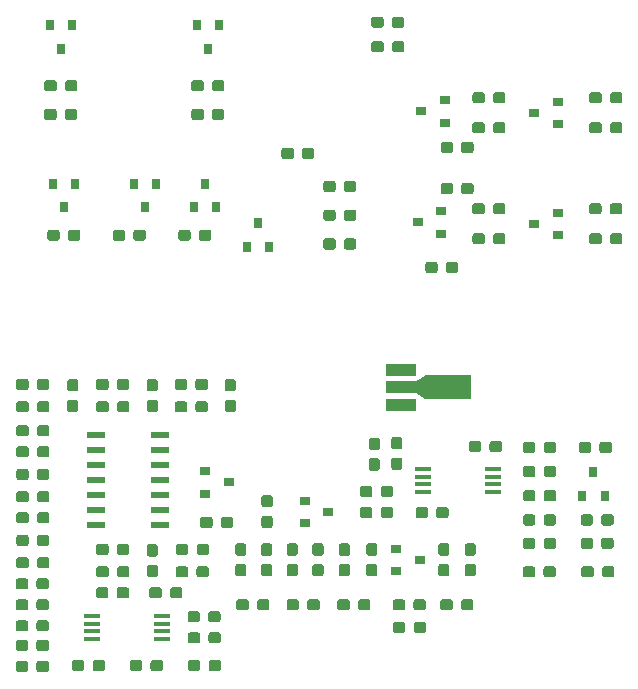
<source format=gbr>
G04 #@! TF.GenerationSoftware,KiCad,Pcbnew,(5.0.1)-4*
G04 #@! TF.CreationDate,2019-01-08T12:08:18+01:00*
G04 #@! TF.ProjectId,1U HiHat,31552048694861742E6B696361645F70,rev?*
G04 #@! TF.SameCoordinates,Original*
G04 #@! TF.FileFunction,Paste,Top*
G04 #@! TF.FilePolarity,Positive*
%FSLAX46Y46*%
G04 Gerber Fmt 4.6, Leading zero omitted, Abs format (unit mm)*
G04 Created by KiCad (PCBNEW (5.0.1)-4) date 01/08/19 12:08:18*
%MOMM*%
%LPD*%
G01*
G04 APERTURE LIST*
%ADD10R,0.900000X0.800000*%
%ADD11R,0.800000X0.900000*%
%ADD12R,1.450000X0.450000*%
%ADD13R,1.500000X0.600000*%
%ADD14R,2.500000X1.000000*%
%ADD15R,4.000000X2.000000*%
%ADD16C,0.750000*%
%ADD17C,0.100000*%
%ADD18C,0.950000*%
G04 APERTURE END LIST*
D10*
G04 #@! TO.C,Q1*
X128000000Y-74099500D03*
X128000000Y-72199500D03*
X126000000Y-73149500D03*
G04 #@! TD*
G04 #@! TO.C,Q2*
X125730000Y-82550000D03*
X127730000Y-81600000D03*
X127730000Y-83500000D03*
G04 #@! TD*
G04 #@! TO.C,Q3*
X135588500Y-73276500D03*
X137588500Y-72326500D03*
X137588500Y-74226500D03*
G04 #@! TD*
G04 #@! TO.C,Q4*
X137588500Y-83627000D03*
X137588500Y-81727000D03*
X135588500Y-82677000D03*
G04 #@! TD*
D11*
G04 #@! TO.C,Q5*
X140589000Y-103689450D03*
X141539000Y-105689450D03*
X139639000Y-105689450D03*
G04 #@! TD*
D10*
G04 #@! TO.C,Q6*
X107712000Y-103614999D03*
X107712000Y-105514999D03*
X109712000Y-104564999D03*
G04 #@! TD*
D11*
G04 #@! TO.C,Q7*
X107949837Y-67868000D03*
X106999837Y-65868000D03*
X108899837Y-65868000D03*
G04 #@! TD*
G04 #@! TO.C,Q8*
X95503837Y-67868000D03*
X94553837Y-65868000D03*
X96453837Y-65868000D03*
G04 #@! TD*
D10*
G04 #@! TO.C,Q9*
X123879300Y-110175000D03*
X123879300Y-112075000D03*
X125879300Y-111125000D03*
G04 #@! TD*
D11*
G04 #@! TO.C,Q10*
X96708000Y-79264000D03*
X94808000Y-79264000D03*
X95758000Y-81264000D03*
G04 #@! TD*
G04 #@! TO.C,Q11*
X106746000Y-81264000D03*
X108646000Y-81264000D03*
X107696000Y-79264000D03*
G04 #@! TD*
G04 #@! TO.C,Q12*
X103566000Y-79264000D03*
X101666000Y-79264000D03*
X102616000Y-81264000D03*
G04 #@! TD*
D10*
G04 #@! TO.C,Q13*
X118166450Y-107061000D03*
X116166450Y-108011000D03*
X116166450Y-106111000D03*
G04 #@! TD*
D11*
G04 #@! TO.C,Q14*
X112184000Y-82632000D03*
X113134000Y-84632000D03*
X111234000Y-84632000D03*
G04 #@! TD*
D12*
G04 #@! TO.C,U1*
X132109000Y-105369000D03*
X132109000Y-104719000D03*
X132109000Y-104069000D03*
X132109000Y-103419000D03*
X126209000Y-103419000D03*
X126209000Y-104069000D03*
X126209000Y-104719000D03*
X126209000Y-105369000D03*
G04 #@! TD*
G04 #@! TO.C,U2*
X104042000Y-115865000D03*
X104042000Y-116515000D03*
X104042000Y-117165000D03*
X104042000Y-117815000D03*
X98142000Y-117815000D03*
X98142000Y-117165000D03*
X98142000Y-116515000D03*
X98142000Y-115865000D03*
G04 #@! TD*
D13*
G04 #@! TO.C,U3*
X103919000Y-108204000D03*
X103919000Y-106934000D03*
X103919000Y-105664000D03*
X103919000Y-104394000D03*
X103919000Y-103124000D03*
X103919000Y-101854000D03*
X103919000Y-100584000D03*
X98519000Y-100584000D03*
X98519000Y-101854000D03*
X98519000Y-103124000D03*
X98519000Y-104394000D03*
X98519000Y-105664000D03*
X98519000Y-106934000D03*
X98519000Y-108204000D03*
G04 #@! TD*
D14*
G04 #@! TO.C,U4*
X124310000Y-95020000D03*
X124310000Y-96520000D03*
X124310000Y-98020000D03*
D15*
X128270000Y-96520000D03*
D16*
X125920000Y-96520000D03*
D17*
G36*
X126295000Y-97520000D02*
X125545000Y-97020000D01*
X125545000Y-96020000D01*
X126295000Y-95520000D01*
X126295000Y-97520000D01*
X126295000Y-97520000D01*
G37*
G04 #@! TD*
G04 #@! TO.C,C2*
G36*
X124469779Y-116366144D02*
X124492834Y-116369563D01*
X124515443Y-116375227D01*
X124537387Y-116383079D01*
X124558457Y-116393044D01*
X124578448Y-116405026D01*
X124597168Y-116418910D01*
X124614438Y-116434562D01*
X124630090Y-116451832D01*
X124643974Y-116470552D01*
X124655956Y-116490543D01*
X124665921Y-116511613D01*
X124673773Y-116533557D01*
X124679437Y-116556166D01*
X124682856Y-116579221D01*
X124684000Y-116602500D01*
X124684000Y-117077500D01*
X124682856Y-117100779D01*
X124679437Y-117123834D01*
X124673773Y-117146443D01*
X124665921Y-117168387D01*
X124655956Y-117189457D01*
X124643974Y-117209448D01*
X124630090Y-117228168D01*
X124614438Y-117245438D01*
X124597168Y-117261090D01*
X124578448Y-117274974D01*
X124558457Y-117286956D01*
X124537387Y-117296921D01*
X124515443Y-117304773D01*
X124492834Y-117310437D01*
X124469779Y-117313856D01*
X124446500Y-117315000D01*
X123871500Y-117315000D01*
X123848221Y-117313856D01*
X123825166Y-117310437D01*
X123802557Y-117304773D01*
X123780613Y-117296921D01*
X123759543Y-117286956D01*
X123739552Y-117274974D01*
X123720832Y-117261090D01*
X123703562Y-117245438D01*
X123687910Y-117228168D01*
X123674026Y-117209448D01*
X123662044Y-117189457D01*
X123652079Y-117168387D01*
X123644227Y-117146443D01*
X123638563Y-117123834D01*
X123635144Y-117100779D01*
X123634000Y-117077500D01*
X123634000Y-116602500D01*
X123635144Y-116579221D01*
X123638563Y-116556166D01*
X123644227Y-116533557D01*
X123652079Y-116511613D01*
X123662044Y-116490543D01*
X123674026Y-116470552D01*
X123687910Y-116451832D01*
X123703562Y-116434562D01*
X123720832Y-116418910D01*
X123739552Y-116405026D01*
X123759543Y-116393044D01*
X123780613Y-116383079D01*
X123802557Y-116375227D01*
X123825166Y-116369563D01*
X123848221Y-116366144D01*
X123871500Y-116365000D01*
X124446500Y-116365000D01*
X124469779Y-116366144D01*
X124469779Y-116366144D01*
G37*
D18*
X124159000Y-116840000D03*
D17*
G36*
X126219779Y-116366144D02*
X126242834Y-116369563D01*
X126265443Y-116375227D01*
X126287387Y-116383079D01*
X126308457Y-116393044D01*
X126328448Y-116405026D01*
X126347168Y-116418910D01*
X126364438Y-116434562D01*
X126380090Y-116451832D01*
X126393974Y-116470552D01*
X126405956Y-116490543D01*
X126415921Y-116511613D01*
X126423773Y-116533557D01*
X126429437Y-116556166D01*
X126432856Y-116579221D01*
X126434000Y-116602500D01*
X126434000Y-117077500D01*
X126432856Y-117100779D01*
X126429437Y-117123834D01*
X126423773Y-117146443D01*
X126415921Y-117168387D01*
X126405956Y-117189457D01*
X126393974Y-117209448D01*
X126380090Y-117228168D01*
X126364438Y-117245438D01*
X126347168Y-117261090D01*
X126328448Y-117274974D01*
X126308457Y-117286956D01*
X126287387Y-117296921D01*
X126265443Y-117304773D01*
X126242834Y-117310437D01*
X126219779Y-117313856D01*
X126196500Y-117315000D01*
X125621500Y-117315000D01*
X125598221Y-117313856D01*
X125575166Y-117310437D01*
X125552557Y-117304773D01*
X125530613Y-117296921D01*
X125509543Y-117286956D01*
X125489552Y-117274974D01*
X125470832Y-117261090D01*
X125453562Y-117245438D01*
X125437910Y-117228168D01*
X125424026Y-117209448D01*
X125412044Y-117189457D01*
X125402079Y-117168387D01*
X125394227Y-117146443D01*
X125388563Y-117123834D01*
X125385144Y-117100779D01*
X125384000Y-117077500D01*
X125384000Y-116602500D01*
X125385144Y-116579221D01*
X125388563Y-116556166D01*
X125394227Y-116533557D01*
X125402079Y-116511613D01*
X125412044Y-116490543D01*
X125424026Y-116470552D01*
X125437910Y-116451832D01*
X125453562Y-116434562D01*
X125470832Y-116418910D01*
X125489552Y-116405026D01*
X125509543Y-116393044D01*
X125530613Y-116383079D01*
X125552557Y-116375227D01*
X125575166Y-116369563D01*
X125598221Y-116366144D01*
X125621500Y-116365000D01*
X126196500Y-116365000D01*
X126219779Y-116366144D01*
X126219779Y-116366144D01*
G37*
D18*
X125909000Y-116840000D03*
G04 #@! TD*
D17*
G04 #@! TO.C,C3*
G36*
X142089779Y-109249944D02*
X142112834Y-109253363D01*
X142135443Y-109259027D01*
X142157387Y-109266879D01*
X142178457Y-109276844D01*
X142198448Y-109288826D01*
X142217168Y-109302710D01*
X142234438Y-109318362D01*
X142250090Y-109335632D01*
X142263974Y-109354352D01*
X142275956Y-109374343D01*
X142285921Y-109395413D01*
X142293773Y-109417357D01*
X142299437Y-109439966D01*
X142302856Y-109463021D01*
X142304000Y-109486300D01*
X142304000Y-109961300D01*
X142302856Y-109984579D01*
X142299437Y-110007634D01*
X142293773Y-110030243D01*
X142285921Y-110052187D01*
X142275956Y-110073257D01*
X142263974Y-110093248D01*
X142250090Y-110111968D01*
X142234438Y-110129238D01*
X142217168Y-110144890D01*
X142198448Y-110158774D01*
X142178457Y-110170756D01*
X142157387Y-110180721D01*
X142135443Y-110188573D01*
X142112834Y-110194237D01*
X142089779Y-110197656D01*
X142066500Y-110198800D01*
X141491500Y-110198800D01*
X141468221Y-110197656D01*
X141445166Y-110194237D01*
X141422557Y-110188573D01*
X141400613Y-110180721D01*
X141379543Y-110170756D01*
X141359552Y-110158774D01*
X141340832Y-110144890D01*
X141323562Y-110129238D01*
X141307910Y-110111968D01*
X141294026Y-110093248D01*
X141282044Y-110073257D01*
X141272079Y-110052187D01*
X141264227Y-110030243D01*
X141258563Y-110007634D01*
X141255144Y-109984579D01*
X141254000Y-109961300D01*
X141254000Y-109486300D01*
X141255144Y-109463021D01*
X141258563Y-109439966D01*
X141264227Y-109417357D01*
X141272079Y-109395413D01*
X141282044Y-109374343D01*
X141294026Y-109354352D01*
X141307910Y-109335632D01*
X141323562Y-109318362D01*
X141340832Y-109302710D01*
X141359552Y-109288826D01*
X141379543Y-109276844D01*
X141400613Y-109266879D01*
X141422557Y-109259027D01*
X141445166Y-109253363D01*
X141468221Y-109249944D01*
X141491500Y-109248800D01*
X142066500Y-109248800D01*
X142089779Y-109249944D01*
X142089779Y-109249944D01*
G37*
D18*
X141779000Y-109723800D03*
D17*
G36*
X140339779Y-109249944D02*
X140362834Y-109253363D01*
X140385443Y-109259027D01*
X140407387Y-109266879D01*
X140428457Y-109276844D01*
X140448448Y-109288826D01*
X140467168Y-109302710D01*
X140484438Y-109318362D01*
X140500090Y-109335632D01*
X140513974Y-109354352D01*
X140525956Y-109374343D01*
X140535921Y-109395413D01*
X140543773Y-109417357D01*
X140549437Y-109439966D01*
X140552856Y-109463021D01*
X140554000Y-109486300D01*
X140554000Y-109961300D01*
X140552856Y-109984579D01*
X140549437Y-110007634D01*
X140543773Y-110030243D01*
X140535921Y-110052187D01*
X140525956Y-110073257D01*
X140513974Y-110093248D01*
X140500090Y-110111968D01*
X140484438Y-110129238D01*
X140467168Y-110144890D01*
X140448448Y-110158774D01*
X140428457Y-110170756D01*
X140407387Y-110180721D01*
X140385443Y-110188573D01*
X140362834Y-110194237D01*
X140339779Y-110197656D01*
X140316500Y-110198800D01*
X139741500Y-110198800D01*
X139718221Y-110197656D01*
X139695166Y-110194237D01*
X139672557Y-110188573D01*
X139650613Y-110180721D01*
X139629543Y-110170756D01*
X139609552Y-110158774D01*
X139590832Y-110144890D01*
X139573562Y-110129238D01*
X139557910Y-110111968D01*
X139544026Y-110093248D01*
X139532044Y-110073257D01*
X139522079Y-110052187D01*
X139514227Y-110030243D01*
X139508563Y-110007634D01*
X139505144Y-109984579D01*
X139504000Y-109961300D01*
X139504000Y-109486300D01*
X139505144Y-109463021D01*
X139508563Y-109439966D01*
X139514227Y-109417357D01*
X139522079Y-109395413D01*
X139532044Y-109374343D01*
X139544026Y-109354352D01*
X139557910Y-109335632D01*
X139573562Y-109318362D01*
X139590832Y-109302710D01*
X139609552Y-109288826D01*
X139629543Y-109276844D01*
X139650613Y-109266879D01*
X139672557Y-109259027D01*
X139695166Y-109253363D01*
X139718221Y-109249944D01*
X139741500Y-109248800D01*
X140316500Y-109248800D01*
X140339779Y-109249944D01*
X140339779Y-109249944D01*
G37*
D18*
X140029000Y-109723800D03*
G04 #@! TD*
D17*
G04 #@! TO.C,C4*
G36*
X142094779Y-107267744D02*
X142117834Y-107271163D01*
X142140443Y-107276827D01*
X142162387Y-107284679D01*
X142183457Y-107294644D01*
X142203448Y-107306626D01*
X142222168Y-107320510D01*
X142239438Y-107336162D01*
X142255090Y-107353432D01*
X142268974Y-107372152D01*
X142280956Y-107392143D01*
X142290921Y-107413213D01*
X142298773Y-107435157D01*
X142304437Y-107457766D01*
X142307856Y-107480821D01*
X142309000Y-107504100D01*
X142309000Y-107979100D01*
X142307856Y-108002379D01*
X142304437Y-108025434D01*
X142298773Y-108048043D01*
X142290921Y-108069987D01*
X142280956Y-108091057D01*
X142268974Y-108111048D01*
X142255090Y-108129768D01*
X142239438Y-108147038D01*
X142222168Y-108162690D01*
X142203448Y-108176574D01*
X142183457Y-108188556D01*
X142162387Y-108198521D01*
X142140443Y-108206373D01*
X142117834Y-108212037D01*
X142094779Y-108215456D01*
X142071500Y-108216600D01*
X141496500Y-108216600D01*
X141473221Y-108215456D01*
X141450166Y-108212037D01*
X141427557Y-108206373D01*
X141405613Y-108198521D01*
X141384543Y-108188556D01*
X141364552Y-108176574D01*
X141345832Y-108162690D01*
X141328562Y-108147038D01*
X141312910Y-108129768D01*
X141299026Y-108111048D01*
X141287044Y-108091057D01*
X141277079Y-108069987D01*
X141269227Y-108048043D01*
X141263563Y-108025434D01*
X141260144Y-108002379D01*
X141259000Y-107979100D01*
X141259000Y-107504100D01*
X141260144Y-107480821D01*
X141263563Y-107457766D01*
X141269227Y-107435157D01*
X141277079Y-107413213D01*
X141287044Y-107392143D01*
X141299026Y-107372152D01*
X141312910Y-107353432D01*
X141328562Y-107336162D01*
X141345832Y-107320510D01*
X141364552Y-107306626D01*
X141384543Y-107294644D01*
X141405613Y-107284679D01*
X141427557Y-107276827D01*
X141450166Y-107271163D01*
X141473221Y-107267744D01*
X141496500Y-107266600D01*
X142071500Y-107266600D01*
X142094779Y-107267744D01*
X142094779Y-107267744D01*
G37*
D18*
X141784000Y-107741600D03*
D17*
G36*
X140344779Y-107267744D02*
X140367834Y-107271163D01*
X140390443Y-107276827D01*
X140412387Y-107284679D01*
X140433457Y-107294644D01*
X140453448Y-107306626D01*
X140472168Y-107320510D01*
X140489438Y-107336162D01*
X140505090Y-107353432D01*
X140518974Y-107372152D01*
X140530956Y-107392143D01*
X140540921Y-107413213D01*
X140548773Y-107435157D01*
X140554437Y-107457766D01*
X140557856Y-107480821D01*
X140559000Y-107504100D01*
X140559000Y-107979100D01*
X140557856Y-108002379D01*
X140554437Y-108025434D01*
X140548773Y-108048043D01*
X140540921Y-108069987D01*
X140530956Y-108091057D01*
X140518974Y-108111048D01*
X140505090Y-108129768D01*
X140489438Y-108147038D01*
X140472168Y-108162690D01*
X140453448Y-108176574D01*
X140433457Y-108188556D01*
X140412387Y-108198521D01*
X140390443Y-108206373D01*
X140367834Y-108212037D01*
X140344779Y-108215456D01*
X140321500Y-108216600D01*
X139746500Y-108216600D01*
X139723221Y-108215456D01*
X139700166Y-108212037D01*
X139677557Y-108206373D01*
X139655613Y-108198521D01*
X139634543Y-108188556D01*
X139614552Y-108176574D01*
X139595832Y-108162690D01*
X139578562Y-108147038D01*
X139562910Y-108129768D01*
X139549026Y-108111048D01*
X139537044Y-108091057D01*
X139527079Y-108069987D01*
X139519227Y-108048043D01*
X139513563Y-108025434D01*
X139510144Y-108002379D01*
X139509000Y-107979100D01*
X139509000Y-107504100D01*
X139510144Y-107480821D01*
X139513563Y-107457766D01*
X139519227Y-107435157D01*
X139527079Y-107413213D01*
X139537044Y-107392143D01*
X139549026Y-107372152D01*
X139562910Y-107353432D01*
X139578562Y-107336162D01*
X139595832Y-107320510D01*
X139614552Y-107306626D01*
X139634543Y-107294644D01*
X139655613Y-107284679D01*
X139677557Y-107276827D01*
X139700166Y-107271163D01*
X139723221Y-107267744D01*
X139746500Y-107266600D01*
X140321500Y-107266600D01*
X140344779Y-107267744D01*
X140344779Y-107267744D01*
G37*
D18*
X140034000Y-107741600D03*
G04 #@! TD*
D17*
G04 #@! TO.C,C5*
G36*
X105579779Y-113445144D02*
X105602834Y-113448563D01*
X105625443Y-113454227D01*
X105647387Y-113462079D01*
X105668457Y-113472044D01*
X105688448Y-113484026D01*
X105707168Y-113497910D01*
X105724438Y-113513562D01*
X105740090Y-113530832D01*
X105753974Y-113549552D01*
X105765956Y-113569543D01*
X105775921Y-113590613D01*
X105783773Y-113612557D01*
X105789437Y-113635166D01*
X105792856Y-113658221D01*
X105794000Y-113681500D01*
X105794000Y-114156500D01*
X105792856Y-114179779D01*
X105789437Y-114202834D01*
X105783773Y-114225443D01*
X105775921Y-114247387D01*
X105765956Y-114268457D01*
X105753974Y-114288448D01*
X105740090Y-114307168D01*
X105724438Y-114324438D01*
X105707168Y-114340090D01*
X105688448Y-114353974D01*
X105668457Y-114365956D01*
X105647387Y-114375921D01*
X105625443Y-114383773D01*
X105602834Y-114389437D01*
X105579779Y-114392856D01*
X105556500Y-114394000D01*
X104981500Y-114394000D01*
X104958221Y-114392856D01*
X104935166Y-114389437D01*
X104912557Y-114383773D01*
X104890613Y-114375921D01*
X104869543Y-114365956D01*
X104849552Y-114353974D01*
X104830832Y-114340090D01*
X104813562Y-114324438D01*
X104797910Y-114307168D01*
X104784026Y-114288448D01*
X104772044Y-114268457D01*
X104762079Y-114247387D01*
X104754227Y-114225443D01*
X104748563Y-114202834D01*
X104745144Y-114179779D01*
X104744000Y-114156500D01*
X104744000Y-113681500D01*
X104745144Y-113658221D01*
X104748563Y-113635166D01*
X104754227Y-113612557D01*
X104762079Y-113590613D01*
X104772044Y-113569543D01*
X104784026Y-113549552D01*
X104797910Y-113530832D01*
X104813562Y-113513562D01*
X104830832Y-113497910D01*
X104849552Y-113484026D01*
X104869543Y-113472044D01*
X104890613Y-113462079D01*
X104912557Y-113454227D01*
X104935166Y-113448563D01*
X104958221Y-113445144D01*
X104981500Y-113444000D01*
X105556500Y-113444000D01*
X105579779Y-113445144D01*
X105579779Y-113445144D01*
G37*
D18*
X105269000Y-113919000D03*
D17*
G36*
X103829779Y-113445144D02*
X103852834Y-113448563D01*
X103875443Y-113454227D01*
X103897387Y-113462079D01*
X103918457Y-113472044D01*
X103938448Y-113484026D01*
X103957168Y-113497910D01*
X103974438Y-113513562D01*
X103990090Y-113530832D01*
X104003974Y-113549552D01*
X104015956Y-113569543D01*
X104025921Y-113590613D01*
X104033773Y-113612557D01*
X104039437Y-113635166D01*
X104042856Y-113658221D01*
X104044000Y-113681500D01*
X104044000Y-114156500D01*
X104042856Y-114179779D01*
X104039437Y-114202834D01*
X104033773Y-114225443D01*
X104025921Y-114247387D01*
X104015956Y-114268457D01*
X104003974Y-114288448D01*
X103990090Y-114307168D01*
X103974438Y-114324438D01*
X103957168Y-114340090D01*
X103938448Y-114353974D01*
X103918457Y-114365956D01*
X103897387Y-114375921D01*
X103875443Y-114383773D01*
X103852834Y-114389437D01*
X103829779Y-114392856D01*
X103806500Y-114394000D01*
X103231500Y-114394000D01*
X103208221Y-114392856D01*
X103185166Y-114389437D01*
X103162557Y-114383773D01*
X103140613Y-114375921D01*
X103119543Y-114365956D01*
X103099552Y-114353974D01*
X103080832Y-114340090D01*
X103063562Y-114324438D01*
X103047910Y-114307168D01*
X103034026Y-114288448D01*
X103022044Y-114268457D01*
X103012079Y-114247387D01*
X103004227Y-114225443D01*
X102998563Y-114202834D01*
X102995144Y-114179779D01*
X102994000Y-114156500D01*
X102994000Y-113681500D01*
X102995144Y-113658221D01*
X102998563Y-113635166D01*
X103004227Y-113612557D01*
X103012079Y-113590613D01*
X103022044Y-113569543D01*
X103034026Y-113549552D01*
X103047910Y-113530832D01*
X103063562Y-113513562D01*
X103080832Y-113497910D01*
X103099552Y-113484026D01*
X103119543Y-113472044D01*
X103140613Y-113462079D01*
X103162557Y-113454227D01*
X103185166Y-113448563D01*
X103208221Y-113445144D01*
X103231500Y-113444000D01*
X103806500Y-113444000D01*
X103829779Y-113445144D01*
X103829779Y-113445144D01*
G37*
D18*
X103519000Y-113919000D03*
G04 #@! TD*
D17*
G04 #@! TO.C,C6*
G36*
X126372279Y-106650644D02*
X126395334Y-106654063D01*
X126417943Y-106659727D01*
X126439887Y-106667579D01*
X126460957Y-106677544D01*
X126480948Y-106689526D01*
X126499668Y-106703410D01*
X126516938Y-106719062D01*
X126532590Y-106736332D01*
X126546474Y-106755052D01*
X126558456Y-106775043D01*
X126568421Y-106796113D01*
X126576273Y-106818057D01*
X126581937Y-106840666D01*
X126585356Y-106863721D01*
X126586500Y-106887000D01*
X126586500Y-107362000D01*
X126585356Y-107385279D01*
X126581937Y-107408334D01*
X126576273Y-107430943D01*
X126568421Y-107452887D01*
X126558456Y-107473957D01*
X126546474Y-107493948D01*
X126532590Y-107512668D01*
X126516938Y-107529938D01*
X126499668Y-107545590D01*
X126480948Y-107559474D01*
X126460957Y-107571456D01*
X126439887Y-107581421D01*
X126417943Y-107589273D01*
X126395334Y-107594937D01*
X126372279Y-107598356D01*
X126349000Y-107599500D01*
X125774000Y-107599500D01*
X125750721Y-107598356D01*
X125727666Y-107594937D01*
X125705057Y-107589273D01*
X125683113Y-107581421D01*
X125662043Y-107571456D01*
X125642052Y-107559474D01*
X125623332Y-107545590D01*
X125606062Y-107529938D01*
X125590410Y-107512668D01*
X125576526Y-107493948D01*
X125564544Y-107473957D01*
X125554579Y-107452887D01*
X125546727Y-107430943D01*
X125541063Y-107408334D01*
X125537644Y-107385279D01*
X125536500Y-107362000D01*
X125536500Y-106887000D01*
X125537644Y-106863721D01*
X125541063Y-106840666D01*
X125546727Y-106818057D01*
X125554579Y-106796113D01*
X125564544Y-106775043D01*
X125576526Y-106755052D01*
X125590410Y-106736332D01*
X125606062Y-106719062D01*
X125623332Y-106703410D01*
X125642052Y-106689526D01*
X125662043Y-106677544D01*
X125683113Y-106667579D01*
X125705057Y-106659727D01*
X125727666Y-106654063D01*
X125750721Y-106650644D01*
X125774000Y-106649500D01*
X126349000Y-106649500D01*
X126372279Y-106650644D01*
X126372279Y-106650644D01*
G37*
D18*
X126061500Y-107124500D03*
D17*
G36*
X128122279Y-106650644D02*
X128145334Y-106654063D01*
X128167943Y-106659727D01*
X128189887Y-106667579D01*
X128210957Y-106677544D01*
X128230948Y-106689526D01*
X128249668Y-106703410D01*
X128266938Y-106719062D01*
X128282590Y-106736332D01*
X128296474Y-106755052D01*
X128308456Y-106775043D01*
X128318421Y-106796113D01*
X128326273Y-106818057D01*
X128331937Y-106840666D01*
X128335356Y-106863721D01*
X128336500Y-106887000D01*
X128336500Y-107362000D01*
X128335356Y-107385279D01*
X128331937Y-107408334D01*
X128326273Y-107430943D01*
X128318421Y-107452887D01*
X128308456Y-107473957D01*
X128296474Y-107493948D01*
X128282590Y-107512668D01*
X128266938Y-107529938D01*
X128249668Y-107545590D01*
X128230948Y-107559474D01*
X128210957Y-107571456D01*
X128189887Y-107581421D01*
X128167943Y-107589273D01*
X128145334Y-107594937D01*
X128122279Y-107598356D01*
X128099000Y-107599500D01*
X127524000Y-107599500D01*
X127500721Y-107598356D01*
X127477666Y-107594937D01*
X127455057Y-107589273D01*
X127433113Y-107581421D01*
X127412043Y-107571456D01*
X127392052Y-107559474D01*
X127373332Y-107545590D01*
X127356062Y-107529938D01*
X127340410Y-107512668D01*
X127326526Y-107493948D01*
X127314544Y-107473957D01*
X127304579Y-107452887D01*
X127296727Y-107430943D01*
X127291063Y-107408334D01*
X127287644Y-107385279D01*
X127286500Y-107362000D01*
X127286500Y-106887000D01*
X127287644Y-106863721D01*
X127291063Y-106840666D01*
X127296727Y-106818057D01*
X127304579Y-106796113D01*
X127314544Y-106775043D01*
X127326526Y-106755052D01*
X127340410Y-106736332D01*
X127356062Y-106719062D01*
X127373332Y-106703410D01*
X127392052Y-106689526D01*
X127412043Y-106677544D01*
X127433113Y-106667579D01*
X127455057Y-106659727D01*
X127477666Y-106654063D01*
X127500721Y-106650644D01*
X127524000Y-106649500D01*
X128099000Y-106649500D01*
X128122279Y-106650644D01*
X128122279Y-106650644D01*
G37*
D18*
X127811500Y-107124500D03*
G04 #@! TD*
D17*
G04 #@! TO.C,C8*
G36*
X140405779Y-111667144D02*
X140428834Y-111670563D01*
X140451443Y-111676227D01*
X140473387Y-111684079D01*
X140494457Y-111694044D01*
X140514448Y-111706026D01*
X140533168Y-111719910D01*
X140550438Y-111735562D01*
X140566090Y-111752832D01*
X140579974Y-111771552D01*
X140591956Y-111791543D01*
X140601921Y-111812613D01*
X140609773Y-111834557D01*
X140615437Y-111857166D01*
X140618856Y-111880221D01*
X140620000Y-111903500D01*
X140620000Y-112378500D01*
X140618856Y-112401779D01*
X140615437Y-112424834D01*
X140609773Y-112447443D01*
X140601921Y-112469387D01*
X140591956Y-112490457D01*
X140579974Y-112510448D01*
X140566090Y-112529168D01*
X140550438Y-112546438D01*
X140533168Y-112562090D01*
X140514448Y-112575974D01*
X140494457Y-112587956D01*
X140473387Y-112597921D01*
X140451443Y-112605773D01*
X140428834Y-112611437D01*
X140405779Y-112614856D01*
X140382500Y-112616000D01*
X139807500Y-112616000D01*
X139784221Y-112614856D01*
X139761166Y-112611437D01*
X139738557Y-112605773D01*
X139716613Y-112597921D01*
X139695543Y-112587956D01*
X139675552Y-112575974D01*
X139656832Y-112562090D01*
X139639562Y-112546438D01*
X139623910Y-112529168D01*
X139610026Y-112510448D01*
X139598044Y-112490457D01*
X139588079Y-112469387D01*
X139580227Y-112447443D01*
X139574563Y-112424834D01*
X139571144Y-112401779D01*
X139570000Y-112378500D01*
X139570000Y-111903500D01*
X139571144Y-111880221D01*
X139574563Y-111857166D01*
X139580227Y-111834557D01*
X139588079Y-111812613D01*
X139598044Y-111791543D01*
X139610026Y-111771552D01*
X139623910Y-111752832D01*
X139639562Y-111735562D01*
X139656832Y-111719910D01*
X139675552Y-111706026D01*
X139695543Y-111694044D01*
X139716613Y-111684079D01*
X139738557Y-111676227D01*
X139761166Y-111670563D01*
X139784221Y-111667144D01*
X139807500Y-111666000D01*
X140382500Y-111666000D01*
X140405779Y-111667144D01*
X140405779Y-111667144D01*
G37*
D18*
X140095000Y-112141000D03*
D17*
G36*
X142155779Y-111667144D02*
X142178834Y-111670563D01*
X142201443Y-111676227D01*
X142223387Y-111684079D01*
X142244457Y-111694044D01*
X142264448Y-111706026D01*
X142283168Y-111719910D01*
X142300438Y-111735562D01*
X142316090Y-111752832D01*
X142329974Y-111771552D01*
X142341956Y-111791543D01*
X142351921Y-111812613D01*
X142359773Y-111834557D01*
X142365437Y-111857166D01*
X142368856Y-111880221D01*
X142370000Y-111903500D01*
X142370000Y-112378500D01*
X142368856Y-112401779D01*
X142365437Y-112424834D01*
X142359773Y-112447443D01*
X142351921Y-112469387D01*
X142341956Y-112490457D01*
X142329974Y-112510448D01*
X142316090Y-112529168D01*
X142300438Y-112546438D01*
X142283168Y-112562090D01*
X142264448Y-112575974D01*
X142244457Y-112587956D01*
X142223387Y-112597921D01*
X142201443Y-112605773D01*
X142178834Y-112611437D01*
X142155779Y-112614856D01*
X142132500Y-112616000D01*
X141557500Y-112616000D01*
X141534221Y-112614856D01*
X141511166Y-112611437D01*
X141488557Y-112605773D01*
X141466613Y-112597921D01*
X141445543Y-112587956D01*
X141425552Y-112575974D01*
X141406832Y-112562090D01*
X141389562Y-112546438D01*
X141373910Y-112529168D01*
X141360026Y-112510448D01*
X141348044Y-112490457D01*
X141338079Y-112469387D01*
X141330227Y-112447443D01*
X141324563Y-112424834D01*
X141321144Y-112401779D01*
X141320000Y-112378500D01*
X141320000Y-111903500D01*
X141321144Y-111880221D01*
X141324563Y-111857166D01*
X141330227Y-111834557D01*
X141338079Y-111812613D01*
X141348044Y-111791543D01*
X141360026Y-111771552D01*
X141373910Y-111752832D01*
X141389562Y-111735562D01*
X141406832Y-111719910D01*
X141425552Y-111706026D01*
X141445543Y-111694044D01*
X141466613Y-111684079D01*
X141488557Y-111676227D01*
X141511166Y-111670563D01*
X141534221Y-111667144D01*
X141557500Y-111666000D01*
X142132500Y-111666000D01*
X142155779Y-111667144D01*
X142155779Y-111667144D01*
G37*
D18*
X141845000Y-112141000D03*
G04 #@! TD*
D17*
G04 #@! TO.C,C9*
G36*
X137223279Y-109249944D02*
X137246334Y-109253363D01*
X137268943Y-109259027D01*
X137290887Y-109266879D01*
X137311957Y-109276844D01*
X137331948Y-109288826D01*
X137350668Y-109302710D01*
X137367938Y-109318362D01*
X137383590Y-109335632D01*
X137397474Y-109354352D01*
X137409456Y-109374343D01*
X137419421Y-109395413D01*
X137427273Y-109417357D01*
X137432937Y-109439966D01*
X137436356Y-109463021D01*
X137437500Y-109486300D01*
X137437500Y-109961300D01*
X137436356Y-109984579D01*
X137432937Y-110007634D01*
X137427273Y-110030243D01*
X137419421Y-110052187D01*
X137409456Y-110073257D01*
X137397474Y-110093248D01*
X137383590Y-110111968D01*
X137367938Y-110129238D01*
X137350668Y-110144890D01*
X137331948Y-110158774D01*
X137311957Y-110170756D01*
X137290887Y-110180721D01*
X137268943Y-110188573D01*
X137246334Y-110194237D01*
X137223279Y-110197656D01*
X137200000Y-110198800D01*
X136625000Y-110198800D01*
X136601721Y-110197656D01*
X136578666Y-110194237D01*
X136556057Y-110188573D01*
X136534113Y-110180721D01*
X136513043Y-110170756D01*
X136493052Y-110158774D01*
X136474332Y-110144890D01*
X136457062Y-110129238D01*
X136441410Y-110111968D01*
X136427526Y-110093248D01*
X136415544Y-110073257D01*
X136405579Y-110052187D01*
X136397727Y-110030243D01*
X136392063Y-110007634D01*
X136388644Y-109984579D01*
X136387500Y-109961300D01*
X136387500Y-109486300D01*
X136388644Y-109463021D01*
X136392063Y-109439966D01*
X136397727Y-109417357D01*
X136405579Y-109395413D01*
X136415544Y-109374343D01*
X136427526Y-109354352D01*
X136441410Y-109335632D01*
X136457062Y-109318362D01*
X136474332Y-109302710D01*
X136493052Y-109288826D01*
X136513043Y-109276844D01*
X136534113Y-109266879D01*
X136556057Y-109259027D01*
X136578666Y-109253363D01*
X136601721Y-109249944D01*
X136625000Y-109248800D01*
X137200000Y-109248800D01*
X137223279Y-109249944D01*
X137223279Y-109249944D01*
G37*
D18*
X136912500Y-109723800D03*
D17*
G36*
X135473279Y-109249944D02*
X135496334Y-109253363D01*
X135518943Y-109259027D01*
X135540887Y-109266879D01*
X135561957Y-109276844D01*
X135581948Y-109288826D01*
X135600668Y-109302710D01*
X135617938Y-109318362D01*
X135633590Y-109335632D01*
X135647474Y-109354352D01*
X135659456Y-109374343D01*
X135669421Y-109395413D01*
X135677273Y-109417357D01*
X135682937Y-109439966D01*
X135686356Y-109463021D01*
X135687500Y-109486300D01*
X135687500Y-109961300D01*
X135686356Y-109984579D01*
X135682937Y-110007634D01*
X135677273Y-110030243D01*
X135669421Y-110052187D01*
X135659456Y-110073257D01*
X135647474Y-110093248D01*
X135633590Y-110111968D01*
X135617938Y-110129238D01*
X135600668Y-110144890D01*
X135581948Y-110158774D01*
X135561957Y-110170756D01*
X135540887Y-110180721D01*
X135518943Y-110188573D01*
X135496334Y-110194237D01*
X135473279Y-110197656D01*
X135450000Y-110198800D01*
X134875000Y-110198800D01*
X134851721Y-110197656D01*
X134828666Y-110194237D01*
X134806057Y-110188573D01*
X134784113Y-110180721D01*
X134763043Y-110170756D01*
X134743052Y-110158774D01*
X134724332Y-110144890D01*
X134707062Y-110129238D01*
X134691410Y-110111968D01*
X134677526Y-110093248D01*
X134665544Y-110073257D01*
X134655579Y-110052187D01*
X134647727Y-110030243D01*
X134642063Y-110007634D01*
X134638644Y-109984579D01*
X134637500Y-109961300D01*
X134637500Y-109486300D01*
X134638644Y-109463021D01*
X134642063Y-109439966D01*
X134647727Y-109417357D01*
X134655579Y-109395413D01*
X134665544Y-109374343D01*
X134677526Y-109354352D01*
X134691410Y-109335632D01*
X134707062Y-109318362D01*
X134724332Y-109302710D01*
X134743052Y-109288826D01*
X134763043Y-109276844D01*
X134784113Y-109266879D01*
X134806057Y-109259027D01*
X134828666Y-109253363D01*
X134851721Y-109249944D01*
X134875000Y-109248800D01*
X135450000Y-109248800D01*
X135473279Y-109249944D01*
X135473279Y-109249944D01*
G37*
D18*
X135162500Y-109723800D03*
G04 #@! TD*
D17*
G04 #@! TO.C,C10*
G36*
X128467779Y-114461144D02*
X128490834Y-114464563D01*
X128513443Y-114470227D01*
X128535387Y-114478079D01*
X128556457Y-114488044D01*
X128576448Y-114500026D01*
X128595168Y-114513910D01*
X128612438Y-114529562D01*
X128628090Y-114546832D01*
X128641974Y-114565552D01*
X128653956Y-114585543D01*
X128663921Y-114606613D01*
X128671773Y-114628557D01*
X128677437Y-114651166D01*
X128680856Y-114674221D01*
X128682000Y-114697500D01*
X128682000Y-115172500D01*
X128680856Y-115195779D01*
X128677437Y-115218834D01*
X128671773Y-115241443D01*
X128663921Y-115263387D01*
X128653956Y-115284457D01*
X128641974Y-115304448D01*
X128628090Y-115323168D01*
X128612438Y-115340438D01*
X128595168Y-115356090D01*
X128576448Y-115369974D01*
X128556457Y-115381956D01*
X128535387Y-115391921D01*
X128513443Y-115399773D01*
X128490834Y-115405437D01*
X128467779Y-115408856D01*
X128444500Y-115410000D01*
X127869500Y-115410000D01*
X127846221Y-115408856D01*
X127823166Y-115405437D01*
X127800557Y-115399773D01*
X127778613Y-115391921D01*
X127757543Y-115381956D01*
X127737552Y-115369974D01*
X127718832Y-115356090D01*
X127701562Y-115340438D01*
X127685910Y-115323168D01*
X127672026Y-115304448D01*
X127660044Y-115284457D01*
X127650079Y-115263387D01*
X127642227Y-115241443D01*
X127636563Y-115218834D01*
X127633144Y-115195779D01*
X127632000Y-115172500D01*
X127632000Y-114697500D01*
X127633144Y-114674221D01*
X127636563Y-114651166D01*
X127642227Y-114628557D01*
X127650079Y-114606613D01*
X127660044Y-114585543D01*
X127672026Y-114565552D01*
X127685910Y-114546832D01*
X127701562Y-114529562D01*
X127718832Y-114513910D01*
X127737552Y-114500026D01*
X127757543Y-114488044D01*
X127778613Y-114478079D01*
X127800557Y-114470227D01*
X127823166Y-114464563D01*
X127846221Y-114461144D01*
X127869500Y-114460000D01*
X128444500Y-114460000D01*
X128467779Y-114461144D01*
X128467779Y-114461144D01*
G37*
D18*
X128157000Y-114935000D03*
D17*
G36*
X130217779Y-114461144D02*
X130240834Y-114464563D01*
X130263443Y-114470227D01*
X130285387Y-114478079D01*
X130306457Y-114488044D01*
X130326448Y-114500026D01*
X130345168Y-114513910D01*
X130362438Y-114529562D01*
X130378090Y-114546832D01*
X130391974Y-114565552D01*
X130403956Y-114585543D01*
X130413921Y-114606613D01*
X130421773Y-114628557D01*
X130427437Y-114651166D01*
X130430856Y-114674221D01*
X130432000Y-114697500D01*
X130432000Y-115172500D01*
X130430856Y-115195779D01*
X130427437Y-115218834D01*
X130421773Y-115241443D01*
X130413921Y-115263387D01*
X130403956Y-115284457D01*
X130391974Y-115304448D01*
X130378090Y-115323168D01*
X130362438Y-115340438D01*
X130345168Y-115356090D01*
X130326448Y-115369974D01*
X130306457Y-115381956D01*
X130285387Y-115391921D01*
X130263443Y-115399773D01*
X130240834Y-115405437D01*
X130217779Y-115408856D01*
X130194500Y-115410000D01*
X129619500Y-115410000D01*
X129596221Y-115408856D01*
X129573166Y-115405437D01*
X129550557Y-115399773D01*
X129528613Y-115391921D01*
X129507543Y-115381956D01*
X129487552Y-115369974D01*
X129468832Y-115356090D01*
X129451562Y-115340438D01*
X129435910Y-115323168D01*
X129422026Y-115304448D01*
X129410044Y-115284457D01*
X129400079Y-115263387D01*
X129392227Y-115241443D01*
X129386563Y-115218834D01*
X129383144Y-115195779D01*
X129382000Y-115172500D01*
X129382000Y-114697500D01*
X129383144Y-114674221D01*
X129386563Y-114651166D01*
X129392227Y-114628557D01*
X129400079Y-114606613D01*
X129410044Y-114585543D01*
X129422026Y-114565552D01*
X129435910Y-114546832D01*
X129451562Y-114529562D01*
X129468832Y-114513910D01*
X129487552Y-114500026D01*
X129507543Y-114488044D01*
X129528613Y-114478079D01*
X129550557Y-114470227D01*
X129573166Y-114464563D01*
X129596221Y-114461144D01*
X129619500Y-114460000D01*
X130194500Y-114460000D01*
X130217779Y-114461144D01*
X130217779Y-114461144D01*
G37*
D18*
X129907000Y-114935000D03*
G04 #@! TD*
D17*
G04 #@! TO.C,C11*
G36*
X130880779Y-101062644D02*
X130903834Y-101066063D01*
X130926443Y-101071727D01*
X130948387Y-101079579D01*
X130969457Y-101089544D01*
X130989448Y-101101526D01*
X131008168Y-101115410D01*
X131025438Y-101131062D01*
X131041090Y-101148332D01*
X131054974Y-101167052D01*
X131066956Y-101187043D01*
X131076921Y-101208113D01*
X131084773Y-101230057D01*
X131090437Y-101252666D01*
X131093856Y-101275721D01*
X131095000Y-101299000D01*
X131095000Y-101774000D01*
X131093856Y-101797279D01*
X131090437Y-101820334D01*
X131084773Y-101842943D01*
X131076921Y-101864887D01*
X131066956Y-101885957D01*
X131054974Y-101905948D01*
X131041090Y-101924668D01*
X131025438Y-101941938D01*
X131008168Y-101957590D01*
X130989448Y-101971474D01*
X130969457Y-101983456D01*
X130948387Y-101993421D01*
X130926443Y-102001273D01*
X130903834Y-102006937D01*
X130880779Y-102010356D01*
X130857500Y-102011500D01*
X130282500Y-102011500D01*
X130259221Y-102010356D01*
X130236166Y-102006937D01*
X130213557Y-102001273D01*
X130191613Y-101993421D01*
X130170543Y-101983456D01*
X130150552Y-101971474D01*
X130131832Y-101957590D01*
X130114562Y-101941938D01*
X130098910Y-101924668D01*
X130085026Y-101905948D01*
X130073044Y-101885957D01*
X130063079Y-101864887D01*
X130055227Y-101842943D01*
X130049563Y-101820334D01*
X130046144Y-101797279D01*
X130045000Y-101774000D01*
X130045000Y-101299000D01*
X130046144Y-101275721D01*
X130049563Y-101252666D01*
X130055227Y-101230057D01*
X130063079Y-101208113D01*
X130073044Y-101187043D01*
X130085026Y-101167052D01*
X130098910Y-101148332D01*
X130114562Y-101131062D01*
X130131832Y-101115410D01*
X130150552Y-101101526D01*
X130170543Y-101089544D01*
X130191613Y-101079579D01*
X130213557Y-101071727D01*
X130236166Y-101066063D01*
X130259221Y-101062644D01*
X130282500Y-101061500D01*
X130857500Y-101061500D01*
X130880779Y-101062644D01*
X130880779Y-101062644D01*
G37*
D18*
X130570000Y-101536500D03*
D17*
G36*
X132630779Y-101062644D02*
X132653834Y-101066063D01*
X132676443Y-101071727D01*
X132698387Y-101079579D01*
X132719457Y-101089544D01*
X132739448Y-101101526D01*
X132758168Y-101115410D01*
X132775438Y-101131062D01*
X132791090Y-101148332D01*
X132804974Y-101167052D01*
X132816956Y-101187043D01*
X132826921Y-101208113D01*
X132834773Y-101230057D01*
X132840437Y-101252666D01*
X132843856Y-101275721D01*
X132845000Y-101299000D01*
X132845000Y-101774000D01*
X132843856Y-101797279D01*
X132840437Y-101820334D01*
X132834773Y-101842943D01*
X132826921Y-101864887D01*
X132816956Y-101885957D01*
X132804974Y-101905948D01*
X132791090Y-101924668D01*
X132775438Y-101941938D01*
X132758168Y-101957590D01*
X132739448Y-101971474D01*
X132719457Y-101983456D01*
X132698387Y-101993421D01*
X132676443Y-102001273D01*
X132653834Y-102006937D01*
X132630779Y-102010356D01*
X132607500Y-102011500D01*
X132032500Y-102011500D01*
X132009221Y-102010356D01*
X131986166Y-102006937D01*
X131963557Y-102001273D01*
X131941613Y-101993421D01*
X131920543Y-101983456D01*
X131900552Y-101971474D01*
X131881832Y-101957590D01*
X131864562Y-101941938D01*
X131848910Y-101924668D01*
X131835026Y-101905948D01*
X131823044Y-101885957D01*
X131813079Y-101864887D01*
X131805227Y-101842943D01*
X131799563Y-101820334D01*
X131796144Y-101797279D01*
X131795000Y-101774000D01*
X131795000Y-101299000D01*
X131796144Y-101275721D01*
X131799563Y-101252666D01*
X131805227Y-101230057D01*
X131813079Y-101208113D01*
X131823044Y-101187043D01*
X131835026Y-101167052D01*
X131848910Y-101148332D01*
X131864562Y-101131062D01*
X131881832Y-101115410D01*
X131900552Y-101101526D01*
X131920543Y-101089544D01*
X131941613Y-101079579D01*
X131963557Y-101071727D01*
X131986166Y-101066063D01*
X132009221Y-101062644D01*
X132032500Y-101061500D01*
X132607500Y-101061500D01*
X132630779Y-101062644D01*
X132630779Y-101062644D01*
G37*
D18*
X132320000Y-101536500D03*
G04 #@! TD*
D17*
G04 #@! TO.C,C14*
G36*
X130435779Y-109726144D02*
X130458834Y-109729563D01*
X130481443Y-109735227D01*
X130503387Y-109743079D01*
X130524457Y-109753044D01*
X130544448Y-109765026D01*
X130563168Y-109778910D01*
X130580438Y-109794562D01*
X130596090Y-109811832D01*
X130609974Y-109830552D01*
X130621956Y-109850543D01*
X130631921Y-109871613D01*
X130639773Y-109893557D01*
X130645437Y-109916166D01*
X130648856Y-109939221D01*
X130650000Y-109962500D01*
X130650000Y-110537500D01*
X130648856Y-110560779D01*
X130645437Y-110583834D01*
X130639773Y-110606443D01*
X130631921Y-110628387D01*
X130621956Y-110649457D01*
X130609974Y-110669448D01*
X130596090Y-110688168D01*
X130580438Y-110705438D01*
X130563168Y-110721090D01*
X130544448Y-110734974D01*
X130524457Y-110746956D01*
X130503387Y-110756921D01*
X130481443Y-110764773D01*
X130458834Y-110770437D01*
X130435779Y-110773856D01*
X130412500Y-110775000D01*
X129937500Y-110775000D01*
X129914221Y-110773856D01*
X129891166Y-110770437D01*
X129868557Y-110764773D01*
X129846613Y-110756921D01*
X129825543Y-110746956D01*
X129805552Y-110734974D01*
X129786832Y-110721090D01*
X129769562Y-110705438D01*
X129753910Y-110688168D01*
X129740026Y-110669448D01*
X129728044Y-110649457D01*
X129718079Y-110628387D01*
X129710227Y-110606443D01*
X129704563Y-110583834D01*
X129701144Y-110560779D01*
X129700000Y-110537500D01*
X129700000Y-109962500D01*
X129701144Y-109939221D01*
X129704563Y-109916166D01*
X129710227Y-109893557D01*
X129718079Y-109871613D01*
X129728044Y-109850543D01*
X129740026Y-109830552D01*
X129753910Y-109811832D01*
X129769562Y-109794562D01*
X129786832Y-109778910D01*
X129805552Y-109765026D01*
X129825543Y-109753044D01*
X129846613Y-109743079D01*
X129868557Y-109735227D01*
X129891166Y-109729563D01*
X129914221Y-109726144D01*
X129937500Y-109725000D01*
X130412500Y-109725000D01*
X130435779Y-109726144D01*
X130435779Y-109726144D01*
G37*
D18*
X130175000Y-110250000D03*
D17*
G36*
X130435779Y-111476144D02*
X130458834Y-111479563D01*
X130481443Y-111485227D01*
X130503387Y-111493079D01*
X130524457Y-111503044D01*
X130544448Y-111515026D01*
X130563168Y-111528910D01*
X130580438Y-111544562D01*
X130596090Y-111561832D01*
X130609974Y-111580552D01*
X130621956Y-111600543D01*
X130631921Y-111621613D01*
X130639773Y-111643557D01*
X130645437Y-111666166D01*
X130648856Y-111689221D01*
X130650000Y-111712500D01*
X130650000Y-112287500D01*
X130648856Y-112310779D01*
X130645437Y-112333834D01*
X130639773Y-112356443D01*
X130631921Y-112378387D01*
X130621956Y-112399457D01*
X130609974Y-112419448D01*
X130596090Y-112438168D01*
X130580438Y-112455438D01*
X130563168Y-112471090D01*
X130544448Y-112484974D01*
X130524457Y-112496956D01*
X130503387Y-112506921D01*
X130481443Y-112514773D01*
X130458834Y-112520437D01*
X130435779Y-112523856D01*
X130412500Y-112525000D01*
X129937500Y-112525000D01*
X129914221Y-112523856D01*
X129891166Y-112520437D01*
X129868557Y-112514773D01*
X129846613Y-112506921D01*
X129825543Y-112496956D01*
X129805552Y-112484974D01*
X129786832Y-112471090D01*
X129769562Y-112455438D01*
X129753910Y-112438168D01*
X129740026Y-112419448D01*
X129728044Y-112399457D01*
X129718079Y-112378387D01*
X129710227Y-112356443D01*
X129704563Y-112333834D01*
X129701144Y-112310779D01*
X129700000Y-112287500D01*
X129700000Y-111712500D01*
X129701144Y-111689221D01*
X129704563Y-111666166D01*
X129710227Y-111643557D01*
X129718079Y-111621613D01*
X129728044Y-111600543D01*
X129740026Y-111580552D01*
X129753910Y-111561832D01*
X129769562Y-111544562D01*
X129786832Y-111528910D01*
X129805552Y-111515026D01*
X129825543Y-111503044D01*
X129846613Y-111493079D01*
X129868557Y-111485227D01*
X129891166Y-111479563D01*
X129914221Y-111476144D01*
X129937500Y-111475000D01*
X130412500Y-111475000D01*
X130435779Y-111476144D01*
X130435779Y-111476144D01*
G37*
D18*
X130175000Y-112000000D03*
G04 #@! TD*
D17*
G04 #@! TO.C,C15*
G36*
X115359579Y-111476144D02*
X115382634Y-111479563D01*
X115405243Y-111485227D01*
X115427187Y-111493079D01*
X115448257Y-111503044D01*
X115468248Y-111515026D01*
X115486968Y-111528910D01*
X115504238Y-111544562D01*
X115519890Y-111561832D01*
X115533774Y-111580552D01*
X115545756Y-111600543D01*
X115555721Y-111621613D01*
X115563573Y-111643557D01*
X115569237Y-111666166D01*
X115572656Y-111689221D01*
X115573800Y-111712500D01*
X115573800Y-112287500D01*
X115572656Y-112310779D01*
X115569237Y-112333834D01*
X115563573Y-112356443D01*
X115555721Y-112378387D01*
X115545756Y-112399457D01*
X115533774Y-112419448D01*
X115519890Y-112438168D01*
X115504238Y-112455438D01*
X115486968Y-112471090D01*
X115468248Y-112484974D01*
X115448257Y-112496956D01*
X115427187Y-112506921D01*
X115405243Y-112514773D01*
X115382634Y-112520437D01*
X115359579Y-112523856D01*
X115336300Y-112525000D01*
X114861300Y-112525000D01*
X114838021Y-112523856D01*
X114814966Y-112520437D01*
X114792357Y-112514773D01*
X114770413Y-112506921D01*
X114749343Y-112496956D01*
X114729352Y-112484974D01*
X114710632Y-112471090D01*
X114693362Y-112455438D01*
X114677710Y-112438168D01*
X114663826Y-112419448D01*
X114651844Y-112399457D01*
X114641879Y-112378387D01*
X114634027Y-112356443D01*
X114628363Y-112333834D01*
X114624944Y-112310779D01*
X114623800Y-112287500D01*
X114623800Y-111712500D01*
X114624944Y-111689221D01*
X114628363Y-111666166D01*
X114634027Y-111643557D01*
X114641879Y-111621613D01*
X114651844Y-111600543D01*
X114663826Y-111580552D01*
X114677710Y-111561832D01*
X114693362Y-111544562D01*
X114710632Y-111528910D01*
X114729352Y-111515026D01*
X114749343Y-111503044D01*
X114770413Y-111493079D01*
X114792357Y-111485227D01*
X114814966Y-111479563D01*
X114838021Y-111476144D01*
X114861300Y-111475000D01*
X115336300Y-111475000D01*
X115359579Y-111476144D01*
X115359579Y-111476144D01*
G37*
D18*
X115098800Y-112000000D03*
D17*
G36*
X115359579Y-109726144D02*
X115382634Y-109729563D01*
X115405243Y-109735227D01*
X115427187Y-109743079D01*
X115448257Y-109753044D01*
X115468248Y-109765026D01*
X115486968Y-109778910D01*
X115504238Y-109794562D01*
X115519890Y-109811832D01*
X115533774Y-109830552D01*
X115545756Y-109850543D01*
X115555721Y-109871613D01*
X115563573Y-109893557D01*
X115569237Y-109916166D01*
X115572656Y-109939221D01*
X115573800Y-109962500D01*
X115573800Y-110537500D01*
X115572656Y-110560779D01*
X115569237Y-110583834D01*
X115563573Y-110606443D01*
X115555721Y-110628387D01*
X115545756Y-110649457D01*
X115533774Y-110669448D01*
X115519890Y-110688168D01*
X115504238Y-110705438D01*
X115486968Y-110721090D01*
X115468248Y-110734974D01*
X115448257Y-110746956D01*
X115427187Y-110756921D01*
X115405243Y-110764773D01*
X115382634Y-110770437D01*
X115359579Y-110773856D01*
X115336300Y-110775000D01*
X114861300Y-110775000D01*
X114838021Y-110773856D01*
X114814966Y-110770437D01*
X114792357Y-110764773D01*
X114770413Y-110756921D01*
X114749343Y-110746956D01*
X114729352Y-110734974D01*
X114710632Y-110721090D01*
X114693362Y-110705438D01*
X114677710Y-110688168D01*
X114663826Y-110669448D01*
X114651844Y-110649457D01*
X114641879Y-110628387D01*
X114634027Y-110606443D01*
X114628363Y-110583834D01*
X114624944Y-110560779D01*
X114623800Y-110537500D01*
X114623800Y-109962500D01*
X114624944Y-109939221D01*
X114628363Y-109916166D01*
X114634027Y-109893557D01*
X114641879Y-109871613D01*
X114651844Y-109850543D01*
X114663826Y-109830552D01*
X114677710Y-109811832D01*
X114693362Y-109794562D01*
X114710632Y-109778910D01*
X114729352Y-109765026D01*
X114749343Y-109753044D01*
X114770413Y-109743079D01*
X114792357Y-109735227D01*
X114814966Y-109729563D01*
X114838021Y-109726144D01*
X114861300Y-109725000D01*
X115336300Y-109725000D01*
X115359579Y-109726144D01*
X115359579Y-109726144D01*
G37*
D18*
X115098800Y-110250000D03*
G04 #@! TD*
D17*
G04 #@! TO.C,C16*
G36*
X117536979Y-111476144D02*
X117560034Y-111479563D01*
X117582643Y-111485227D01*
X117604587Y-111493079D01*
X117625657Y-111503044D01*
X117645648Y-111515026D01*
X117664368Y-111528910D01*
X117681638Y-111544562D01*
X117697290Y-111561832D01*
X117711174Y-111580552D01*
X117723156Y-111600543D01*
X117733121Y-111621613D01*
X117740973Y-111643557D01*
X117746637Y-111666166D01*
X117750056Y-111689221D01*
X117751200Y-111712500D01*
X117751200Y-112287500D01*
X117750056Y-112310779D01*
X117746637Y-112333834D01*
X117740973Y-112356443D01*
X117733121Y-112378387D01*
X117723156Y-112399457D01*
X117711174Y-112419448D01*
X117697290Y-112438168D01*
X117681638Y-112455438D01*
X117664368Y-112471090D01*
X117645648Y-112484974D01*
X117625657Y-112496956D01*
X117604587Y-112506921D01*
X117582643Y-112514773D01*
X117560034Y-112520437D01*
X117536979Y-112523856D01*
X117513700Y-112525000D01*
X117038700Y-112525000D01*
X117015421Y-112523856D01*
X116992366Y-112520437D01*
X116969757Y-112514773D01*
X116947813Y-112506921D01*
X116926743Y-112496956D01*
X116906752Y-112484974D01*
X116888032Y-112471090D01*
X116870762Y-112455438D01*
X116855110Y-112438168D01*
X116841226Y-112419448D01*
X116829244Y-112399457D01*
X116819279Y-112378387D01*
X116811427Y-112356443D01*
X116805763Y-112333834D01*
X116802344Y-112310779D01*
X116801200Y-112287500D01*
X116801200Y-111712500D01*
X116802344Y-111689221D01*
X116805763Y-111666166D01*
X116811427Y-111643557D01*
X116819279Y-111621613D01*
X116829244Y-111600543D01*
X116841226Y-111580552D01*
X116855110Y-111561832D01*
X116870762Y-111544562D01*
X116888032Y-111528910D01*
X116906752Y-111515026D01*
X116926743Y-111503044D01*
X116947813Y-111493079D01*
X116969757Y-111485227D01*
X116992366Y-111479563D01*
X117015421Y-111476144D01*
X117038700Y-111475000D01*
X117513700Y-111475000D01*
X117536979Y-111476144D01*
X117536979Y-111476144D01*
G37*
D18*
X117276200Y-112000000D03*
D17*
G36*
X117536979Y-109726144D02*
X117560034Y-109729563D01*
X117582643Y-109735227D01*
X117604587Y-109743079D01*
X117625657Y-109753044D01*
X117645648Y-109765026D01*
X117664368Y-109778910D01*
X117681638Y-109794562D01*
X117697290Y-109811832D01*
X117711174Y-109830552D01*
X117723156Y-109850543D01*
X117733121Y-109871613D01*
X117740973Y-109893557D01*
X117746637Y-109916166D01*
X117750056Y-109939221D01*
X117751200Y-109962500D01*
X117751200Y-110537500D01*
X117750056Y-110560779D01*
X117746637Y-110583834D01*
X117740973Y-110606443D01*
X117733121Y-110628387D01*
X117723156Y-110649457D01*
X117711174Y-110669448D01*
X117697290Y-110688168D01*
X117681638Y-110705438D01*
X117664368Y-110721090D01*
X117645648Y-110734974D01*
X117625657Y-110746956D01*
X117604587Y-110756921D01*
X117582643Y-110764773D01*
X117560034Y-110770437D01*
X117536979Y-110773856D01*
X117513700Y-110775000D01*
X117038700Y-110775000D01*
X117015421Y-110773856D01*
X116992366Y-110770437D01*
X116969757Y-110764773D01*
X116947813Y-110756921D01*
X116926743Y-110746956D01*
X116906752Y-110734974D01*
X116888032Y-110721090D01*
X116870762Y-110705438D01*
X116855110Y-110688168D01*
X116841226Y-110669448D01*
X116829244Y-110649457D01*
X116819279Y-110628387D01*
X116811427Y-110606443D01*
X116805763Y-110583834D01*
X116802344Y-110560779D01*
X116801200Y-110537500D01*
X116801200Y-109962500D01*
X116802344Y-109939221D01*
X116805763Y-109916166D01*
X116811427Y-109893557D01*
X116819279Y-109871613D01*
X116829244Y-109850543D01*
X116841226Y-109830552D01*
X116855110Y-109811832D01*
X116870762Y-109794562D01*
X116888032Y-109778910D01*
X116906752Y-109765026D01*
X116926743Y-109753044D01*
X116947813Y-109743079D01*
X116969757Y-109735227D01*
X116992366Y-109729563D01*
X117015421Y-109726144D01*
X117038700Y-109725000D01*
X117513700Y-109725000D01*
X117536979Y-109726144D01*
X117536979Y-109726144D01*
G37*
D18*
X117276200Y-110250000D03*
G04 #@! TD*
D17*
G04 #@! TO.C,C17*
G36*
X110115779Y-95817144D02*
X110138834Y-95820563D01*
X110161443Y-95826227D01*
X110183387Y-95834079D01*
X110204457Y-95844044D01*
X110224448Y-95856026D01*
X110243168Y-95869910D01*
X110260438Y-95885562D01*
X110276090Y-95902832D01*
X110289974Y-95921552D01*
X110301956Y-95941543D01*
X110311921Y-95962613D01*
X110319773Y-95984557D01*
X110325437Y-96007166D01*
X110328856Y-96030221D01*
X110330000Y-96053500D01*
X110330000Y-96628500D01*
X110328856Y-96651779D01*
X110325437Y-96674834D01*
X110319773Y-96697443D01*
X110311921Y-96719387D01*
X110301956Y-96740457D01*
X110289974Y-96760448D01*
X110276090Y-96779168D01*
X110260438Y-96796438D01*
X110243168Y-96812090D01*
X110224448Y-96825974D01*
X110204457Y-96837956D01*
X110183387Y-96847921D01*
X110161443Y-96855773D01*
X110138834Y-96861437D01*
X110115779Y-96864856D01*
X110092500Y-96866000D01*
X109617500Y-96866000D01*
X109594221Y-96864856D01*
X109571166Y-96861437D01*
X109548557Y-96855773D01*
X109526613Y-96847921D01*
X109505543Y-96837956D01*
X109485552Y-96825974D01*
X109466832Y-96812090D01*
X109449562Y-96796438D01*
X109433910Y-96779168D01*
X109420026Y-96760448D01*
X109408044Y-96740457D01*
X109398079Y-96719387D01*
X109390227Y-96697443D01*
X109384563Y-96674834D01*
X109381144Y-96651779D01*
X109380000Y-96628500D01*
X109380000Y-96053500D01*
X109381144Y-96030221D01*
X109384563Y-96007166D01*
X109390227Y-95984557D01*
X109398079Y-95962613D01*
X109408044Y-95941543D01*
X109420026Y-95921552D01*
X109433910Y-95902832D01*
X109449562Y-95885562D01*
X109466832Y-95869910D01*
X109485552Y-95856026D01*
X109505543Y-95844044D01*
X109526613Y-95834079D01*
X109548557Y-95826227D01*
X109571166Y-95820563D01*
X109594221Y-95817144D01*
X109617500Y-95816000D01*
X110092500Y-95816000D01*
X110115779Y-95817144D01*
X110115779Y-95817144D01*
G37*
D18*
X109855000Y-96341000D03*
D17*
G36*
X110115779Y-97567144D02*
X110138834Y-97570563D01*
X110161443Y-97576227D01*
X110183387Y-97584079D01*
X110204457Y-97594044D01*
X110224448Y-97606026D01*
X110243168Y-97619910D01*
X110260438Y-97635562D01*
X110276090Y-97652832D01*
X110289974Y-97671552D01*
X110301956Y-97691543D01*
X110311921Y-97712613D01*
X110319773Y-97734557D01*
X110325437Y-97757166D01*
X110328856Y-97780221D01*
X110330000Y-97803500D01*
X110330000Y-98378500D01*
X110328856Y-98401779D01*
X110325437Y-98424834D01*
X110319773Y-98447443D01*
X110311921Y-98469387D01*
X110301956Y-98490457D01*
X110289974Y-98510448D01*
X110276090Y-98529168D01*
X110260438Y-98546438D01*
X110243168Y-98562090D01*
X110224448Y-98575974D01*
X110204457Y-98587956D01*
X110183387Y-98597921D01*
X110161443Y-98605773D01*
X110138834Y-98611437D01*
X110115779Y-98614856D01*
X110092500Y-98616000D01*
X109617500Y-98616000D01*
X109594221Y-98614856D01*
X109571166Y-98611437D01*
X109548557Y-98605773D01*
X109526613Y-98597921D01*
X109505543Y-98587956D01*
X109485552Y-98575974D01*
X109466832Y-98562090D01*
X109449562Y-98546438D01*
X109433910Y-98529168D01*
X109420026Y-98510448D01*
X109408044Y-98490457D01*
X109398079Y-98469387D01*
X109390227Y-98447443D01*
X109384563Y-98424834D01*
X109381144Y-98401779D01*
X109380000Y-98378500D01*
X109380000Y-97803500D01*
X109381144Y-97780221D01*
X109384563Y-97757166D01*
X109390227Y-97734557D01*
X109398079Y-97712613D01*
X109408044Y-97691543D01*
X109420026Y-97671552D01*
X109433910Y-97652832D01*
X109449562Y-97635562D01*
X109466832Y-97619910D01*
X109485552Y-97606026D01*
X109505543Y-97594044D01*
X109526613Y-97584079D01*
X109548557Y-97576227D01*
X109571166Y-97570563D01*
X109594221Y-97567144D01*
X109617500Y-97566000D01*
X110092500Y-97566000D01*
X110115779Y-97567144D01*
X110115779Y-97567144D01*
G37*
D18*
X109855000Y-98091000D03*
G04 #@! TD*
D17*
G04 #@! TO.C,C18*
G36*
X107065779Y-115477144D02*
X107088834Y-115480563D01*
X107111443Y-115486227D01*
X107133387Y-115494079D01*
X107154457Y-115504044D01*
X107174448Y-115516026D01*
X107193168Y-115529910D01*
X107210438Y-115545562D01*
X107226090Y-115562832D01*
X107239974Y-115581552D01*
X107251956Y-115601543D01*
X107261921Y-115622613D01*
X107269773Y-115644557D01*
X107275437Y-115667166D01*
X107278856Y-115690221D01*
X107280000Y-115713500D01*
X107280000Y-116188500D01*
X107278856Y-116211779D01*
X107275437Y-116234834D01*
X107269773Y-116257443D01*
X107261921Y-116279387D01*
X107251956Y-116300457D01*
X107239974Y-116320448D01*
X107226090Y-116339168D01*
X107210438Y-116356438D01*
X107193168Y-116372090D01*
X107174448Y-116385974D01*
X107154457Y-116397956D01*
X107133387Y-116407921D01*
X107111443Y-116415773D01*
X107088834Y-116421437D01*
X107065779Y-116424856D01*
X107042500Y-116426000D01*
X106467500Y-116426000D01*
X106444221Y-116424856D01*
X106421166Y-116421437D01*
X106398557Y-116415773D01*
X106376613Y-116407921D01*
X106355543Y-116397956D01*
X106335552Y-116385974D01*
X106316832Y-116372090D01*
X106299562Y-116356438D01*
X106283910Y-116339168D01*
X106270026Y-116320448D01*
X106258044Y-116300457D01*
X106248079Y-116279387D01*
X106240227Y-116257443D01*
X106234563Y-116234834D01*
X106231144Y-116211779D01*
X106230000Y-116188500D01*
X106230000Y-115713500D01*
X106231144Y-115690221D01*
X106234563Y-115667166D01*
X106240227Y-115644557D01*
X106248079Y-115622613D01*
X106258044Y-115601543D01*
X106270026Y-115581552D01*
X106283910Y-115562832D01*
X106299562Y-115545562D01*
X106316832Y-115529910D01*
X106335552Y-115516026D01*
X106355543Y-115504044D01*
X106376613Y-115494079D01*
X106398557Y-115486227D01*
X106421166Y-115480563D01*
X106444221Y-115477144D01*
X106467500Y-115476000D01*
X107042500Y-115476000D01*
X107065779Y-115477144D01*
X107065779Y-115477144D01*
G37*
D18*
X106755000Y-115951000D03*
D17*
G36*
X108815779Y-115477144D02*
X108838834Y-115480563D01*
X108861443Y-115486227D01*
X108883387Y-115494079D01*
X108904457Y-115504044D01*
X108924448Y-115516026D01*
X108943168Y-115529910D01*
X108960438Y-115545562D01*
X108976090Y-115562832D01*
X108989974Y-115581552D01*
X109001956Y-115601543D01*
X109011921Y-115622613D01*
X109019773Y-115644557D01*
X109025437Y-115667166D01*
X109028856Y-115690221D01*
X109030000Y-115713500D01*
X109030000Y-116188500D01*
X109028856Y-116211779D01*
X109025437Y-116234834D01*
X109019773Y-116257443D01*
X109011921Y-116279387D01*
X109001956Y-116300457D01*
X108989974Y-116320448D01*
X108976090Y-116339168D01*
X108960438Y-116356438D01*
X108943168Y-116372090D01*
X108924448Y-116385974D01*
X108904457Y-116397956D01*
X108883387Y-116407921D01*
X108861443Y-116415773D01*
X108838834Y-116421437D01*
X108815779Y-116424856D01*
X108792500Y-116426000D01*
X108217500Y-116426000D01*
X108194221Y-116424856D01*
X108171166Y-116421437D01*
X108148557Y-116415773D01*
X108126613Y-116407921D01*
X108105543Y-116397956D01*
X108085552Y-116385974D01*
X108066832Y-116372090D01*
X108049562Y-116356438D01*
X108033910Y-116339168D01*
X108020026Y-116320448D01*
X108008044Y-116300457D01*
X107998079Y-116279387D01*
X107990227Y-116257443D01*
X107984563Y-116234834D01*
X107981144Y-116211779D01*
X107980000Y-116188500D01*
X107980000Y-115713500D01*
X107981144Y-115690221D01*
X107984563Y-115667166D01*
X107990227Y-115644557D01*
X107998079Y-115622613D01*
X108008044Y-115601543D01*
X108020026Y-115581552D01*
X108033910Y-115562832D01*
X108049562Y-115545562D01*
X108066832Y-115529910D01*
X108085552Y-115516026D01*
X108105543Y-115504044D01*
X108126613Y-115494079D01*
X108148557Y-115486227D01*
X108171166Y-115480563D01*
X108194221Y-115477144D01*
X108217500Y-115476000D01*
X108792500Y-115476000D01*
X108815779Y-115477144D01*
X108815779Y-115477144D01*
G37*
D18*
X108505000Y-115951000D03*
G04 #@! TD*
D17*
G04 #@! TO.C,C19*
G36*
X111004779Y-111476144D02*
X111027834Y-111479563D01*
X111050443Y-111485227D01*
X111072387Y-111493079D01*
X111093457Y-111503044D01*
X111113448Y-111515026D01*
X111132168Y-111528910D01*
X111149438Y-111544562D01*
X111165090Y-111561832D01*
X111178974Y-111580552D01*
X111190956Y-111600543D01*
X111200921Y-111621613D01*
X111208773Y-111643557D01*
X111214437Y-111666166D01*
X111217856Y-111689221D01*
X111219000Y-111712500D01*
X111219000Y-112287500D01*
X111217856Y-112310779D01*
X111214437Y-112333834D01*
X111208773Y-112356443D01*
X111200921Y-112378387D01*
X111190956Y-112399457D01*
X111178974Y-112419448D01*
X111165090Y-112438168D01*
X111149438Y-112455438D01*
X111132168Y-112471090D01*
X111113448Y-112484974D01*
X111093457Y-112496956D01*
X111072387Y-112506921D01*
X111050443Y-112514773D01*
X111027834Y-112520437D01*
X111004779Y-112523856D01*
X110981500Y-112525000D01*
X110506500Y-112525000D01*
X110483221Y-112523856D01*
X110460166Y-112520437D01*
X110437557Y-112514773D01*
X110415613Y-112506921D01*
X110394543Y-112496956D01*
X110374552Y-112484974D01*
X110355832Y-112471090D01*
X110338562Y-112455438D01*
X110322910Y-112438168D01*
X110309026Y-112419448D01*
X110297044Y-112399457D01*
X110287079Y-112378387D01*
X110279227Y-112356443D01*
X110273563Y-112333834D01*
X110270144Y-112310779D01*
X110269000Y-112287500D01*
X110269000Y-111712500D01*
X110270144Y-111689221D01*
X110273563Y-111666166D01*
X110279227Y-111643557D01*
X110287079Y-111621613D01*
X110297044Y-111600543D01*
X110309026Y-111580552D01*
X110322910Y-111561832D01*
X110338562Y-111544562D01*
X110355832Y-111528910D01*
X110374552Y-111515026D01*
X110394543Y-111503044D01*
X110415613Y-111493079D01*
X110437557Y-111485227D01*
X110460166Y-111479563D01*
X110483221Y-111476144D01*
X110506500Y-111475000D01*
X110981500Y-111475000D01*
X111004779Y-111476144D01*
X111004779Y-111476144D01*
G37*
D18*
X110744000Y-112000000D03*
D17*
G36*
X111004779Y-109726144D02*
X111027834Y-109729563D01*
X111050443Y-109735227D01*
X111072387Y-109743079D01*
X111093457Y-109753044D01*
X111113448Y-109765026D01*
X111132168Y-109778910D01*
X111149438Y-109794562D01*
X111165090Y-109811832D01*
X111178974Y-109830552D01*
X111190956Y-109850543D01*
X111200921Y-109871613D01*
X111208773Y-109893557D01*
X111214437Y-109916166D01*
X111217856Y-109939221D01*
X111219000Y-109962500D01*
X111219000Y-110537500D01*
X111217856Y-110560779D01*
X111214437Y-110583834D01*
X111208773Y-110606443D01*
X111200921Y-110628387D01*
X111190956Y-110649457D01*
X111178974Y-110669448D01*
X111165090Y-110688168D01*
X111149438Y-110705438D01*
X111132168Y-110721090D01*
X111113448Y-110734974D01*
X111093457Y-110746956D01*
X111072387Y-110756921D01*
X111050443Y-110764773D01*
X111027834Y-110770437D01*
X111004779Y-110773856D01*
X110981500Y-110775000D01*
X110506500Y-110775000D01*
X110483221Y-110773856D01*
X110460166Y-110770437D01*
X110437557Y-110764773D01*
X110415613Y-110756921D01*
X110394543Y-110746956D01*
X110374552Y-110734974D01*
X110355832Y-110721090D01*
X110338562Y-110705438D01*
X110322910Y-110688168D01*
X110309026Y-110669448D01*
X110297044Y-110649457D01*
X110287079Y-110628387D01*
X110279227Y-110606443D01*
X110273563Y-110583834D01*
X110270144Y-110560779D01*
X110269000Y-110537500D01*
X110269000Y-109962500D01*
X110270144Y-109939221D01*
X110273563Y-109916166D01*
X110279227Y-109893557D01*
X110287079Y-109871613D01*
X110297044Y-109850543D01*
X110309026Y-109830552D01*
X110322910Y-109811832D01*
X110338562Y-109794562D01*
X110355832Y-109778910D01*
X110374552Y-109765026D01*
X110394543Y-109753044D01*
X110415613Y-109743079D01*
X110437557Y-109735227D01*
X110460166Y-109729563D01*
X110483221Y-109726144D01*
X110506500Y-109725000D01*
X110981500Y-109725000D01*
X111004779Y-109726144D01*
X111004779Y-109726144D01*
G37*
D18*
X110744000Y-110250000D03*
G04 #@! TD*
D17*
G04 #@! TO.C,C20*
G36*
X113182179Y-111476144D02*
X113205234Y-111479563D01*
X113227843Y-111485227D01*
X113249787Y-111493079D01*
X113270857Y-111503044D01*
X113290848Y-111515026D01*
X113309568Y-111528910D01*
X113326838Y-111544562D01*
X113342490Y-111561832D01*
X113356374Y-111580552D01*
X113368356Y-111600543D01*
X113378321Y-111621613D01*
X113386173Y-111643557D01*
X113391837Y-111666166D01*
X113395256Y-111689221D01*
X113396400Y-111712500D01*
X113396400Y-112287500D01*
X113395256Y-112310779D01*
X113391837Y-112333834D01*
X113386173Y-112356443D01*
X113378321Y-112378387D01*
X113368356Y-112399457D01*
X113356374Y-112419448D01*
X113342490Y-112438168D01*
X113326838Y-112455438D01*
X113309568Y-112471090D01*
X113290848Y-112484974D01*
X113270857Y-112496956D01*
X113249787Y-112506921D01*
X113227843Y-112514773D01*
X113205234Y-112520437D01*
X113182179Y-112523856D01*
X113158900Y-112525000D01*
X112683900Y-112525000D01*
X112660621Y-112523856D01*
X112637566Y-112520437D01*
X112614957Y-112514773D01*
X112593013Y-112506921D01*
X112571943Y-112496956D01*
X112551952Y-112484974D01*
X112533232Y-112471090D01*
X112515962Y-112455438D01*
X112500310Y-112438168D01*
X112486426Y-112419448D01*
X112474444Y-112399457D01*
X112464479Y-112378387D01*
X112456627Y-112356443D01*
X112450963Y-112333834D01*
X112447544Y-112310779D01*
X112446400Y-112287500D01*
X112446400Y-111712500D01*
X112447544Y-111689221D01*
X112450963Y-111666166D01*
X112456627Y-111643557D01*
X112464479Y-111621613D01*
X112474444Y-111600543D01*
X112486426Y-111580552D01*
X112500310Y-111561832D01*
X112515962Y-111544562D01*
X112533232Y-111528910D01*
X112551952Y-111515026D01*
X112571943Y-111503044D01*
X112593013Y-111493079D01*
X112614957Y-111485227D01*
X112637566Y-111479563D01*
X112660621Y-111476144D01*
X112683900Y-111475000D01*
X113158900Y-111475000D01*
X113182179Y-111476144D01*
X113182179Y-111476144D01*
G37*
D18*
X112921400Y-112000000D03*
D17*
G36*
X113182179Y-109726144D02*
X113205234Y-109729563D01*
X113227843Y-109735227D01*
X113249787Y-109743079D01*
X113270857Y-109753044D01*
X113290848Y-109765026D01*
X113309568Y-109778910D01*
X113326838Y-109794562D01*
X113342490Y-109811832D01*
X113356374Y-109830552D01*
X113368356Y-109850543D01*
X113378321Y-109871613D01*
X113386173Y-109893557D01*
X113391837Y-109916166D01*
X113395256Y-109939221D01*
X113396400Y-109962500D01*
X113396400Y-110537500D01*
X113395256Y-110560779D01*
X113391837Y-110583834D01*
X113386173Y-110606443D01*
X113378321Y-110628387D01*
X113368356Y-110649457D01*
X113356374Y-110669448D01*
X113342490Y-110688168D01*
X113326838Y-110705438D01*
X113309568Y-110721090D01*
X113290848Y-110734974D01*
X113270857Y-110746956D01*
X113249787Y-110756921D01*
X113227843Y-110764773D01*
X113205234Y-110770437D01*
X113182179Y-110773856D01*
X113158900Y-110775000D01*
X112683900Y-110775000D01*
X112660621Y-110773856D01*
X112637566Y-110770437D01*
X112614957Y-110764773D01*
X112593013Y-110756921D01*
X112571943Y-110746956D01*
X112551952Y-110734974D01*
X112533232Y-110721090D01*
X112515962Y-110705438D01*
X112500310Y-110688168D01*
X112486426Y-110669448D01*
X112474444Y-110649457D01*
X112464479Y-110628387D01*
X112456627Y-110606443D01*
X112450963Y-110583834D01*
X112447544Y-110560779D01*
X112446400Y-110537500D01*
X112446400Y-109962500D01*
X112447544Y-109939221D01*
X112450963Y-109916166D01*
X112456627Y-109893557D01*
X112464479Y-109871613D01*
X112474444Y-109850543D01*
X112486426Y-109830552D01*
X112500310Y-109811832D01*
X112515962Y-109794562D01*
X112533232Y-109778910D01*
X112551952Y-109765026D01*
X112571943Y-109753044D01*
X112593013Y-109743079D01*
X112614957Y-109735227D01*
X112637566Y-109729563D01*
X112660621Y-109726144D01*
X112683900Y-109725000D01*
X113158900Y-109725000D01*
X113182179Y-109726144D01*
X113182179Y-109726144D01*
G37*
D18*
X112921400Y-110250000D03*
G04 #@! TD*
D17*
G04 #@! TO.C,C22*
G36*
X115452779Y-114461144D02*
X115475834Y-114464563D01*
X115498443Y-114470227D01*
X115520387Y-114478079D01*
X115541457Y-114488044D01*
X115561448Y-114500026D01*
X115580168Y-114513910D01*
X115597438Y-114529562D01*
X115613090Y-114546832D01*
X115626974Y-114565552D01*
X115638956Y-114585543D01*
X115648921Y-114606613D01*
X115656773Y-114628557D01*
X115662437Y-114651166D01*
X115665856Y-114674221D01*
X115667000Y-114697500D01*
X115667000Y-115172500D01*
X115665856Y-115195779D01*
X115662437Y-115218834D01*
X115656773Y-115241443D01*
X115648921Y-115263387D01*
X115638956Y-115284457D01*
X115626974Y-115304448D01*
X115613090Y-115323168D01*
X115597438Y-115340438D01*
X115580168Y-115356090D01*
X115561448Y-115369974D01*
X115541457Y-115381956D01*
X115520387Y-115391921D01*
X115498443Y-115399773D01*
X115475834Y-115405437D01*
X115452779Y-115408856D01*
X115429500Y-115410000D01*
X114854500Y-115410000D01*
X114831221Y-115408856D01*
X114808166Y-115405437D01*
X114785557Y-115399773D01*
X114763613Y-115391921D01*
X114742543Y-115381956D01*
X114722552Y-115369974D01*
X114703832Y-115356090D01*
X114686562Y-115340438D01*
X114670910Y-115323168D01*
X114657026Y-115304448D01*
X114645044Y-115284457D01*
X114635079Y-115263387D01*
X114627227Y-115241443D01*
X114621563Y-115218834D01*
X114618144Y-115195779D01*
X114617000Y-115172500D01*
X114617000Y-114697500D01*
X114618144Y-114674221D01*
X114621563Y-114651166D01*
X114627227Y-114628557D01*
X114635079Y-114606613D01*
X114645044Y-114585543D01*
X114657026Y-114565552D01*
X114670910Y-114546832D01*
X114686562Y-114529562D01*
X114703832Y-114513910D01*
X114722552Y-114500026D01*
X114742543Y-114488044D01*
X114763613Y-114478079D01*
X114785557Y-114470227D01*
X114808166Y-114464563D01*
X114831221Y-114461144D01*
X114854500Y-114460000D01*
X115429500Y-114460000D01*
X115452779Y-114461144D01*
X115452779Y-114461144D01*
G37*
D18*
X115142000Y-114935000D03*
D17*
G36*
X117202779Y-114461144D02*
X117225834Y-114464563D01*
X117248443Y-114470227D01*
X117270387Y-114478079D01*
X117291457Y-114488044D01*
X117311448Y-114500026D01*
X117330168Y-114513910D01*
X117347438Y-114529562D01*
X117363090Y-114546832D01*
X117376974Y-114565552D01*
X117388956Y-114585543D01*
X117398921Y-114606613D01*
X117406773Y-114628557D01*
X117412437Y-114651166D01*
X117415856Y-114674221D01*
X117417000Y-114697500D01*
X117417000Y-115172500D01*
X117415856Y-115195779D01*
X117412437Y-115218834D01*
X117406773Y-115241443D01*
X117398921Y-115263387D01*
X117388956Y-115284457D01*
X117376974Y-115304448D01*
X117363090Y-115323168D01*
X117347438Y-115340438D01*
X117330168Y-115356090D01*
X117311448Y-115369974D01*
X117291457Y-115381956D01*
X117270387Y-115391921D01*
X117248443Y-115399773D01*
X117225834Y-115405437D01*
X117202779Y-115408856D01*
X117179500Y-115410000D01*
X116604500Y-115410000D01*
X116581221Y-115408856D01*
X116558166Y-115405437D01*
X116535557Y-115399773D01*
X116513613Y-115391921D01*
X116492543Y-115381956D01*
X116472552Y-115369974D01*
X116453832Y-115356090D01*
X116436562Y-115340438D01*
X116420910Y-115323168D01*
X116407026Y-115304448D01*
X116395044Y-115284457D01*
X116385079Y-115263387D01*
X116377227Y-115241443D01*
X116371563Y-115218834D01*
X116368144Y-115195779D01*
X116367000Y-115172500D01*
X116367000Y-114697500D01*
X116368144Y-114674221D01*
X116371563Y-114651166D01*
X116377227Y-114628557D01*
X116385079Y-114606613D01*
X116395044Y-114585543D01*
X116407026Y-114565552D01*
X116420910Y-114546832D01*
X116436562Y-114529562D01*
X116453832Y-114513910D01*
X116472552Y-114500026D01*
X116492543Y-114488044D01*
X116513613Y-114478079D01*
X116535557Y-114470227D01*
X116558166Y-114464563D01*
X116581221Y-114461144D01*
X116604500Y-114460000D01*
X117179500Y-114460000D01*
X117202779Y-114461144D01*
X117202779Y-114461144D01*
G37*
D18*
X116892000Y-114935000D03*
G04 #@! TD*
D17*
G04 #@! TO.C,C23*
G36*
X103511779Y-97567144D02*
X103534834Y-97570563D01*
X103557443Y-97576227D01*
X103579387Y-97584079D01*
X103600457Y-97594044D01*
X103620448Y-97606026D01*
X103639168Y-97619910D01*
X103656438Y-97635562D01*
X103672090Y-97652832D01*
X103685974Y-97671552D01*
X103697956Y-97691543D01*
X103707921Y-97712613D01*
X103715773Y-97734557D01*
X103721437Y-97757166D01*
X103724856Y-97780221D01*
X103726000Y-97803500D01*
X103726000Y-98378500D01*
X103724856Y-98401779D01*
X103721437Y-98424834D01*
X103715773Y-98447443D01*
X103707921Y-98469387D01*
X103697956Y-98490457D01*
X103685974Y-98510448D01*
X103672090Y-98529168D01*
X103656438Y-98546438D01*
X103639168Y-98562090D01*
X103620448Y-98575974D01*
X103600457Y-98587956D01*
X103579387Y-98597921D01*
X103557443Y-98605773D01*
X103534834Y-98611437D01*
X103511779Y-98614856D01*
X103488500Y-98616000D01*
X103013500Y-98616000D01*
X102990221Y-98614856D01*
X102967166Y-98611437D01*
X102944557Y-98605773D01*
X102922613Y-98597921D01*
X102901543Y-98587956D01*
X102881552Y-98575974D01*
X102862832Y-98562090D01*
X102845562Y-98546438D01*
X102829910Y-98529168D01*
X102816026Y-98510448D01*
X102804044Y-98490457D01*
X102794079Y-98469387D01*
X102786227Y-98447443D01*
X102780563Y-98424834D01*
X102777144Y-98401779D01*
X102776000Y-98378500D01*
X102776000Y-97803500D01*
X102777144Y-97780221D01*
X102780563Y-97757166D01*
X102786227Y-97734557D01*
X102794079Y-97712613D01*
X102804044Y-97691543D01*
X102816026Y-97671552D01*
X102829910Y-97652832D01*
X102845562Y-97635562D01*
X102862832Y-97619910D01*
X102881552Y-97606026D01*
X102901543Y-97594044D01*
X102922613Y-97584079D01*
X102944557Y-97576227D01*
X102967166Y-97570563D01*
X102990221Y-97567144D01*
X103013500Y-97566000D01*
X103488500Y-97566000D01*
X103511779Y-97567144D01*
X103511779Y-97567144D01*
G37*
D18*
X103251000Y-98091000D03*
D17*
G36*
X103511779Y-95817144D02*
X103534834Y-95820563D01*
X103557443Y-95826227D01*
X103579387Y-95834079D01*
X103600457Y-95844044D01*
X103620448Y-95856026D01*
X103639168Y-95869910D01*
X103656438Y-95885562D01*
X103672090Y-95902832D01*
X103685974Y-95921552D01*
X103697956Y-95941543D01*
X103707921Y-95962613D01*
X103715773Y-95984557D01*
X103721437Y-96007166D01*
X103724856Y-96030221D01*
X103726000Y-96053500D01*
X103726000Y-96628500D01*
X103724856Y-96651779D01*
X103721437Y-96674834D01*
X103715773Y-96697443D01*
X103707921Y-96719387D01*
X103697956Y-96740457D01*
X103685974Y-96760448D01*
X103672090Y-96779168D01*
X103656438Y-96796438D01*
X103639168Y-96812090D01*
X103620448Y-96825974D01*
X103600457Y-96837956D01*
X103579387Y-96847921D01*
X103557443Y-96855773D01*
X103534834Y-96861437D01*
X103511779Y-96864856D01*
X103488500Y-96866000D01*
X103013500Y-96866000D01*
X102990221Y-96864856D01*
X102967166Y-96861437D01*
X102944557Y-96855773D01*
X102922613Y-96847921D01*
X102901543Y-96837956D01*
X102881552Y-96825974D01*
X102862832Y-96812090D01*
X102845562Y-96796438D01*
X102829910Y-96779168D01*
X102816026Y-96760448D01*
X102804044Y-96740457D01*
X102794079Y-96719387D01*
X102786227Y-96697443D01*
X102780563Y-96674834D01*
X102777144Y-96651779D01*
X102776000Y-96628500D01*
X102776000Y-96053500D01*
X102777144Y-96030221D01*
X102780563Y-96007166D01*
X102786227Y-95984557D01*
X102794079Y-95962613D01*
X102804044Y-95941543D01*
X102816026Y-95921552D01*
X102829910Y-95902832D01*
X102845562Y-95885562D01*
X102862832Y-95869910D01*
X102881552Y-95856026D01*
X102901543Y-95844044D01*
X102922613Y-95834079D01*
X102944557Y-95826227D01*
X102967166Y-95820563D01*
X102990221Y-95817144D01*
X103013500Y-95816000D01*
X103488500Y-95816000D01*
X103511779Y-95817144D01*
X103511779Y-95817144D01*
G37*
D18*
X103251000Y-96341000D03*
G04 #@! TD*
D17*
G04 #@! TO.C,C25*
G36*
X96780779Y-95817144D02*
X96803834Y-95820563D01*
X96826443Y-95826227D01*
X96848387Y-95834079D01*
X96869457Y-95844044D01*
X96889448Y-95856026D01*
X96908168Y-95869910D01*
X96925438Y-95885562D01*
X96941090Y-95902832D01*
X96954974Y-95921552D01*
X96966956Y-95941543D01*
X96976921Y-95962613D01*
X96984773Y-95984557D01*
X96990437Y-96007166D01*
X96993856Y-96030221D01*
X96995000Y-96053500D01*
X96995000Y-96628500D01*
X96993856Y-96651779D01*
X96990437Y-96674834D01*
X96984773Y-96697443D01*
X96976921Y-96719387D01*
X96966956Y-96740457D01*
X96954974Y-96760448D01*
X96941090Y-96779168D01*
X96925438Y-96796438D01*
X96908168Y-96812090D01*
X96889448Y-96825974D01*
X96869457Y-96837956D01*
X96848387Y-96847921D01*
X96826443Y-96855773D01*
X96803834Y-96861437D01*
X96780779Y-96864856D01*
X96757500Y-96866000D01*
X96282500Y-96866000D01*
X96259221Y-96864856D01*
X96236166Y-96861437D01*
X96213557Y-96855773D01*
X96191613Y-96847921D01*
X96170543Y-96837956D01*
X96150552Y-96825974D01*
X96131832Y-96812090D01*
X96114562Y-96796438D01*
X96098910Y-96779168D01*
X96085026Y-96760448D01*
X96073044Y-96740457D01*
X96063079Y-96719387D01*
X96055227Y-96697443D01*
X96049563Y-96674834D01*
X96046144Y-96651779D01*
X96045000Y-96628500D01*
X96045000Y-96053500D01*
X96046144Y-96030221D01*
X96049563Y-96007166D01*
X96055227Y-95984557D01*
X96063079Y-95962613D01*
X96073044Y-95941543D01*
X96085026Y-95921552D01*
X96098910Y-95902832D01*
X96114562Y-95885562D01*
X96131832Y-95869910D01*
X96150552Y-95856026D01*
X96170543Y-95844044D01*
X96191613Y-95834079D01*
X96213557Y-95826227D01*
X96236166Y-95820563D01*
X96259221Y-95817144D01*
X96282500Y-95816000D01*
X96757500Y-95816000D01*
X96780779Y-95817144D01*
X96780779Y-95817144D01*
G37*
D18*
X96520000Y-96341000D03*
D17*
G36*
X96780779Y-97567144D02*
X96803834Y-97570563D01*
X96826443Y-97576227D01*
X96848387Y-97584079D01*
X96869457Y-97594044D01*
X96889448Y-97606026D01*
X96908168Y-97619910D01*
X96925438Y-97635562D01*
X96941090Y-97652832D01*
X96954974Y-97671552D01*
X96966956Y-97691543D01*
X96976921Y-97712613D01*
X96984773Y-97734557D01*
X96990437Y-97757166D01*
X96993856Y-97780221D01*
X96995000Y-97803500D01*
X96995000Y-98378500D01*
X96993856Y-98401779D01*
X96990437Y-98424834D01*
X96984773Y-98447443D01*
X96976921Y-98469387D01*
X96966956Y-98490457D01*
X96954974Y-98510448D01*
X96941090Y-98529168D01*
X96925438Y-98546438D01*
X96908168Y-98562090D01*
X96889448Y-98575974D01*
X96869457Y-98587956D01*
X96848387Y-98597921D01*
X96826443Y-98605773D01*
X96803834Y-98611437D01*
X96780779Y-98614856D01*
X96757500Y-98616000D01*
X96282500Y-98616000D01*
X96259221Y-98614856D01*
X96236166Y-98611437D01*
X96213557Y-98605773D01*
X96191613Y-98597921D01*
X96170543Y-98587956D01*
X96150552Y-98575974D01*
X96131832Y-98562090D01*
X96114562Y-98546438D01*
X96098910Y-98529168D01*
X96085026Y-98510448D01*
X96073044Y-98490457D01*
X96063079Y-98469387D01*
X96055227Y-98447443D01*
X96049563Y-98424834D01*
X96046144Y-98401779D01*
X96045000Y-98378500D01*
X96045000Y-97803500D01*
X96046144Y-97780221D01*
X96049563Y-97757166D01*
X96055227Y-97734557D01*
X96063079Y-97712613D01*
X96073044Y-97691543D01*
X96085026Y-97671552D01*
X96098910Y-97652832D01*
X96114562Y-97635562D01*
X96131832Y-97619910D01*
X96150552Y-97606026D01*
X96170543Y-97594044D01*
X96191613Y-97584079D01*
X96213557Y-97576227D01*
X96236166Y-97570563D01*
X96259221Y-97567144D01*
X96282500Y-97566000D01*
X96757500Y-97566000D01*
X96780779Y-97567144D01*
X96780779Y-97567144D01*
G37*
D18*
X96520000Y-98091000D03*
G04 #@! TD*
D17*
G04 #@! TO.C,C26*
G36*
X94276779Y-116239144D02*
X94299834Y-116242563D01*
X94322443Y-116248227D01*
X94344387Y-116256079D01*
X94365457Y-116266044D01*
X94385448Y-116278026D01*
X94404168Y-116291910D01*
X94421438Y-116307562D01*
X94437090Y-116324832D01*
X94450974Y-116343552D01*
X94462956Y-116363543D01*
X94472921Y-116384613D01*
X94480773Y-116406557D01*
X94486437Y-116429166D01*
X94489856Y-116452221D01*
X94491000Y-116475500D01*
X94491000Y-116950500D01*
X94489856Y-116973779D01*
X94486437Y-116996834D01*
X94480773Y-117019443D01*
X94472921Y-117041387D01*
X94462956Y-117062457D01*
X94450974Y-117082448D01*
X94437090Y-117101168D01*
X94421438Y-117118438D01*
X94404168Y-117134090D01*
X94385448Y-117147974D01*
X94365457Y-117159956D01*
X94344387Y-117169921D01*
X94322443Y-117177773D01*
X94299834Y-117183437D01*
X94276779Y-117186856D01*
X94253500Y-117188000D01*
X93678500Y-117188000D01*
X93655221Y-117186856D01*
X93632166Y-117183437D01*
X93609557Y-117177773D01*
X93587613Y-117169921D01*
X93566543Y-117159956D01*
X93546552Y-117147974D01*
X93527832Y-117134090D01*
X93510562Y-117118438D01*
X93494910Y-117101168D01*
X93481026Y-117082448D01*
X93469044Y-117062457D01*
X93459079Y-117041387D01*
X93451227Y-117019443D01*
X93445563Y-116996834D01*
X93442144Y-116973779D01*
X93441000Y-116950500D01*
X93441000Y-116475500D01*
X93442144Y-116452221D01*
X93445563Y-116429166D01*
X93451227Y-116406557D01*
X93459079Y-116384613D01*
X93469044Y-116363543D01*
X93481026Y-116343552D01*
X93494910Y-116324832D01*
X93510562Y-116307562D01*
X93527832Y-116291910D01*
X93546552Y-116278026D01*
X93566543Y-116266044D01*
X93587613Y-116256079D01*
X93609557Y-116248227D01*
X93632166Y-116242563D01*
X93655221Y-116239144D01*
X93678500Y-116238000D01*
X94253500Y-116238000D01*
X94276779Y-116239144D01*
X94276779Y-116239144D01*
G37*
D18*
X93966000Y-116713000D03*
D17*
G36*
X92526779Y-116239144D02*
X92549834Y-116242563D01*
X92572443Y-116248227D01*
X92594387Y-116256079D01*
X92615457Y-116266044D01*
X92635448Y-116278026D01*
X92654168Y-116291910D01*
X92671438Y-116307562D01*
X92687090Y-116324832D01*
X92700974Y-116343552D01*
X92712956Y-116363543D01*
X92722921Y-116384613D01*
X92730773Y-116406557D01*
X92736437Y-116429166D01*
X92739856Y-116452221D01*
X92741000Y-116475500D01*
X92741000Y-116950500D01*
X92739856Y-116973779D01*
X92736437Y-116996834D01*
X92730773Y-117019443D01*
X92722921Y-117041387D01*
X92712956Y-117062457D01*
X92700974Y-117082448D01*
X92687090Y-117101168D01*
X92671438Y-117118438D01*
X92654168Y-117134090D01*
X92635448Y-117147974D01*
X92615457Y-117159956D01*
X92594387Y-117169921D01*
X92572443Y-117177773D01*
X92549834Y-117183437D01*
X92526779Y-117186856D01*
X92503500Y-117188000D01*
X91928500Y-117188000D01*
X91905221Y-117186856D01*
X91882166Y-117183437D01*
X91859557Y-117177773D01*
X91837613Y-117169921D01*
X91816543Y-117159956D01*
X91796552Y-117147974D01*
X91777832Y-117134090D01*
X91760562Y-117118438D01*
X91744910Y-117101168D01*
X91731026Y-117082448D01*
X91719044Y-117062457D01*
X91709079Y-117041387D01*
X91701227Y-117019443D01*
X91695563Y-116996834D01*
X91692144Y-116973779D01*
X91691000Y-116950500D01*
X91691000Y-116475500D01*
X91692144Y-116452221D01*
X91695563Y-116429166D01*
X91701227Y-116406557D01*
X91709079Y-116384613D01*
X91719044Y-116363543D01*
X91731026Y-116343552D01*
X91744910Y-116324832D01*
X91760562Y-116307562D01*
X91777832Y-116291910D01*
X91796552Y-116278026D01*
X91816543Y-116266044D01*
X91837613Y-116256079D01*
X91859557Y-116248227D01*
X91882166Y-116242563D01*
X91905221Y-116239144D01*
X91928500Y-116238000D01*
X92503500Y-116238000D01*
X92526779Y-116239144D01*
X92526779Y-116239144D01*
G37*
D18*
X92216000Y-116713000D03*
G04 #@! TD*
D17*
G04 #@! TO.C,C27*
G36*
X92526779Y-117890144D02*
X92549834Y-117893563D01*
X92572443Y-117899227D01*
X92594387Y-117907079D01*
X92615457Y-117917044D01*
X92635448Y-117929026D01*
X92654168Y-117942910D01*
X92671438Y-117958562D01*
X92687090Y-117975832D01*
X92700974Y-117994552D01*
X92712956Y-118014543D01*
X92722921Y-118035613D01*
X92730773Y-118057557D01*
X92736437Y-118080166D01*
X92739856Y-118103221D01*
X92741000Y-118126500D01*
X92741000Y-118601500D01*
X92739856Y-118624779D01*
X92736437Y-118647834D01*
X92730773Y-118670443D01*
X92722921Y-118692387D01*
X92712956Y-118713457D01*
X92700974Y-118733448D01*
X92687090Y-118752168D01*
X92671438Y-118769438D01*
X92654168Y-118785090D01*
X92635448Y-118798974D01*
X92615457Y-118810956D01*
X92594387Y-118820921D01*
X92572443Y-118828773D01*
X92549834Y-118834437D01*
X92526779Y-118837856D01*
X92503500Y-118839000D01*
X91928500Y-118839000D01*
X91905221Y-118837856D01*
X91882166Y-118834437D01*
X91859557Y-118828773D01*
X91837613Y-118820921D01*
X91816543Y-118810956D01*
X91796552Y-118798974D01*
X91777832Y-118785090D01*
X91760562Y-118769438D01*
X91744910Y-118752168D01*
X91731026Y-118733448D01*
X91719044Y-118713457D01*
X91709079Y-118692387D01*
X91701227Y-118670443D01*
X91695563Y-118647834D01*
X91692144Y-118624779D01*
X91691000Y-118601500D01*
X91691000Y-118126500D01*
X91692144Y-118103221D01*
X91695563Y-118080166D01*
X91701227Y-118057557D01*
X91709079Y-118035613D01*
X91719044Y-118014543D01*
X91731026Y-117994552D01*
X91744910Y-117975832D01*
X91760562Y-117958562D01*
X91777832Y-117942910D01*
X91796552Y-117929026D01*
X91816543Y-117917044D01*
X91837613Y-117907079D01*
X91859557Y-117899227D01*
X91882166Y-117893563D01*
X91905221Y-117890144D01*
X91928500Y-117889000D01*
X92503500Y-117889000D01*
X92526779Y-117890144D01*
X92526779Y-117890144D01*
G37*
D18*
X92216000Y-118364000D03*
D17*
G36*
X94276779Y-117890144D02*
X94299834Y-117893563D01*
X94322443Y-117899227D01*
X94344387Y-117907079D01*
X94365457Y-117917044D01*
X94385448Y-117929026D01*
X94404168Y-117942910D01*
X94421438Y-117958562D01*
X94437090Y-117975832D01*
X94450974Y-117994552D01*
X94462956Y-118014543D01*
X94472921Y-118035613D01*
X94480773Y-118057557D01*
X94486437Y-118080166D01*
X94489856Y-118103221D01*
X94491000Y-118126500D01*
X94491000Y-118601500D01*
X94489856Y-118624779D01*
X94486437Y-118647834D01*
X94480773Y-118670443D01*
X94472921Y-118692387D01*
X94462956Y-118713457D01*
X94450974Y-118733448D01*
X94437090Y-118752168D01*
X94421438Y-118769438D01*
X94404168Y-118785090D01*
X94385448Y-118798974D01*
X94365457Y-118810956D01*
X94344387Y-118820921D01*
X94322443Y-118828773D01*
X94299834Y-118834437D01*
X94276779Y-118837856D01*
X94253500Y-118839000D01*
X93678500Y-118839000D01*
X93655221Y-118837856D01*
X93632166Y-118834437D01*
X93609557Y-118828773D01*
X93587613Y-118820921D01*
X93566543Y-118810956D01*
X93546552Y-118798974D01*
X93527832Y-118785090D01*
X93510562Y-118769438D01*
X93494910Y-118752168D01*
X93481026Y-118733448D01*
X93469044Y-118713457D01*
X93459079Y-118692387D01*
X93451227Y-118670443D01*
X93445563Y-118647834D01*
X93442144Y-118624779D01*
X93441000Y-118601500D01*
X93441000Y-118126500D01*
X93442144Y-118103221D01*
X93445563Y-118080166D01*
X93451227Y-118057557D01*
X93459079Y-118035613D01*
X93469044Y-118014543D01*
X93481026Y-117994552D01*
X93494910Y-117975832D01*
X93510562Y-117958562D01*
X93527832Y-117942910D01*
X93546552Y-117929026D01*
X93566543Y-117917044D01*
X93587613Y-117907079D01*
X93609557Y-117899227D01*
X93632166Y-117893563D01*
X93655221Y-117890144D01*
X93678500Y-117889000D01*
X94253500Y-117889000D01*
X94276779Y-117890144D01*
X94276779Y-117890144D01*
G37*
D18*
X93966000Y-118364000D03*
G04 #@! TD*
D17*
G04 #@! TO.C,C28*
G36*
X92526779Y-119668144D02*
X92549834Y-119671563D01*
X92572443Y-119677227D01*
X92594387Y-119685079D01*
X92615457Y-119695044D01*
X92635448Y-119707026D01*
X92654168Y-119720910D01*
X92671438Y-119736562D01*
X92687090Y-119753832D01*
X92700974Y-119772552D01*
X92712956Y-119792543D01*
X92722921Y-119813613D01*
X92730773Y-119835557D01*
X92736437Y-119858166D01*
X92739856Y-119881221D01*
X92741000Y-119904500D01*
X92741000Y-120379500D01*
X92739856Y-120402779D01*
X92736437Y-120425834D01*
X92730773Y-120448443D01*
X92722921Y-120470387D01*
X92712956Y-120491457D01*
X92700974Y-120511448D01*
X92687090Y-120530168D01*
X92671438Y-120547438D01*
X92654168Y-120563090D01*
X92635448Y-120576974D01*
X92615457Y-120588956D01*
X92594387Y-120598921D01*
X92572443Y-120606773D01*
X92549834Y-120612437D01*
X92526779Y-120615856D01*
X92503500Y-120617000D01*
X91928500Y-120617000D01*
X91905221Y-120615856D01*
X91882166Y-120612437D01*
X91859557Y-120606773D01*
X91837613Y-120598921D01*
X91816543Y-120588956D01*
X91796552Y-120576974D01*
X91777832Y-120563090D01*
X91760562Y-120547438D01*
X91744910Y-120530168D01*
X91731026Y-120511448D01*
X91719044Y-120491457D01*
X91709079Y-120470387D01*
X91701227Y-120448443D01*
X91695563Y-120425834D01*
X91692144Y-120402779D01*
X91691000Y-120379500D01*
X91691000Y-119904500D01*
X91692144Y-119881221D01*
X91695563Y-119858166D01*
X91701227Y-119835557D01*
X91709079Y-119813613D01*
X91719044Y-119792543D01*
X91731026Y-119772552D01*
X91744910Y-119753832D01*
X91760562Y-119736562D01*
X91777832Y-119720910D01*
X91796552Y-119707026D01*
X91816543Y-119695044D01*
X91837613Y-119685079D01*
X91859557Y-119677227D01*
X91882166Y-119671563D01*
X91905221Y-119668144D01*
X91928500Y-119667000D01*
X92503500Y-119667000D01*
X92526779Y-119668144D01*
X92526779Y-119668144D01*
G37*
D18*
X92216000Y-120142000D03*
D17*
G36*
X94276779Y-119668144D02*
X94299834Y-119671563D01*
X94322443Y-119677227D01*
X94344387Y-119685079D01*
X94365457Y-119695044D01*
X94385448Y-119707026D01*
X94404168Y-119720910D01*
X94421438Y-119736562D01*
X94437090Y-119753832D01*
X94450974Y-119772552D01*
X94462956Y-119792543D01*
X94472921Y-119813613D01*
X94480773Y-119835557D01*
X94486437Y-119858166D01*
X94489856Y-119881221D01*
X94491000Y-119904500D01*
X94491000Y-120379500D01*
X94489856Y-120402779D01*
X94486437Y-120425834D01*
X94480773Y-120448443D01*
X94472921Y-120470387D01*
X94462956Y-120491457D01*
X94450974Y-120511448D01*
X94437090Y-120530168D01*
X94421438Y-120547438D01*
X94404168Y-120563090D01*
X94385448Y-120576974D01*
X94365457Y-120588956D01*
X94344387Y-120598921D01*
X94322443Y-120606773D01*
X94299834Y-120612437D01*
X94276779Y-120615856D01*
X94253500Y-120617000D01*
X93678500Y-120617000D01*
X93655221Y-120615856D01*
X93632166Y-120612437D01*
X93609557Y-120606773D01*
X93587613Y-120598921D01*
X93566543Y-120588956D01*
X93546552Y-120576974D01*
X93527832Y-120563090D01*
X93510562Y-120547438D01*
X93494910Y-120530168D01*
X93481026Y-120511448D01*
X93469044Y-120491457D01*
X93459079Y-120470387D01*
X93451227Y-120448443D01*
X93445563Y-120425834D01*
X93442144Y-120402779D01*
X93441000Y-120379500D01*
X93441000Y-119904500D01*
X93442144Y-119881221D01*
X93445563Y-119858166D01*
X93451227Y-119835557D01*
X93459079Y-119813613D01*
X93469044Y-119792543D01*
X93481026Y-119772552D01*
X93494910Y-119753832D01*
X93510562Y-119736562D01*
X93527832Y-119720910D01*
X93546552Y-119707026D01*
X93566543Y-119695044D01*
X93587613Y-119685079D01*
X93609557Y-119677227D01*
X93632166Y-119671563D01*
X93655221Y-119668144D01*
X93678500Y-119667000D01*
X94253500Y-119667000D01*
X94276779Y-119668144D01*
X94276779Y-119668144D01*
G37*
D18*
X93966000Y-120142000D03*
G04 #@! TD*
D17*
G04 #@! TO.C,C29*
G36*
X94314779Y-99729144D02*
X94337834Y-99732563D01*
X94360443Y-99738227D01*
X94382387Y-99746079D01*
X94403457Y-99756044D01*
X94423448Y-99768026D01*
X94442168Y-99781910D01*
X94459438Y-99797562D01*
X94475090Y-99814832D01*
X94488974Y-99833552D01*
X94500956Y-99853543D01*
X94510921Y-99874613D01*
X94518773Y-99896557D01*
X94524437Y-99919166D01*
X94527856Y-99942221D01*
X94529000Y-99965500D01*
X94529000Y-100440500D01*
X94527856Y-100463779D01*
X94524437Y-100486834D01*
X94518773Y-100509443D01*
X94510921Y-100531387D01*
X94500956Y-100552457D01*
X94488974Y-100572448D01*
X94475090Y-100591168D01*
X94459438Y-100608438D01*
X94442168Y-100624090D01*
X94423448Y-100637974D01*
X94403457Y-100649956D01*
X94382387Y-100659921D01*
X94360443Y-100667773D01*
X94337834Y-100673437D01*
X94314779Y-100676856D01*
X94291500Y-100678000D01*
X93716500Y-100678000D01*
X93693221Y-100676856D01*
X93670166Y-100673437D01*
X93647557Y-100667773D01*
X93625613Y-100659921D01*
X93604543Y-100649956D01*
X93584552Y-100637974D01*
X93565832Y-100624090D01*
X93548562Y-100608438D01*
X93532910Y-100591168D01*
X93519026Y-100572448D01*
X93507044Y-100552457D01*
X93497079Y-100531387D01*
X93489227Y-100509443D01*
X93483563Y-100486834D01*
X93480144Y-100463779D01*
X93479000Y-100440500D01*
X93479000Y-99965500D01*
X93480144Y-99942221D01*
X93483563Y-99919166D01*
X93489227Y-99896557D01*
X93497079Y-99874613D01*
X93507044Y-99853543D01*
X93519026Y-99833552D01*
X93532910Y-99814832D01*
X93548562Y-99797562D01*
X93565832Y-99781910D01*
X93584552Y-99768026D01*
X93604543Y-99756044D01*
X93625613Y-99746079D01*
X93647557Y-99738227D01*
X93670166Y-99732563D01*
X93693221Y-99729144D01*
X93716500Y-99728000D01*
X94291500Y-99728000D01*
X94314779Y-99729144D01*
X94314779Y-99729144D01*
G37*
D18*
X94004000Y-100203000D03*
D17*
G36*
X92564779Y-99729144D02*
X92587834Y-99732563D01*
X92610443Y-99738227D01*
X92632387Y-99746079D01*
X92653457Y-99756044D01*
X92673448Y-99768026D01*
X92692168Y-99781910D01*
X92709438Y-99797562D01*
X92725090Y-99814832D01*
X92738974Y-99833552D01*
X92750956Y-99853543D01*
X92760921Y-99874613D01*
X92768773Y-99896557D01*
X92774437Y-99919166D01*
X92777856Y-99942221D01*
X92779000Y-99965500D01*
X92779000Y-100440500D01*
X92777856Y-100463779D01*
X92774437Y-100486834D01*
X92768773Y-100509443D01*
X92760921Y-100531387D01*
X92750956Y-100552457D01*
X92738974Y-100572448D01*
X92725090Y-100591168D01*
X92709438Y-100608438D01*
X92692168Y-100624090D01*
X92673448Y-100637974D01*
X92653457Y-100649956D01*
X92632387Y-100659921D01*
X92610443Y-100667773D01*
X92587834Y-100673437D01*
X92564779Y-100676856D01*
X92541500Y-100678000D01*
X91966500Y-100678000D01*
X91943221Y-100676856D01*
X91920166Y-100673437D01*
X91897557Y-100667773D01*
X91875613Y-100659921D01*
X91854543Y-100649956D01*
X91834552Y-100637974D01*
X91815832Y-100624090D01*
X91798562Y-100608438D01*
X91782910Y-100591168D01*
X91769026Y-100572448D01*
X91757044Y-100552457D01*
X91747079Y-100531387D01*
X91739227Y-100509443D01*
X91733563Y-100486834D01*
X91730144Y-100463779D01*
X91729000Y-100440500D01*
X91729000Y-99965500D01*
X91730144Y-99942221D01*
X91733563Y-99919166D01*
X91739227Y-99896557D01*
X91747079Y-99874613D01*
X91757044Y-99853543D01*
X91769026Y-99833552D01*
X91782910Y-99814832D01*
X91798562Y-99797562D01*
X91815832Y-99781910D01*
X91834552Y-99768026D01*
X91854543Y-99756044D01*
X91875613Y-99746079D01*
X91897557Y-99738227D01*
X91920166Y-99732563D01*
X91943221Y-99729144D01*
X91966500Y-99728000D01*
X92541500Y-99728000D01*
X92564779Y-99729144D01*
X92564779Y-99729144D01*
G37*
D18*
X92254000Y-100203000D03*
G04 #@! TD*
D17*
G04 #@! TO.C,C30*
G36*
X92526779Y-112683144D02*
X92549834Y-112686563D01*
X92572443Y-112692227D01*
X92594387Y-112700079D01*
X92615457Y-112710044D01*
X92635448Y-112722026D01*
X92654168Y-112735910D01*
X92671438Y-112751562D01*
X92687090Y-112768832D01*
X92700974Y-112787552D01*
X92712956Y-112807543D01*
X92722921Y-112828613D01*
X92730773Y-112850557D01*
X92736437Y-112873166D01*
X92739856Y-112896221D01*
X92741000Y-112919500D01*
X92741000Y-113394500D01*
X92739856Y-113417779D01*
X92736437Y-113440834D01*
X92730773Y-113463443D01*
X92722921Y-113485387D01*
X92712956Y-113506457D01*
X92700974Y-113526448D01*
X92687090Y-113545168D01*
X92671438Y-113562438D01*
X92654168Y-113578090D01*
X92635448Y-113591974D01*
X92615457Y-113603956D01*
X92594387Y-113613921D01*
X92572443Y-113621773D01*
X92549834Y-113627437D01*
X92526779Y-113630856D01*
X92503500Y-113632000D01*
X91928500Y-113632000D01*
X91905221Y-113630856D01*
X91882166Y-113627437D01*
X91859557Y-113621773D01*
X91837613Y-113613921D01*
X91816543Y-113603956D01*
X91796552Y-113591974D01*
X91777832Y-113578090D01*
X91760562Y-113562438D01*
X91744910Y-113545168D01*
X91731026Y-113526448D01*
X91719044Y-113506457D01*
X91709079Y-113485387D01*
X91701227Y-113463443D01*
X91695563Y-113440834D01*
X91692144Y-113417779D01*
X91691000Y-113394500D01*
X91691000Y-112919500D01*
X91692144Y-112896221D01*
X91695563Y-112873166D01*
X91701227Y-112850557D01*
X91709079Y-112828613D01*
X91719044Y-112807543D01*
X91731026Y-112787552D01*
X91744910Y-112768832D01*
X91760562Y-112751562D01*
X91777832Y-112735910D01*
X91796552Y-112722026D01*
X91816543Y-112710044D01*
X91837613Y-112700079D01*
X91859557Y-112692227D01*
X91882166Y-112686563D01*
X91905221Y-112683144D01*
X91928500Y-112682000D01*
X92503500Y-112682000D01*
X92526779Y-112683144D01*
X92526779Y-112683144D01*
G37*
D18*
X92216000Y-113157000D03*
D17*
G36*
X94276779Y-112683144D02*
X94299834Y-112686563D01*
X94322443Y-112692227D01*
X94344387Y-112700079D01*
X94365457Y-112710044D01*
X94385448Y-112722026D01*
X94404168Y-112735910D01*
X94421438Y-112751562D01*
X94437090Y-112768832D01*
X94450974Y-112787552D01*
X94462956Y-112807543D01*
X94472921Y-112828613D01*
X94480773Y-112850557D01*
X94486437Y-112873166D01*
X94489856Y-112896221D01*
X94491000Y-112919500D01*
X94491000Y-113394500D01*
X94489856Y-113417779D01*
X94486437Y-113440834D01*
X94480773Y-113463443D01*
X94472921Y-113485387D01*
X94462956Y-113506457D01*
X94450974Y-113526448D01*
X94437090Y-113545168D01*
X94421438Y-113562438D01*
X94404168Y-113578090D01*
X94385448Y-113591974D01*
X94365457Y-113603956D01*
X94344387Y-113613921D01*
X94322443Y-113621773D01*
X94299834Y-113627437D01*
X94276779Y-113630856D01*
X94253500Y-113632000D01*
X93678500Y-113632000D01*
X93655221Y-113630856D01*
X93632166Y-113627437D01*
X93609557Y-113621773D01*
X93587613Y-113613921D01*
X93566543Y-113603956D01*
X93546552Y-113591974D01*
X93527832Y-113578090D01*
X93510562Y-113562438D01*
X93494910Y-113545168D01*
X93481026Y-113526448D01*
X93469044Y-113506457D01*
X93459079Y-113485387D01*
X93451227Y-113463443D01*
X93445563Y-113440834D01*
X93442144Y-113417779D01*
X93441000Y-113394500D01*
X93441000Y-112919500D01*
X93442144Y-112896221D01*
X93445563Y-112873166D01*
X93451227Y-112850557D01*
X93459079Y-112828613D01*
X93469044Y-112807543D01*
X93481026Y-112787552D01*
X93494910Y-112768832D01*
X93510562Y-112751562D01*
X93527832Y-112735910D01*
X93546552Y-112722026D01*
X93566543Y-112710044D01*
X93587613Y-112700079D01*
X93609557Y-112692227D01*
X93632166Y-112686563D01*
X93655221Y-112683144D01*
X93678500Y-112682000D01*
X94253500Y-112682000D01*
X94276779Y-112683144D01*
X94276779Y-112683144D01*
G37*
D18*
X93966000Y-113157000D03*
G04 #@! TD*
D17*
G04 #@! TO.C,C31*
G36*
X122307779Y-100770144D02*
X122330834Y-100773563D01*
X122353443Y-100779227D01*
X122375387Y-100787079D01*
X122396457Y-100797044D01*
X122416448Y-100809026D01*
X122435168Y-100822910D01*
X122452438Y-100838562D01*
X122468090Y-100855832D01*
X122481974Y-100874552D01*
X122493956Y-100894543D01*
X122503921Y-100915613D01*
X122511773Y-100937557D01*
X122517437Y-100960166D01*
X122520856Y-100983221D01*
X122522000Y-101006500D01*
X122522000Y-101581500D01*
X122520856Y-101604779D01*
X122517437Y-101627834D01*
X122511773Y-101650443D01*
X122503921Y-101672387D01*
X122493956Y-101693457D01*
X122481974Y-101713448D01*
X122468090Y-101732168D01*
X122452438Y-101749438D01*
X122435168Y-101765090D01*
X122416448Y-101778974D01*
X122396457Y-101790956D01*
X122375387Y-101800921D01*
X122353443Y-101808773D01*
X122330834Y-101814437D01*
X122307779Y-101817856D01*
X122284500Y-101819000D01*
X121809500Y-101819000D01*
X121786221Y-101817856D01*
X121763166Y-101814437D01*
X121740557Y-101808773D01*
X121718613Y-101800921D01*
X121697543Y-101790956D01*
X121677552Y-101778974D01*
X121658832Y-101765090D01*
X121641562Y-101749438D01*
X121625910Y-101732168D01*
X121612026Y-101713448D01*
X121600044Y-101693457D01*
X121590079Y-101672387D01*
X121582227Y-101650443D01*
X121576563Y-101627834D01*
X121573144Y-101604779D01*
X121572000Y-101581500D01*
X121572000Y-101006500D01*
X121573144Y-100983221D01*
X121576563Y-100960166D01*
X121582227Y-100937557D01*
X121590079Y-100915613D01*
X121600044Y-100894543D01*
X121612026Y-100874552D01*
X121625910Y-100855832D01*
X121641562Y-100838562D01*
X121658832Y-100822910D01*
X121677552Y-100809026D01*
X121697543Y-100797044D01*
X121718613Y-100787079D01*
X121740557Y-100779227D01*
X121763166Y-100773563D01*
X121786221Y-100770144D01*
X121809500Y-100769000D01*
X122284500Y-100769000D01*
X122307779Y-100770144D01*
X122307779Y-100770144D01*
G37*
D18*
X122047000Y-101294000D03*
D17*
G36*
X122307779Y-102520144D02*
X122330834Y-102523563D01*
X122353443Y-102529227D01*
X122375387Y-102537079D01*
X122396457Y-102547044D01*
X122416448Y-102559026D01*
X122435168Y-102572910D01*
X122452438Y-102588562D01*
X122468090Y-102605832D01*
X122481974Y-102624552D01*
X122493956Y-102644543D01*
X122503921Y-102665613D01*
X122511773Y-102687557D01*
X122517437Y-102710166D01*
X122520856Y-102733221D01*
X122522000Y-102756500D01*
X122522000Y-103331500D01*
X122520856Y-103354779D01*
X122517437Y-103377834D01*
X122511773Y-103400443D01*
X122503921Y-103422387D01*
X122493956Y-103443457D01*
X122481974Y-103463448D01*
X122468090Y-103482168D01*
X122452438Y-103499438D01*
X122435168Y-103515090D01*
X122416448Y-103528974D01*
X122396457Y-103540956D01*
X122375387Y-103550921D01*
X122353443Y-103558773D01*
X122330834Y-103564437D01*
X122307779Y-103567856D01*
X122284500Y-103569000D01*
X121809500Y-103569000D01*
X121786221Y-103567856D01*
X121763166Y-103564437D01*
X121740557Y-103558773D01*
X121718613Y-103550921D01*
X121697543Y-103540956D01*
X121677552Y-103528974D01*
X121658832Y-103515090D01*
X121641562Y-103499438D01*
X121625910Y-103482168D01*
X121612026Y-103463448D01*
X121600044Y-103443457D01*
X121590079Y-103422387D01*
X121582227Y-103400443D01*
X121576563Y-103377834D01*
X121573144Y-103354779D01*
X121572000Y-103331500D01*
X121572000Y-102756500D01*
X121573144Y-102733221D01*
X121576563Y-102710166D01*
X121582227Y-102687557D01*
X121590079Y-102665613D01*
X121600044Y-102644543D01*
X121612026Y-102624552D01*
X121625910Y-102605832D01*
X121641562Y-102588562D01*
X121658832Y-102572910D01*
X121677552Y-102559026D01*
X121697543Y-102547044D01*
X121718613Y-102537079D01*
X121740557Y-102529227D01*
X121763166Y-102523563D01*
X121786221Y-102520144D01*
X121809500Y-102519000D01*
X122284500Y-102519000D01*
X122307779Y-102520144D01*
X122307779Y-102520144D01*
G37*
D18*
X122047000Y-103044000D03*
G04 #@! TD*
D17*
G04 #@! TO.C,C32*
G36*
X101073779Y-113445144D02*
X101096834Y-113448563D01*
X101119443Y-113454227D01*
X101141387Y-113462079D01*
X101162457Y-113472044D01*
X101182448Y-113484026D01*
X101201168Y-113497910D01*
X101218438Y-113513562D01*
X101234090Y-113530832D01*
X101247974Y-113549552D01*
X101259956Y-113569543D01*
X101269921Y-113590613D01*
X101277773Y-113612557D01*
X101283437Y-113635166D01*
X101286856Y-113658221D01*
X101288000Y-113681500D01*
X101288000Y-114156500D01*
X101286856Y-114179779D01*
X101283437Y-114202834D01*
X101277773Y-114225443D01*
X101269921Y-114247387D01*
X101259956Y-114268457D01*
X101247974Y-114288448D01*
X101234090Y-114307168D01*
X101218438Y-114324438D01*
X101201168Y-114340090D01*
X101182448Y-114353974D01*
X101162457Y-114365956D01*
X101141387Y-114375921D01*
X101119443Y-114383773D01*
X101096834Y-114389437D01*
X101073779Y-114392856D01*
X101050500Y-114394000D01*
X100475500Y-114394000D01*
X100452221Y-114392856D01*
X100429166Y-114389437D01*
X100406557Y-114383773D01*
X100384613Y-114375921D01*
X100363543Y-114365956D01*
X100343552Y-114353974D01*
X100324832Y-114340090D01*
X100307562Y-114324438D01*
X100291910Y-114307168D01*
X100278026Y-114288448D01*
X100266044Y-114268457D01*
X100256079Y-114247387D01*
X100248227Y-114225443D01*
X100242563Y-114202834D01*
X100239144Y-114179779D01*
X100238000Y-114156500D01*
X100238000Y-113681500D01*
X100239144Y-113658221D01*
X100242563Y-113635166D01*
X100248227Y-113612557D01*
X100256079Y-113590613D01*
X100266044Y-113569543D01*
X100278026Y-113549552D01*
X100291910Y-113530832D01*
X100307562Y-113513562D01*
X100324832Y-113497910D01*
X100343552Y-113484026D01*
X100363543Y-113472044D01*
X100384613Y-113462079D01*
X100406557Y-113454227D01*
X100429166Y-113448563D01*
X100452221Y-113445144D01*
X100475500Y-113444000D01*
X101050500Y-113444000D01*
X101073779Y-113445144D01*
X101073779Y-113445144D01*
G37*
D18*
X100763000Y-113919000D03*
D17*
G36*
X99323779Y-113445144D02*
X99346834Y-113448563D01*
X99369443Y-113454227D01*
X99391387Y-113462079D01*
X99412457Y-113472044D01*
X99432448Y-113484026D01*
X99451168Y-113497910D01*
X99468438Y-113513562D01*
X99484090Y-113530832D01*
X99497974Y-113549552D01*
X99509956Y-113569543D01*
X99519921Y-113590613D01*
X99527773Y-113612557D01*
X99533437Y-113635166D01*
X99536856Y-113658221D01*
X99538000Y-113681500D01*
X99538000Y-114156500D01*
X99536856Y-114179779D01*
X99533437Y-114202834D01*
X99527773Y-114225443D01*
X99519921Y-114247387D01*
X99509956Y-114268457D01*
X99497974Y-114288448D01*
X99484090Y-114307168D01*
X99468438Y-114324438D01*
X99451168Y-114340090D01*
X99432448Y-114353974D01*
X99412457Y-114365956D01*
X99391387Y-114375921D01*
X99369443Y-114383773D01*
X99346834Y-114389437D01*
X99323779Y-114392856D01*
X99300500Y-114394000D01*
X98725500Y-114394000D01*
X98702221Y-114392856D01*
X98679166Y-114389437D01*
X98656557Y-114383773D01*
X98634613Y-114375921D01*
X98613543Y-114365956D01*
X98593552Y-114353974D01*
X98574832Y-114340090D01*
X98557562Y-114324438D01*
X98541910Y-114307168D01*
X98528026Y-114288448D01*
X98516044Y-114268457D01*
X98506079Y-114247387D01*
X98498227Y-114225443D01*
X98492563Y-114202834D01*
X98489144Y-114179779D01*
X98488000Y-114156500D01*
X98488000Y-113681500D01*
X98489144Y-113658221D01*
X98492563Y-113635166D01*
X98498227Y-113612557D01*
X98506079Y-113590613D01*
X98516044Y-113569543D01*
X98528026Y-113549552D01*
X98541910Y-113530832D01*
X98557562Y-113513562D01*
X98574832Y-113497910D01*
X98593552Y-113484026D01*
X98613543Y-113472044D01*
X98634613Y-113462079D01*
X98656557Y-113454227D01*
X98679166Y-113448563D01*
X98702221Y-113445144D01*
X98725500Y-113444000D01*
X99300500Y-113444000D01*
X99323779Y-113445144D01*
X99323779Y-113445144D01*
G37*
D18*
X99013000Y-113919000D03*
G04 #@! TD*
D17*
G04 #@! TO.C,C33*
G36*
X92564779Y-105317144D02*
X92587834Y-105320563D01*
X92610443Y-105326227D01*
X92632387Y-105334079D01*
X92653457Y-105344044D01*
X92673448Y-105356026D01*
X92692168Y-105369910D01*
X92709438Y-105385562D01*
X92725090Y-105402832D01*
X92738974Y-105421552D01*
X92750956Y-105441543D01*
X92760921Y-105462613D01*
X92768773Y-105484557D01*
X92774437Y-105507166D01*
X92777856Y-105530221D01*
X92779000Y-105553500D01*
X92779000Y-106028500D01*
X92777856Y-106051779D01*
X92774437Y-106074834D01*
X92768773Y-106097443D01*
X92760921Y-106119387D01*
X92750956Y-106140457D01*
X92738974Y-106160448D01*
X92725090Y-106179168D01*
X92709438Y-106196438D01*
X92692168Y-106212090D01*
X92673448Y-106225974D01*
X92653457Y-106237956D01*
X92632387Y-106247921D01*
X92610443Y-106255773D01*
X92587834Y-106261437D01*
X92564779Y-106264856D01*
X92541500Y-106266000D01*
X91966500Y-106266000D01*
X91943221Y-106264856D01*
X91920166Y-106261437D01*
X91897557Y-106255773D01*
X91875613Y-106247921D01*
X91854543Y-106237956D01*
X91834552Y-106225974D01*
X91815832Y-106212090D01*
X91798562Y-106196438D01*
X91782910Y-106179168D01*
X91769026Y-106160448D01*
X91757044Y-106140457D01*
X91747079Y-106119387D01*
X91739227Y-106097443D01*
X91733563Y-106074834D01*
X91730144Y-106051779D01*
X91729000Y-106028500D01*
X91729000Y-105553500D01*
X91730144Y-105530221D01*
X91733563Y-105507166D01*
X91739227Y-105484557D01*
X91747079Y-105462613D01*
X91757044Y-105441543D01*
X91769026Y-105421552D01*
X91782910Y-105402832D01*
X91798562Y-105385562D01*
X91815832Y-105369910D01*
X91834552Y-105356026D01*
X91854543Y-105344044D01*
X91875613Y-105334079D01*
X91897557Y-105326227D01*
X91920166Y-105320563D01*
X91943221Y-105317144D01*
X91966500Y-105316000D01*
X92541500Y-105316000D01*
X92564779Y-105317144D01*
X92564779Y-105317144D01*
G37*
D18*
X92254000Y-105791000D03*
D17*
G36*
X94314779Y-105317144D02*
X94337834Y-105320563D01*
X94360443Y-105326227D01*
X94382387Y-105334079D01*
X94403457Y-105344044D01*
X94423448Y-105356026D01*
X94442168Y-105369910D01*
X94459438Y-105385562D01*
X94475090Y-105402832D01*
X94488974Y-105421552D01*
X94500956Y-105441543D01*
X94510921Y-105462613D01*
X94518773Y-105484557D01*
X94524437Y-105507166D01*
X94527856Y-105530221D01*
X94529000Y-105553500D01*
X94529000Y-106028500D01*
X94527856Y-106051779D01*
X94524437Y-106074834D01*
X94518773Y-106097443D01*
X94510921Y-106119387D01*
X94500956Y-106140457D01*
X94488974Y-106160448D01*
X94475090Y-106179168D01*
X94459438Y-106196438D01*
X94442168Y-106212090D01*
X94423448Y-106225974D01*
X94403457Y-106237956D01*
X94382387Y-106247921D01*
X94360443Y-106255773D01*
X94337834Y-106261437D01*
X94314779Y-106264856D01*
X94291500Y-106266000D01*
X93716500Y-106266000D01*
X93693221Y-106264856D01*
X93670166Y-106261437D01*
X93647557Y-106255773D01*
X93625613Y-106247921D01*
X93604543Y-106237956D01*
X93584552Y-106225974D01*
X93565832Y-106212090D01*
X93548562Y-106196438D01*
X93532910Y-106179168D01*
X93519026Y-106160448D01*
X93507044Y-106140457D01*
X93497079Y-106119387D01*
X93489227Y-106097443D01*
X93483563Y-106074834D01*
X93480144Y-106051779D01*
X93479000Y-106028500D01*
X93479000Y-105553500D01*
X93480144Y-105530221D01*
X93483563Y-105507166D01*
X93489227Y-105484557D01*
X93497079Y-105462613D01*
X93507044Y-105441543D01*
X93519026Y-105421552D01*
X93532910Y-105402832D01*
X93548562Y-105385562D01*
X93565832Y-105369910D01*
X93584552Y-105356026D01*
X93604543Y-105344044D01*
X93625613Y-105334079D01*
X93647557Y-105326227D01*
X93670166Y-105320563D01*
X93693221Y-105317144D01*
X93716500Y-105316000D01*
X94291500Y-105316000D01*
X94314779Y-105317144D01*
X94314779Y-105317144D01*
G37*
D18*
X94004000Y-105791000D03*
G04 #@! TD*
D17*
G04 #@! TO.C,C34*
G36*
X103511779Y-109792144D02*
X103534834Y-109795563D01*
X103557443Y-109801227D01*
X103579387Y-109809079D01*
X103600457Y-109819044D01*
X103620448Y-109831026D01*
X103639168Y-109844910D01*
X103656438Y-109860562D01*
X103672090Y-109877832D01*
X103685974Y-109896552D01*
X103697956Y-109916543D01*
X103707921Y-109937613D01*
X103715773Y-109959557D01*
X103721437Y-109982166D01*
X103724856Y-110005221D01*
X103726000Y-110028500D01*
X103726000Y-110603500D01*
X103724856Y-110626779D01*
X103721437Y-110649834D01*
X103715773Y-110672443D01*
X103707921Y-110694387D01*
X103697956Y-110715457D01*
X103685974Y-110735448D01*
X103672090Y-110754168D01*
X103656438Y-110771438D01*
X103639168Y-110787090D01*
X103620448Y-110800974D01*
X103600457Y-110812956D01*
X103579387Y-110822921D01*
X103557443Y-110830773D01*
X103534834Y-110836437D01*
X103511779Y-110839856D01*
X103488500Y-110841000D01*
X103013500Y-110841000D01*
X102990221Y-110839856D01*
X102967166Y-110836437D01*
X102944557Y-110830773D01*
X102922613Y-110822921D01*
X102901543Y-110812956D01*
X102881552Y-110800974D01*
X102862832Y-110787090D01*
X102845562Y-110771438D01*
X102829910Y-110754168D01*
X102816026Y-110735448D01*
X102804044Y-110715457D01*
X102794079Y-110694387D01*
X102786227Y-110672443D01*
X102780563Y-110649834D01*
X102777144Y-110626779D01*
X102776000Y-110603500D01*
X102776000Y-110028500D01*
X102777144Y-110005221D01*
X102780563Y-109982166D01*
X102786227Y-109959557D01*
X102794079Y-109937613D01*
X102804044Y-109916543D01*
X102816026Y-109896552D01*
X102829910Y-109877832D01*
X102845562Y-109860562D01*
X102862832Y-109844910D01*
X102881552Y-109831026D01*
X102901543Y-109819044D01*
X102922613Y-109809079D01*
X102944557Y-109801227D01*
X102967166Y-109795563D01*
X102990221Y-109792144D01*
X103013500Y-109791000D01*
X103488500Y-109791000D01*
X103511779Y-109792144D01*
X103511779Y-109792144D01*
G37*
D18*
X103251000Y-110316000D03*
D17*
G36*
X103511779Y-111542144D02*
X103534834Y-111545563D01*
X103557443Y-111551227D01*
X103579387Y-111559079D01*
X103600457Y-111569044D01*
X103620448Y-111581026D01*
X103639168Y-111594910D01*
X103656438Y-111610562D01*
X103672090Y-111627832D01*
X103685974Y-111646552D01*
X103697956Y-111666543D01*
X103707921Y-111687613D01*
X103715773Y-111709557D01*
X103721437Y-111732166D01*
X103724856Y-111755221D01*
X103726000Y-111778500D01*
X103726000Y-112353500D01*
X103724856Y-112376779D01*
X103721437Y-112399834D01*
X103715773Y-112422443D01*
X103707921Y-112444387D01*
X103697956Y-112465457D01*
X103685974Y-112485448D01*
X103672090Y-112504168D01*
X103656438Y-112521438D01*
X103639168Y-112537090D01*
X103620448Y-112550974D01*
X103600457Y-112562956D01*
X103579387Y-112572921D01*
X103557443Y-112580773D01*
X103534834Y-112586437D01*
X103511779Y-112589856D01*
X103488500Y-112591000D01*
X103013500Y-112591000D01*
X102990221Y-112589856D01*
X102967166Y-112586437D01*
X102944557Y-112580773D01*
X102922613Y-112572921D01*
X102901543Y-112562956D01*
X102881552Y-112550974D01*
X102862832Y-112537090D01*
X102845562Y-112521438D01*
X102829910Y-112504168D01*
X102816026Y-112485448D01*
X102804044Y-112465457D01*
X102794079Y-112444387D01*
X102786227Y-112422443D01*
X102780563Y-112399834D01*
X102777144Y-112376779D01*
X102776000Y-112353500D01*
X102776000Y-111778500D01*
X102777144Y-111755221D01*
X102780563Y-111732166D01*
X102786227Y-111709557D01*
X102794079Y-111687613D01*
X102804044Y-111666543D01*
X102816026Y-111646552D01*
X102829910Y-111627832D01*
X102845562Y-111610562D01*
X102862832Y-111594910D01*
X102881552Y-111581026D01*
X102901543Y-111569044D01*
X102922613Y-111559079D01*
X102944557Y-111551227D01*
X102967166Y-111545563D01*
X102990221Y-111542144D01*
X103013500Y-111541000D01*
X103488500Y-111541000D01*
X103511779Y-111542144D01*
X103511779Y-111542144D01*
G37*
D18*
X103251000Y-112066000D03*
G04 #@! TD*
D17*
G04 #@! TO.C,C35*
G36*
X124212779Y-102459144D02*
X124235834Y-102462563D01*
X124258443Y-102468227D01*
X124280387Y-102476079D01*
X124301457Y-102486044D01*
X124321448Y-102498026D01*
X124340168Y-102511910D01*
X124357438Y-102527562D01*
X124373090Y-102544832D01*
X124386974Y-102563552D01*
X124398956Y-102583543D01*
X124408921Y-102604613D01*
X124416773Y-102626557D01*
X124422437Y-102649166D01*
X124425856Y-102672221D01*
X124427000Y-102695500D01*
X124427000Y-103270500D01*
X124425856Y-103293779D01*
X124422437Y-103316834D01*
X124416773Y-103339443D01*
X124408921Y-103361387D01*
X124398956Y-103382457D01*
X124386974Y-103402448D01*
X124373090Y-103421168D01*
X124357438Y-103438438D01*
X124340168Y-103454090D01*
X124321448Y-103467974D01*
X124301457Y-103479956D01*
X124280387Y-103489921D01*
X124258443Y-103497773D01*
X124235834Y-103503437D01*
X124212779Y-103506856D01*
X124189500Y-103508000D01*
X123714500Y-103508000D01*
X123691221Y-103506856D01*
X123668166Y-103503437D01*
X123645557Y-103497773D01*
X123623613Y-103489921D01*
X123602543Y-103479956D01*
X123582552Y-103467974D01*
X123563832Y-103454090D01*
X123546562Y-103438438D01*
X123530910Y-103421168D01*
X123517026Y-103402448D01*
X123505044Y-103382457D01*
X123495079Y-103361387D01*
X123487227Y-103339443D01*
X123481563Y-103316834D01*
X123478144Y-103293779D01*
X123477000Y-103270500D01*
X123477000Y-102695500D01*
X123478144Y-102672221D01*
X123481563Y-102649166D01*
X123487227Y-102626557D01*
X123495079Y-102604613D01*
X123505044Y-102583543D01*
X123517026Y-102563552D01*
X123530910Y-102544832D01*
X123546562Y-102527562D01*
X123563832Y-102511910D01*
X123582552Y-102498026D01*
X123602543Y-102486044D01*
X123623613Y-102476079D01*
X123645557Y-102468227D01*
X123668166Y-102462563D01*
X123691221Y-102459144D01*
X123714500Y-102458000D01*
X124189500Y-102458000D01*
X124212779Y-102459144D01*
X124212779Y-102459144D01*
G37*
D18*
X123952000Y-102983000D03*
D17*
G36*
X124212779Y-100709144D02*
X124235834Y-100712563D01*
X124258443Y-100718227D01*
X124280387Y-100726079D01*
X124301457Y-100736044D01*
X124321448Y-100748026D01*
X124340168Y-100761910D01*
X124357438Y-100777562D01*
X124373090Y-100794832D01*
X124386974Y-100813552D01*
X124398956Y-100833543D01*
X124408921Y-100854613D01*
X124416773Y-100876557D01*
X124422437Y-100899166D01*
X124425856Y-100922221D01*
X124427000Y-100945500D01*
X124427000Y-101520500D01*
X124425856Y-101543779D01*
X124422437Y-101566834D01*
X124416773Y-101589443D01*
X124408921Y-101611387D01*
X124398956Y-101632457D01*
X124386974Y-101652448D01*
X124373090Y-101671168D01*
X124357438Y-101688438D01*
X124340168Y-101704090D01*
X124321448Y-101717974D01*
X124301457Y-101729956D01*
X124280387Y-101739921D01*
X124258443Y-101747773D01*
X124235834Y-101753437D01*
X124212779Y-101756856D01*
X124189500Y-101758000D01*
X123714500Y-101758000D01*
X123691221Y-101756856D01*
X123668166Y-101753437D01*
X123645557Y-101747773D01*
X123623613Y-101739921D01*
X123602543Y-101729956D01*
X123582552Y-101717974D01*
X123563832Y-101704090D01*
X123546562Y-101688438D01*
X123530910Y-101671168D01*
X123517026Y-101652448D01*
X123505044Y-101632457D01*
X123495079Y-101611387D01*
X123487227Y-101589443D01*
X123481563Y-101566834D01*
X123478144Y-101543779D01*
X123477000Y-101520500D01*
X123477000Y-100945500D01*
X123478144Y-100922221D01*
X123481563Y-100899166D01*
X123487227Y-100876557D01*
X123495079Y-100854613D01*
X123505044Y-100833543D01*
X123517026Y-100813552D01*
X123530910Y-100794832D01*
X123546562Y-100777562D01*
X123563832Y-100761910D01*
X123582552Y-100748026D01*
X123602543Y-100736044D01*
X123623613Y-100726079D01*
X123645557Y-100718227D01*
X123668166Y-100712563D01*
X123691221Y-100709144D01*
X123714500Y-100708000D01*
X124189500Y-100708000D01*
X124212779Y-100709144D01*
X124212779Y-100709144D01*
G37*
D18*
X123952000Y-101233000D03*
G04 #@! TD*
D17*
G04 #@! TO.C,R1*
G36*
X94934616Y-72932144D02*
X94957671Y-72935563D01*
X94980280Y-72941227D01*
X95002224Y-72949079D01*
X95023294Y-72959044D01*
X95043285Y-72971026D01*
X95062005Y-72984910D01*
X95079275Y-73000562D01*
X95094927Y-73017832D01*
X95108811Y-73036552D01*
X95120793Y-73056543D01*
X95130758Y-73077613D01*
X95138610Y-73099557D01*
X95144274Y-73122166D01*
X95147693Y-73145221D01*
X95148837Y-73168500D01*
X95148837Y-73643500D01*
X95147693Y-73666779D01*
X95144274Y-73689834D01*
X95138610Y-73712443D01*
X95130758Y-73734387D01*
X95120793Y-73755457D01*
X95108811Y-73775448D01*
X95094927Y-73794168D01*
X95079275Y-73811438D01*
X95062005Y-73827090D01*
X95043285Y-73840974D01*
X95023294Y-73852956D01*
X95002224Y-73862921D01*
X94980280Y-73870773D01*
X94957671Y-73876437D01*
X94934616Y-73879856D01*
X94911337Y-73881000D01*
X94336337Y-73881000D01*
X94313058Y-73879856D01*
X94290003Y-73876437D01*
X94267394Y-73870773D01*
X94245450Y-73862921D01*
X94224380Y-73852956D01*
X94204389Y-73840974D01*
X94185669Y-73827090D01*
X94168399Y-73811438D01*
X94152747Y-73794168D01*
X94138863Y-73775448D01*
X94126881Y-73755457D01*
X94116916Y-73734387D01*
X94109064Y-73712443D01*
X94103400Y-73689834D01*
X94099981Y-73666779D01*
X94098837Y-73643500D01*
X94098837Y-73168500D01*
X94099981Y-73145221D01*
X94103400Y-73122166D01*
X94109064Y-73099557D01*
X94116916Y-73077613D01*
X94126881Y-73056543D01*
X94138863Y-73036552D01*
X94152747Y-73017832D01*
X94168399Y-73000562D01*
X94185669Y-72984910D01*
X94204389Y-72971026D01*
X94224380Y-72959044D01*
X94245450Y-72949079D01*
X94267394Y-72941227D01*
X94290003Y-72935563D01*
X94313058Y-72932144D01*
X94336337Y-72931000D01*
X94911337Y-72931000D01*
X94934616Y-72932144D01*
X94934616Y-72932144D01*
G37*
D18*
X94623837Y-73406000D03*
D17*
G36*
X96684616Y-72932144D02*
X96707671Y-72935563D01*
X96730280Y-72941227D01*
X96752224Y-72949079D01*
X96773294Y-72959044D01*
X96793285Y-72971026D01*
X96812005Y-72984910D01*
X96829275Y-73000562D01*
X96844927Y-73017832D01*
X96858811Y-73036552D01*
X96870793Y-73056543D01*
X96880758Y-73077613D01*
X96888610Y-73099557D01*
X96894274Y-73122166D01*
X96897693Y-73145221D01*
X96898837Y-73168500D01*
X96898837Y-73643500D01*
X96897693Y-73666779D01*
X96894274Y-73689834D01*
X96888610Y-73712443D01*
X96880758Y-73734387D01*
X96870793Y-73755457D01*
X96858811Y-73775448D01*
X96844927Y-73794168D01*
X96829275Y-73811438D01*
X96812005Y-73827090D01*
X96793285Y-73840974D01*
X96773294Y-73852956D01*
X96752224Y-73862921D01*
X96730280Y-73870773D01*
X96707671Y-73876437D01*
X96684616Y-73879856D01*
X96661337Y-73881000D01*
X96086337Y-73881000D01*
X96063058Y-73879856D01*
X96040003Y-73876437D01*
X96017394Y-73870773D01*
X95995450Y-73862921D01*
X95974380Y-73852956D01*
X95954389Y-73840974D01*
X95935669Y-73827090D01*
X95918399Y-73811438D01*
X95902747Y-73794168D01*
X95888863Y-73775448D01*
X95876881Y-73755457D01*
X95866916Y-73734387D01*
X95859064Y-73712443D01*
X95853400Y-73689834D01*
X95849981Y-73666779D01*
X95848837Y-73643500D01*
X95848837Y-73168500D01*
X95849981Y-73145221D01*
X95853400Y-73122166D01*
X95859064Y-73099557D01*
X95866916Y-73077613D01*
X95876881Y-73056543D01*
X95888863Y-73036552D01*
X95902747Y-73017832D01*
X95918399Y-73000562D01*
X95935669Y-72984910D01*
X95954389Y-72971026D01*
X95974380Y-72959044D01*
X95995450Y-72949079D01*
X96017394Y-72941227D01*
X96040003Y-72935563D01*
X96063058Y-72932144D01*
X96086337Y-72931000D01*
X96661337Y-72931000D01*
X96684616Y-72932144D01*
X96684616Y-72932144D01*
G37*
D18*
X96373837Y-73406000D03*
G04 #@! TD*
D17*
G04 #@! TO.C,R2*
G36*
X131177779Y-74075144D02*
X131200834Y-74078563D01*
X131223443Y-74084227D01*
X131245387Y-74092079D01*
X131266457Y-74102044D01*
X131286448Y-74114026D01*
X131305168Y-74127910D01*
X131322438Y-74143562D01*
X131338090Y-74160832D01*
X131351974Y-74179552D01*
X131363956Y-74199543D01*
X131373921Y-74220613D01*
X131381773Y-74242557D01*
X131387437Y-74265166D01*
X131390856Y-74288221D01*
X131392000Y-74311500D01*
X131392000Y-74786500D01*
X131390856Y-74809779D01*
X131387437Y-74832834D01*
X131381773Y-74855443D01*
X131373921Y-74877387D01*
X131363956Y-74898457D01*
X131351974Y-74918448D01*
X131338090Y-74937168D01*
X131322438Y-74954438D01*
X131305168Y-74970090D01*
X131286448Y-74983974D01*
X131266457Y-74995956D01*
X131245387Y-75005921D01*
X131223443Y-75013773D01*
X131200834Y-75019437D01*
X131177779Y-75022856D01*
X131154500Y-75024000D01*
X130579500Y-75024000D01*
X130556221Y-75022856D01*
X130533166Y-75019437D01*
X130510557Y-75013773D01*
X130488613Y-75005921D01*
X130467543Y-74995956D01*
X130447552Y-74983974D01*
X130428832Y-74970090D01*
X130411562Y-74954438D01*
X130395910Y-74937168D01*
X130382026Y-74918448D01*
X130370044Y-74898457D01*
X130360079Y-74877387D01*
X130352227Y-74855443D01*
X130346563Y-74832834D01*
X130343144Y-74809779D01*
X130342000Y-74786500D01*
X130342000Y-74311500D01*
X130343144Y-74288221D01*
X130346563Y-74265166D01*
X130352227Y-74242557D01*
X130360079Y-74220613D01*
X130370044Y-74199543D01*
X130382026Y-74179552D01*
X130395910Y-74160832D01*
X130411562Y-74143562D01*
X130428832Y-74127910D01*
X130447552Y-74114026D01*
X130467543Y-74102044D01*
X130488613Y-74092079D01*
X130510557Y-74084227D01*
X130533166Y-74078563D01*
X130556221Y-74075144D01*
X130579500Y-74074000D01*
X131154500Y-74074000D01*
X131177779Y-74075144D01*
X131177779Y-74075144D01*
G37*
D18*
X130867000Y-74549000D03*
D17*
G36*
X132927779Y-74075144D02*
X132950834Y-74078563D01*
X132973443Y-74084227D01*
X132995387Y-74092079D01*
X133016457Y-74102044D01*
X133036448Y-74114026D01*
X133055168Y-74127910D01*
X133072438Y-74143562D01*
X133088090Y-74160832D01*
X133101974Y-74179552D01*
X133113956Y-74199543D01*
X133123921Y-74220613D01*
X133131773Y-74242557D01*
X133137437Y-74265166D01*
X133140856Y-74288221D01*
X133142000Y-74311500D01*
X133142000Y-74786500D01*
X133140856Y-74809779D01*
X133137437Y-74832834D01*
X133131773Y-74855443D01*
X133123921Y-74877387D01*
X133113956Y-74898457D01*
X133101974Y-74918448D01*
X133088090Y-74937168D01*
X133072438Y-74954438D01*
X133055168Y-74970090D01*
X133036448Y-74983974D01*
X133016457Y-74995956D01*
X132995387Y-75005921D01*
X132973443Y-75013773D01*
X132950834Y-75019437D01*
X132927779Y-75022856D01*
X132904500Y-75024000D01*
X132329500Y-75024000D01*
X132306221Y-75022856D01*
X132283166Y-75019437D01*
X132260557Y-75013773D01*
X132238613Y-75005921D01*
X132217543Y-74995956D01*
X132197552Y-74983974D01*
X132178832Y-74970090D01*
X132161562Y-74954438D01*
X132145910Y-74937168D01*
X132132026Y-74918448D01*
X132120044Y-74898457D01*
X132110079Y-74877387D01*
X132102227Y-74855443D01*
X132096563Y-74832834D01*
X132093144Y-74809779D01*
X132092000Y-74786500D01*
X132092000Y-74311500D01*
X132093144Y-74288221D01*
X132096563Y-74265166D01*
X132102227Y-74242557D01*
X132110079Y-74220613D01*
X132120044Y-74199543D01*
X132132026Y-74179552D01*
X132145910Y-74160832D01*
X132161562Y-74143562D01*
X132178832Y-74127910D01*
X132197552Y-74114026D01*
X132217543Y-74102044D01*
X132238613Y-74092079D01*
X132260557Y-74084227D01*
X132283166Y-74078563D01*
X132306221Y-74075144D01*
X132329500Y-74074000D01*
X132904500Y-74074000D01*
X132927779Y-74075144D01*
X132927779Y-74075144D01*
G37*
D18*
X132617000Y-74549000D03*
G04 #@! TD*
D17*
G04 #@! TO.C,R3*
G36*
X132927779Y-80933144D02*
X132950834Y-80936563D01*
X132973443Y-80942227D01*
X132995387Y-80950079D01*
X133016457Y-80960044D01*
X133036448Y-80972026D01*
X133055168Y-80985910D01*
X133072438Y-81001562D01*
X133088090Y-81018832D01*
X133101974Y-81037552D01*
X133113956Y-81057543D01*
X133123921Y-81078613D01*
X133131773Y-81100557D01*
X133137437Y-81123166D01*
X133140856Y-81146221D01*
X133142000Y-81169500D01*
X133142000Y-81644500D01*
X133140856Y-81667779D01*
X133137437Y-81690834D01*
X133131773Y-81713443D01*
X133123921Y-81735387D01*
X133113956Y-81756457D01*
X133101974Y-81776448D01*
X133088090Y-81795168D01*
X133072438Y-81812438D01*
X133055168Y-81828090D01*
X133036448Y-81841974D01*
X133016457Y-81853956D01*
X132995387Y-81863921D01*
X132973443Y-81871773D01*
X132950834Y-81877437D01*
X132927779Y-81880856D01*
X132904500Y-81882000D01*
X132329500Y-81882000D01*
X132306221Y-81880856D01*
X132283166Y-81877437D01*
X132260557Y-81871773D01*
X132238613Y-81863921D01*
X132217543Y-81853956D01*
X132197552Y-81841974D01*
X132178832Y-81828090D01*
X132161562Y-81812438D01*
X132145910Y-81795168D01*
X132132026Y-81776448D01*
X132120044Y-81756457D01*
X132110079Y-81735387D01*
X132102227Y-81713443D01*
X132096563Y-81690834D01*
X132093144Y-81667779D01*
X132092000Y-81644500D01*
X132092000Y-81169500D01*
X132093144Y-81146221D01*
X132096563Y-81123166D01*
X132102227Y-81100557D01*
X132110079Y-81078613D01*
X132120044Y-81057543D01*
X132132026Y-81037552D01*
X132145910Y-81018832D01*
X132161562Y-81001562D01*
X132178832Y-80985910D01*
X132197552Y-80972026D01*
X132217543Y-80960044D01*
X132238613Y-80950079D01*
X132260557Y-80942227D01*
X132283166Y-80936563D01*
X132306221Y-80933144D01*
X132329500Y-80932000D01*
X132904500Y-80932000D01*
X132927779Y-80933144D01*
X132927779Y-80933144D01*
G37*
D18*
X132617000Y-81407000D03*
D17*
G36*
X131177779Y-80933144D02*
X131200834Y-80936563D01*
X131223443Y-80942227D01*
X131245387Y-80950079D01*
X131266457Y-80960044D01*
X131286448Y-80972026D01*
X131305168Y-80985910D01*
X131322438Y-81001562D01*
X131338090Y-81018832D01*
X131351974Y-81037552D01*
X131363956Y-81057543D01*
X131373921Y-81078613D01*
X131381773Y-81100557D01*
X131387437Y-81123166D01*
X131390856Y-81146221D01*
X131392000Y-81169500D01*
X131392000Y-81644500D01*
X131390856Y-81667779D01*
X131387437Y-81690834D01*
X131381773Y-81713443D01*
X131373921Y-81735387D01*
X131363956Y-81756457D01*
X131351974Y-81776448D01*
X131338090Y-81795168D01*
X131322438Y-81812438D01*
X131305168Y-81828090D01*
X131286448Y-81841974D01*
X131266457Y-81853956D01*
X131245387Y-81863921D01*
X131223443Y-81871773D01*
X131200834Y-81877437D01*
X131177779Y-81880856D01*
X131154500Y-81882000D01*
X130579500Y-81882000D01*
X130556221Y-81880856D01*
X130533166Y-81877437D01*
X130510557Y-81871773D01*
X130488613Y-81863921D01*
X130467543Y-81853956D01*
X130447552Y-81841974D01*
X130428832Y-81828090D01*
X130411562Y-81812438D01*
X130395910Y-81795168D01*
X130382026Y-81776448D01*
X130370044Y-81756457D01*
X130360079Y-81735387D01*
X130352227Y-81713443D01*
X130346563Y-81690834D01*
X130343144Y-81667779D01*
X130342000Y-81644500D01*
X130342000Y-81169500D01*
X130343144Y-81146221D01*
X130346563Y-81123166D01*
X130352227Y-81100557D01*
X130360079Y-81078613D01*
X130370044Y-81057543D01*
X130382026Y-81037552D01*
X130395910Y-81018832D01*
X130411562Y-81001562D01*
X130428832Y-80985910D01*
X130447552Y-80972026D01*
X130467543Y-80960044D01*
X130488613Y-80950079D01*
X130510557Y-80942227D01*
X130533166Y-80936563D01*
X130556221Y-80933144D01*
X130579500Y-80932000D01*
X131154500Y-80932000D01*
X131177779Y-80933144D01*
X131177779Y-80933144D01*
G37*
D18*
X130867000Y-81407000D03*
G04 #@! TD*
D17*
G04 #@! TO.C,R5*
G36*
X131187779Y-71535144D02*
X131210834Y-71538563D01*
X131233443Y-71544227D01*
X131255387Y-71552079D01*
X131276457Y-71562044D01*
X131296448Y-71574026D01*
X131315168Y-71587910D01*
X131332438Y-71603562D01*
X131348090Y-71620832D01*
X131361974Y-71639552D01*
X131373956Y-71659543D01*
X131383921Y-71680613D01*
X131391773Y-71702557D01*
X131397437Y-71725166D01*
X131400856Y-71748221D01*
X131402000Y-71771500D01*
X131402000Y-72246500D01*
X131400856Y-72269779D01*
X131397437Y-72292834D01*
X131391773Y-72315443D01*
X131383921Y-72337387D01*
X131373956Y-72358457D01*
X131361974Y-72378448D01*
X131348090Y-72397168D01*
X131332438Y-72414438D01*
X131315168Y-72430090D01*
X131296448Y-72443974D01*
X131276457Y-72455956D01*
X131255387Y-72465921D01*
X131233443Y-72473773D01*
X131210834Y-72479437D01*
X131187779Y-72482856D01*
X131164500Y-72484000D01*
X130589500Y-72484000D01*
X130566221Y-72482856D01*
X130543166Y-72479437D01*
X130520557Y-72473773D01*
X130498613Y-72465921D01*
X130477543Y-72455956D01*
X130457552Y-72443974D01*
X130438832Y-72430090D01*
X130421562Y-72414438D01*
X130405910Y-72397168D01*
X130392026Y-72378448D01*
X130380044Y-72358457D01*
X130370079Y-72337387D01*
X130362227Y-72315443D01*
X130356563Y-72292834D01*
X130353144Y-72269779D01*
X130352000Y-72246500D01*
X130352000Y-71771500D01*
X130353144Y-71748221D01*
X130356563Y-71725166D01*
X130362227Y-71702557D01*
X130370079Y-71680613D01*
X130380044Y-71659543D01*
X130392026Y-71639552D01*
X130405910Y-71620832D01*
X130421562Y-71603562D01*
X130438832Y-71587910D01*
X130457552Y-71574026D01*
X130477543Y-71562044D01*
X130498613Y-71552079D01*
X130520557Y-71544227D01*
X130543166Y-71538563D01*
X130566221Y-71535144D01*
X130589500Y-71534000D01*
X131164500Y-71534000D01*
X131187779Y-71535144D01*
X131187779Y-71535144D01*
G37*
D18*
X130877000Y-72009000D03*
D17*
G36*
X132937779Y-71535144D02*
X132960834Y-71538563D01*
X132983443Y-71544227D01*
X133005387Y-71552079D01*
X133026457Y-71562044D01*
X133046448Y-71574026D01*
X133065168Y-71587910D01*
X133082438Y-71603562D01*
X133098090Y-71620832D01*
X133111974Y-71639552D01*
X133123956Y-71659543D01*
X133133921Y-71680613D01*
X133141773Y-71702557D01*
X133147437Y-71725166D01*
X133150856Y-71748221D01*
X133152000Y-71771500D01*
X133152000Y-72246500D01*
X133150856Y-72269779D01*
X133147437Y-72292834D01*
X133141773Y-72315443D01*
X133133921Y-72337387D01*
X133123956Y-72358457D01*
X133111974Y-72378448D01*
X133098090Y-72397168D01*
X133082438Y-72414438D01*
X133065168Y-72430090D01*
X133046448Y-72443974D01*
X133026457Y-72455956D01*
X133005387Y-72465921D01*
X132983443Y-72473773D01*
X132960834Y-72479437D01*
X132937779Y-72482856D01*
X132914500Y-72484000D01*
X132339500Y-72484000D01*
X132316221Y-72482856D01*
X132293166Y-72479437D01*
X132270557Y-72473773D01*
X132248613Y-72465921D01*
X132227543Y-72455956D01*
X132207552Y-72443974D01*
X132188832Y-72430090D01*
X132171562Y-72414438D01*
X132155910Y-72397168D01*
X132142026Y-72378448D01*
X132130044Y-72358457D01*
X132120079Y-72337387D01*
X132112227Y-72315443D01*
X132106563Y-72292834D01*
X132103144Y-72269779D01*
X132102000Y-72246500D01*
X132102000Y-71771500D01*
X132103144Y-71748221D01*
X132106563Y-71725166D01*
X132112227Y-71702557D01*
X132120079Y-71680613D01*
X132130044Y-71659543D01*
X132142026Y-71639552D01*
X132155910Y-71620832D01*
X132171562Y-71603562D01*
X132188832Y-71587910D01*
X132207552Y-71574026D01*
X132227543Y-71562044D01*
X132248613Y-71552079D01*
X132270557Y-71544227D01*
X132293166Y-71538563D01*
X132316221Y-71535144D01*
X132339500Y-71534000D01*
X132914500Y-71534000D01*
X132937779Y-71535144D01*
X132937779Y-71535144D01*
G37*
D18*
X132627000Y-72009000D03*
G04 #@! TD*
D17*
G04 #@! TO.C,R6*
G36*
X132937779Y-83473144D02*
X132960834Y-83476563D01*
X132983443Y-83482227D01*
X133005387Y-83490079D01*
X133026457Y-83500044D01*
X133046448Y-83512026D01*
X133065168Y-83525910D01*
X133082438Y-83541562D01*
X133098090Y-83558832D01*
X133111974Y-83577552D01*
X133123956Y-83597543D01*
X133133921Y-83618613D01*
X133141773Y-83640557D01*
X133147437Y-83663166D01*
X133150856Y-83686221D01*
X133152000Y-83709500D01*
X133152000Y-84184500D01*
X133150856Y-84207779D01*
X133147437Y-84230834D01*
X133141773Y-84253443D01*
X133133921Y-84275387D01*
X133123956Y-84296457D01*
X133111974Y-84316448D01*
X133098090Y-84335168D01*
X133082438Y-84352438D01*
X133065168Y-84368090D01*
X133046448Y-84381974D01*
X133026457Y-84393956D01*
X133005387Y-84403921D01*
X132983443Y-84411773D01*
X132960834Y-84417437D01*
X132937779Y-84420856D01*
X132914500Y-84422000D01*
X132339500Y-84422000D01*
X132316221Y-84420856D01*
X132293166Y-84417437D01*
X132270557Y-84411773D01*
X132248613Y-84403921D01*
X132227543Y-84393956D01*
X132207552Y-84381974D01*
X132188832Y-84368090D01*
X132171562Y-84352438D01*
X132155910Y-84335168D01*
X132142026Y-84316448D01*
X132130044Y-84296457D01*
X132120079Y-84275387D01*
X132112227Y-84253443D01*
X132106563Y-84230834D01*
X132103144Y-84207779D01*
X132102000Y-84184500D01*
X132102000Y-83709500D01*
X132103144Y-83686221D01*
X132106563Y-83663166D01*
X132112227Y-83640557D01*
X132120079Y-83618613D01*
X132130044Y-83597543D01*
X132142026Y-83577552D01*
X132155910Y-83558832D01*
X132171562Y-83541562D01*
X132188832Y-83525910D01*
X132207552Y-83512026D01*
X132227543Y-83500044D01*
X132248613Y-83490079D01*
X132270557Y-83482227D01*
X132293166Y-83476563D01*
X132316221Y-83473144D01*
X132339500Y-83472000D01*
X132914500Y-83472000D01*
X132937779Y-83473144D01*
X132937779Y-83473144D01*
G37*
D18*
X132627000Y-83947000D03*
D17*
G36*
X131187779Y-83473144D02*
X131210834Y-83476563D01*
X131233443Y-83482227D01*
X131255387Y-83490079D01*
X131276457Y-83500044D01*
X131296448Y-83512026D01*
X131315168Y-83525910D01*
X131332438Y-83541562D01*
X131348090Y-83558832D01*
X131361974Y-83577552D01*
X131373956Y-83597543D01*
X131383921Y-83618613D01*
X131391773Y-83640557D01*
X131397437Y-83663166D01*
X131400856Y-83686221D01*
X131402000Y-83709500D01*
X131402000Y-84184500D01*
X131400856Y-84207779D01*
X131397437Y-84230834D01*
X131391773Y-84253443D01*
X131383921Y-84275387D01*
X131373956Y-84296457D01*
X131361974Y-84316448D01*
X131348090Y-84335168D01*
X131332438Y-84352438D01*
X131315168Y-84368090D01*
X131296448Y-84381974D01*
X131276457Y-84393956D01*
X131255387Y-84403921D01*
X131233443Y-84411773D01*
X131210834Y-84417437D01*
X131187779Y-84420856D01*
X131164500Y-84422000D01*
X130589500Y-84422000D01*
X130566221Y-84420856D01*
X130543166Y-84417437D01*
X130520557Y-84411773D01*
X130498613Y-84403921D01*
X130477543Y-84393956D01*
X130457552Y-84381974D01*
X130438832Y-84368090D01*
X130421562Y-84352438D01*
X130405910Y-84335168D01*
X130392026Y-84316448D01*
X130380044Y-84296457D01*
X130370079Y-84275387D01*
X130362227Y-84253443D01*
X130356563Y-84230834D01*
X130353144Y-84207779D01*
X130352000Y-84184500D01*
X130352000Y-83709500D01*
X130353144Y-83686221D01*
X130356563Y-83663166D01*
X130362227Y-83640557D01*
X130370079Y-83618613D01*
X130380044Y-83597543D01*
X130392026Y-83577552D01*
X130405910Y-83558832D01*
X130421562Y-83541562D01*
X130438832Y-83525910D01*
X130457552Y-83512026D01*
X130477543Y-83500044D01*
X130498613Y-83490079D01*
X130520557Y-83482227D01*
X130543166Y-83476563D01*
X130566221Y-83473144D01*
X130589500Y-83472000D01*
X131164500Y-83472000D01*
X131187779Y-83473144D01*
X131187779Y-83473144D01*
G37*
D18*
X130877000Y-83947000D03*
G04 #@! TD*
D17*
G04 #@! TO.C,R7*
G36*
X106082779Y-109762144D02*
X106105834Y-109765563D01*
X106128443Y-109771227D01*
X106150387Y-109779079D01*
X106171457Y-109789044D01*
X106191448Y-109801026D01*
X106210168Y-109814910D01*
X106227438Y-109830562D01*
X106243090Y-109847832D01*
X106256974Y-109866552D01*
X106268956Y-109886543D01*
X106278921Y-109907613D01*
X106286773Y-109929557D01*
X106292437Y-109952166D01*
X106295856Y-109975221D01*
X106297000Y-109998500D01*
X106297000Y-110473500D01*
X106295856Y-110496779D01*
X106292437Y-110519834D01*
X106286773Y-110542443D01*
X106278921Y-110564387D01*
X106268956Y-110585457D01*
X106256974Y-110605448D01*
X106243090Y-110624168D01*
X106227438Y-110641438D01*
X106210168Y-110657090D01*
X106191448Y-110670974D01*
X106171457Y-110682956D01*
X106150387Y-110692921D01*
X106128443Y-110700773D01*
X106105834Y-110706437D01*
X106082779Y-110709856D01*
X106059500Y-110711000D01*
X105484500Y-110711000D01*
X105461221Y-110709856D01*
X105438166Y-110706437D01*
X105415557Y-110700773D01*
X105393613Y-110692921D01*
X105372543Y-110682956D01*
X105352552Y-110670974D01*
X105333832Y-110657090D01*
X105316562Y-110641438D01*
X105300910Y-110624168D01*
X105287026Y-110605448D01*
X105275044Y-110585457D01*
X105265079Y-110564387D01*
X105257227Y-110542443D01*
X105251563Y-110519834D01*
X105248144Y-110496779D01*
X105247000Y-110473500D01*
X105247000Y-109998500D01*
X105248144Y-109975221D01*
X105251563Y-109952166D01*
X105257227Y-109929557D01*
X105265079Y-109907613D01*
X105275044Y-109886543D01*
X105287026Y-109866552D01*
X105300910Y-109847832D01*
X105316562Y-109830562D01*
X105333832Y-109814910D01*
X105352552Y-109801026D01*
X105372543Y-109789044D01*
X105393613Y-109779079D01*
X105415557Y-109771227D01*
X105438166Y-109765563D01*
X105461221Y-109762144D01*
X105484500Y-109761000D01*
X106059500Y-109761000D01*
X106082779Y-109762144D01*
X106082779Y-109762144D01*
G37*
D18*
X105772000Y-110236000D03*
D17*
G36*
X107832779Y-109762144D02*
X107855834Y-109765563D01*
X107878443Y-109771227D01*
X107900387Y-109779079D01*
X107921457Y-109789044D01*
X107941448Y-109801026D01*
X107960168Y-109814910D01*
X107977438Y-109830562D01*
X107993090Y-109847832D01*
X108006974Y-109866552D01*
X108018956Y-109886543D01*
X108028921Y-109907613D01*
X108036773Y-109929557D01*
X108042437Y-109952166D01*
X108045856Y-109975221D01*
X108047000Y-109998500D01*
X108047000Y-110473500D01*
X108045856Y-110496779D01*
X108042437Y-110519834D01*
X108036773Y-110542443D01*
X108028921Y-110564387D01*
X108018956Y-110585457D01*
X108006974Y-110605448D01*
X107993090Y-110624168D01*
X107977438Y-110641438D01*
X107960168Y-110657090D01*
X107941448Y-110670974D01*
X107921457Y-110682956D01*
X107900387Y-110692921D01*
X107878443Y-110700773D01*
X107855834Y-110706437D01*
X107832779Y-110709856D01*
X107809500Y-110711000D01*
X107234500Y-110711000D01*
X107211221Y-110709856D01*
X107188166Y-110706437D01*
X107165557Y-110700773D01*
X107143613Y-110692921D01*
X107122543Y-110682956D01*
X107102552Y-110670974D01*
X107083832Y-110657090D01*
X107066562Y-110641438D01*
X107050910Y-110624168D01*
X107037026Y-110605448D01*
X107025044Y-110585457D01*
X107015079Y-110564387D01*
X107007227Y-110542443D01*
X107001563Y-110519834D01*
X106998144Y-110496779D01*
X106997000Y-110473500D01*
X106997000Y-109998500D01*
X106998144Y-109975221D01*
X107001563Y-109952166D01*
X107007227Y-109929557D01*
X107015079Y-109907613D01*
X107025044Y-109886543D01*
X107037026Y-109866552D01*
X107050910Y-109847832D01*
X107066562Y-109830562D01*
X107083832Y-109814910D01*
X107102552Y-109801026D01*
X107122543Y-109789044D01*
X107143613Y-109779079D01*
X107165557Y-109771227D01*
X107188166Y-109765563D01*
X107211221Y-109762144D01*
X107234500Y-109761000D01*
X107809500Y-109761000D01*
X107832779Y-109762144D01*
X107832779Y-109762144D01*
G37*
D18*
X107522000Y-110236000D03*
G04 #@! TD*
D17*
G04 #@! TO.C,R8*
G36*
X141073779Y-80933144D02*
X141096834Y-80936563D01*
X141119443Y-80942227D01*
X141141387Y-80950079D01*
X141162457Y-80960044D01*
X141182448Y-80972026D01*
X141201168Y-80985910D01*
X141218438Y-81001562D01*
X141234090Y-81018832D01*
X141247974Y-81037552D01*
X141259956Y-81057543D01*
X141269921Y-81078613D01*
X141277773Y-81100557D01*
X141283437Y-81123166D01*
X141286856Y-81146221D01*
X141288000Y-81169500D01*
X141288000Y-81644500D01*
X141286856Y-81667779D01*
X141283437Y-81690834D01*
X141277773Y-81713443D01*
X141269921Y-81735387D01*
X141259956Y-81756457D01*
X141247974Y-81776448D01*
X141234090Y-81795168D01*
X141218438Y-81812438D01*
X141201168Y-81828090D01*
X141182448Y-81841974D01*
X141162457Y-81853956D01*
X141141387Y-81863921D01*
X141119443Y-81871773D01*
X141096834Y-81877437D01*
X141073779Y-81880856D01*
X141050500Y-81882000D01*
X140475500Y-81882000D01*
X140452221Y-81880856D01*
X140429166Y-81877437D01*
X140406557Y-81871773D01*
X140384613Y-81863921D01*
X140363543Y-81853956D01*
X140343552Y-81841974D01*
X140324832Y-81828090D01*
X140307562Y-81812438D01*
X140291910Y-81795168D01*
X140278026Y-81776448D01*
X140266044Y-81756457D01*
X140256079Y-81735387D01*
X140248227Y-81713443D01*
X140242563Y-81690834D01*
X140239144Y-81667779D01*
X140238000Y-81644500D01*
X140238000Y-81169500D01*
X140239144Y-81146221D01*
X140242563Y-81123166D01*
X140248227Y-81100557D01*
X140256079Y-81078613D01*
X140266044Y-81057543D01*
X140278026Y-81037552D01*
X140291910Y-81018832D01*
X140307562Y-81001562D01*
X140324832Y-80985910D01*
X140343552Y-80972026D01*
X140363543Y-80960044D01*
X140384613Y-80950079D01*
X140406557Y-80942227D01*
X140429166Y-80936563D01*
X140452221Y-80933144D01*
X140475500Y-80932000D01*
X141050500Y-80932000D01*
X141073779Y-80933144D01*
X141073779Y-80933144D01*
G37*
D18*
X140763000Y-81407000D03*
D17*
G36*
X142823779Y-80933144D02*
X142846834Y-80936563D01*
X142869443Y-80942227D01*
X142891387Y-80950079D01*
X142912457Y-80960044D01*
X142932448Y-80972026D01*
X142951168Y-80985910D01*
X142968438Y-81001562D01*
X142984090Y-81018832D01*
X142997974Y-81037552D01*
X143009956Y-81057543D01*
X143019921Y-81078613D01*
X143027773Y-81100557D01*
X143033437Y-81123166D01*
X143036856Y-81146221D01*
X143038000Y-81169500D01*
X143038000Y-81644500D01*
X143036856Y-81667779D01*
X143033437Y-81690834D01*
X143027773Y-81713443D01*
X143019921Y-81735387D01*
X143009956Y-81756457D01*
X142997974Y-81776448D01*
X142984090Y-81795168D01*
X142968438Y-81812438D01*
X142951168Y-81828090D01*
X142932448Y-81841974D01*
X142912457Y-81853956D01*
X142891387Y-81863921D01*
X142869443Y-81871773D01*
X142846834Y-81877437D01*
X142823779Y-81880856D01*
X142800500Y-81882000D01*
X142225500Y-81882000D01*
X142202221Y-81880856D01*
X142179166Y-81877437D01*
X142156557Y-81871773D01*
X142134613Y-81863921D01*
X142113543Y-81853956D01*
X142093552Y-81841974D01*
X142074832Y-81828090D01*
X142057562Y-81812438D01*
X142041910Y-81795168D01*
X142028026Y-81776448D01*
X142016044Y-81756457D01*
X142006079Y-81735387D01*
X141998227Y-81713443D01*
X141992563Y-81690834D01*
X141989144Y-81667779D01*
X141988000Y-81644500D01*
X141988000Y-81169500D01*
X141989144Y-81146221D01*
X141992563Y-81123166D01*
X141998227Y-81100557D01*
X142006079Y-81078613D01*
X142016044Y-81057543D01*
X142028026Y-81037552D01*
X142041910Y-81018832D01*
X142057562Y-81001562D01*
X142074832Y-80985910D01*
X142093552Y-80972026D01*
X142113543Y-80960044D01*
X142134613Y-80950079D01*
X142156557Y-80942227D01*
X142179166Y-80936563D01*
X142202221Y-80933144D01*
X142225500Y-80932000D01*
X142800500Y-80932000D01*
X142823779Y-80933144D01*
X142823779Y-80933144D01*
G37*
D18*
X142513000Y-81407000D03*
G04 #@! TD*
D17*
G04 #@! TO.C,R9*
G36*
X141083779Y-71535144D02*
X141106834Y-71538563D01*
X141129443Y-71544227D01*
X141151387Y-71552079D01*
X141172457Y-71562044D01*
X141192448Y-71574026D01*
X141211168Y-71587910D01*
X141228438Y-71603562D01*
X141244090Y-71620832D01*
X141257974Y-71639552D01*
X141269956Y-71659543D01*
X141279921Y-71680613D01*
X141287773Y-71702557D01*
X141293437Y-71725166D01*
X141296856Y-71748221D01*
X141298000Y-71771500D01*
X141298000Y-72246500D01*
X141296856Y-72269779D01*
X141293437Y-72292834D01*
X141287773Y-72315443D01*
X141279921Y-72337387D01*
X141269956Y-72358457D01*
X141257974Y-72378448D01*
X141244090Y-72397168D01*
X141228438Y-72414438D01*
X141211168Y-72430090D01*
X141192448Y-72443974D01*
X141172457Y-72455956D01*
X141151387Y-72465921D01*
X141129443Y-72473773D01*
X141106834Y-72479437D01*
X141083779Y-72482856D01*
X141060500Y-72484000D01*
X140485500Y-72484000D01*
X140462221Y-72482856D01*
X140439166Y-72479437D01*
X140416557Y-72473773D01*
X140394613Y-72465921D01*
X140373543Y-72455956D01*
X140353552Y-72443974D01*
X140334832Y-72430090D01*
X140317562Y-72414438D01*
X140301910Y-72397168D01*
X140288026Y-72378448D01*
X140276044Y-72358457D01*
X140266079Y-72337387D01*
X140258227Y-72315443D01*
X140252563Y-72292834D01*
X140249144Y-72269779D01*
X140248000Y-72246500D01*
X140248000Y-71771500D01*
X140249144Y-71748221D01*
X140252563Y-71725166D01*
X140258227Y-71702557D01*
X140266079Y-71680613D01*
X140276044Y-71659543D01*
X140288026Y-71639552D01*
X140301910Y-71620832D01*
X140317562Y-71603562D01*
X140334832Y-71587910D01*
X140353552Y-71574026D01*
X140373543Y-71562044D01*
X140394613Y-71552079D01*
X140416557Y-71544227D01*
X140439166Y-71538563D01*
X140462221Y-71535144D01*
X140485500Y-71534000D01*
X141060500Y-71534000D01*
X141083779Y-71535144D01*
X141083779Y-71535144D01*
G37*
D18*
X140773000Y-72009000D03*
D17*
G36*
X142833779Y-71535144D02*
X142856834Y-71538563D01*
X142879443Y-71544227D01*
X142901387Y-71552079D01*
X142922457Y-71562044D01*
X142942448Y-71574026D01*
X142961168Y-71587910D01*
X142978438Y-71603562D01*
X142994090Y-71620832D01*
X143007974Y-71639552D01*
X143019956Y-71659543D01*
X143029921Y-71680613D01*
X143037773Y-71702557D01*
X143043437Y-71725166D01*
X143046856Y-71748221D01*
X143048000Y-71771500D01*
X143048000Y-72246500D01*
X143046856Y-72269779D01*
X143043437Y-72292834D01*
X143037773Y-72315443D01*
X143029921Y-72337387D01*
X143019956Y-72358457D01*
X143007974Y-72378448D01*
X142994090Y-72397168D01*
X142978438Y-72414438D01*
X142961168Y-72430090D01*
X142942448Y-72443974D01*
X142922457Y-72455956D01*
X142901387Y-72465921D01*
X142879443Y-72473773D01*
X142856834Y-72479437D01*
X142833779Y-72482856D01*
X142810500Y-72484000D01*
X142235500Y-72484000D01*
X142212221Y-72482856D01*
X142189166Y-72479437D01*
X142166557Y-72473773D01*
X142144613Y-72465921D01*
X142123543Y-72455956D01*
X142103552Y-72443974D01*
X142084832Y-72430090D01*
X142067562Y-72414438D01*
X142051910Y-72397168D01*
X142038026Y-72378448D01*
X142026044Y-72358457D01*
X142016079Y-72337387D01*
X142008227Y-72315443D01*
X142002563Y-72292834D01*
X141999144Y-72269779D01*
X141998000Y-72246500D01*
X141998000Y-71771500D01*
X141999144Y-71748221D01*
X142002563Y-71725166D01*
X142008227Y-71702557D01*
X142016079Y-71680613D01*
X142026044Y-71659543D01*
X142038026Y-71639552D01*
X142051910Y-71620832D01*
X142067562Y-71603562D01*
X142084832Y-71587910D01*
X142103552Y-71574026D01*
X142123543Y-71562044D01*
X142144613Y-71552079D01*
X142166557Y-71544227D01*
X142189166Y-71538563D01*
X142212221Y-71535144D01*
X142235500Y-71534000D01*
X142810500Y-71534000D01*
X142833779Y-71535144D01*
X142833779Y-71535144D01*
G37*
D18*
X142523000Y-72009000D03*
G04 #@! TD*
D17*
G04 #@! TO.C,R10*
G36*
X118561779Y-79028144D02*
X118584834Y-79031563D01*
X118607443Y-79037227D01*
X118629387Y-79045079D01*
X118650457Y-79055044D01*
X118670448Y-79067026D01*
X118689168Y-79080910D01*
X118706438Y-79096562D01*
X118722090Y-79113832D01*
X118735974Y-79132552D01*
X118747956Y-79152543D01*
X118757921Y-79173613D01*
X118765773Y-79195557D01*
X118771437Y-79218166D01*
X118774856Y-79241221D01*
X118776000Y-79264500D01*
X118776000Y-79739500D01*
X118774856Y-79762779D01*
X118771437Y-79785834D01*
X118765773Y-79808443D01*
X118757921Y-79830387D01*
X118747956Y-79851457D01*
X118735974Y-79871448D01*
X118722090Y-79890168D01*
X118706438Y-79907438D01*
X118689168Y-79923090D01*
X118670448Y-79936974D01*
X118650457Y-79948956D01*
X118629387Y-79958921D01*
X118607443Y-79966773D01*
X118584834Y-79972437D01*
X118561779Y-79975856D01*
X118538500Y-79977000D01*
X117963500Y-79977000D01*
X117940221Y-79975856D01*
X117917166Y-79972437D01*
X117894557Y-79966773D01*
X117872613Y-79958921D01*
X117851543Y-79948956D01*
X117831552Y-79936974D01*
X117812832Y-79923090D01*
X117795562Y-79907438D01*
X117779910Y-79890168D01*
X117766026Y-79871448D01*
X117754044Y-79851457D01*
X117744079Y-79830387D01*
X117736227Y-79808443D01*
X117730563Y-79785834D01*
X117727144Y-79762779D01*
X117726000Y-79739500D01*
X117726000Y-79264500D01*
X117727144Y-79241221D01*
X117730563Y-79218166D01*
X117736227Y-79195557D01*
X117744079Y-79173613D01*
X117754044Y-79152543D01*
X117766026Y-79132552D01*
X117779910Y-79113832D01*
X117795562Y-79096562D01*
X117812832Y-79080910D01*
X117831552Y-79067026D01*
X117851543Y-79055044D01*
X117872613Y-79045079D01*
X117894557Y-79037227D01*
X117917166Y-79031563D01*
X117940221Y-79028144D01*
X117963500Y-79027000D01*
X118538500Y-79027000D01*
X118561779Y-79028144D01*
X118561779Y-79028144D01*
G37*
D18*
X118251000Y-79502000D03*
D17*
G36*
X120311779Y-79028144D02*
X120334834Y-79031563D01*
X120357443Y-79037227D01*
X120379387Y-79045079D01*
X120400457Y-79055044D01*
X120420448Y-79067026D01*
X120439168Y-79080910D01*
X120456438Y-79096562D01*
X120472090Y-79113832D01*
X120485974Y-79132552D01*
X120497956Y-79152543D01*
X120507921Y-79173613D01*
X120515773Y-79195557D01*
X120521437Y-79218166D01*
X120524856Y-79241221D01*
X120526000Y-79264500D01*
X120526000Y-79739500D01*
X120524856Y-79762779D01*
X120521437Y-79785834D01*
X120515773Y-79808443D01*
X120507921Y-79830387D01*
X120497956Y-79851457D01*
X120485974Y-79871448D01*
X120472090Y-79890168D01*
X120456438Y-79907438D01*
X120439168Y-79923090D01*
X120420448Y-79936974D01*
X120400457Y-79948956D01*
X120379387Y-79958921D01*
X120357443Y-79966773D01*
X120334834Y-79972437D01*
X120311779Y-79975856D01*
X120288500Y-79977000D01*
X119713500Y-79977000D01*
X119690221Y-79975856D01*
X119667166Y-79972437D01*
X119644557Y-79966773D01*
X119622613Y-79958921D01*
X119601543Y-79948956D01*
X119581552Y-79936974D01*
X119562832Y-79923090D01*
X119545562Y-79907438D01*
X119529910Y-79890168D01*
X119516026Y-79871448D01*
X119504044Y-79851457D01*
X119494079Y-79830387D01*
X119486227Y-79808443D01*
X119480563Y-79785834D01*
X119477144Y-79762779D01*
X119476000Y-79739500D01*
X119476000Y-79264500D01*
X119477144Y-79241221D01*
X119480563Y-79218166D01*
X119486227Y-79195557D01*
X119494079Y-79173613D01*
X119504044Y-79152543D01*
X119516026Y-79132552D01*
X119529910Y-79113832D01*
X119545562Y-79096562D01*
X119562832Y-79080910D01*
X119581552Y-79067026D01*
X119601543Y-79055044D01*
X119622613Y-79045079D01*
X119644557Y-79037227D01*
X119667166Y-79031563D01*
X119690221Y-79028144D01*
X119713500Y-79027000D01*
X120288500Y-79027000D01*
X120311779Y-79028144D01*
X120311779Y-79028144D01*
G37*
D18*
X120001000Y-79502000D03*
G04 #@! TD*
D17*
G04 #@! TO.C,R11*
G36*
X120311779Y-81466094D02*
X120334834Y-81469513D01*
X120357443Y-81475177D01*
X120379387Y-81483029D01*
X120400457Y-81492994D01*
X120420448Y-81504976D01*
X120439168Y-81518860D01*
X120456438Y-81534512D01*
X120472090Y-81551782D01*
X120485974Y-81570502D01*
X120497956Y-81590493D01*
X120507921Y-81611563D01*
X120515773Y-81633507D01*
X120521437Y-81656116D01*
X120524856Y-81679171D01*
X120526000Y-81702450D01*
X120526000Y-82177450D01*
X120524856Y-82200729D01*
X120521437Y-82223784D01*
X120515773Y-82246393D01*
X120507921Y-82268337D01*
X120497956Y-82289407D01*
X120485974Y-82309398D01*
X120472090Y-82328118D01*
X120456438Y-82345388D01*
X120439168Y-82361040D01*
X120420448Y-82374924D01*
X120400457Y-82386906D01*
X120379387Y-82396871D01*
X120357443Y-82404723D01*
X120334834Y-82410387D01*
X120311779Y-82413806D01*
X120288500Y-82414950D01*
X119713500Y-82414950D01*
X119690221Y-82413806D01*
X119667166Y-82410387D01*
X119644557Y-82404723D01*
X119622613Y-82396871D01*
X119601543Y-82386906D01*
X119581552Y-82374924D01*
X119562832Y-82361040D01*
X119545562Y-82345388D01*
X119529910Y-82328118D01*
X119516026Y-82309398D01*
X119504044Y-82289407D01*
X119494079Y-82268337D01*
X119486227Y-82246393D01*
X119480563Y-82223784D01*
X119477144Y-82200729D01*
X119476000Y-82177450D01*
X119476000Y-81702450D01*
X119477144Y-81679171D01*
X119480563Y-81656116D01*
X119486227Y-81633507D01*
X119494079Y-81611563D01*
X119504044Y-81590493D01*
X119516026Y-81570502D01*
X119529910Y-81551782D01*
X119545562Y-81534512D01*
X119562832Y-81518860D01*
X119581552Y-81504976D01*
X119601543Y-81492994D01*
X119622613Y-81483029D01*
X119644557Y-81475177D01*
X119667166Y-81469513D01*
X119690221Y-81466094D01*
X119713500Y-81464950D01*
X120288500Y-81464950D01*
X120311779Y-81466094D01*
X120311779Y-81466094D01*
G37*
D18*
X120001000Y-81939950D03*
D17*
G36*
X118561779Y-81466094D02*
X118584834Y-81469513D01*
X118607443Y-81475177D01*
X118629387Y-81483029D01*
X118650457Y-81492994D01*
X118670448Y-81504976D01*
X118689168Y-81518860D01*
X118706438Y-81534512D01*
X118722090Y-81551782D01*
X118735974Y-81570502D01*
X118747956Y-81590493D01*
X118757921Y-81611563D01*
X118765773Y-81633507D01*
X118771437Y-81656116D01*
X118774856Y-81679171D01*
X118776000Y-81702450D01*
X118776000Y-82177450D01*
X118774856Y-82200729D01*
X118771437Y-82223784D01*
X118765773Y-82246393D01*
X118757921Y-82268337D01*
X118747956Y-82289407D01*
X118735974Y-82309398D01*
X118722090Y-82328118D01*
X118706438Y-82345388D01*
X118689168Y-82361040D01*
X118670448Y-82374924D01*
X118650457Y-82386906D01*
X118629387Y-82396871D01*
X118607443Y-82404723D01*
X118584834Y-82410387D01*
X118561779Y-82413806D01*
X118538500Y-82414950D01*
X117963500Y-82414950D01*
X117940221Y-82413806D01*
X117917166Y-82410387D01*
X117894557Y-82404723D01*
X117872613Y-82396871D01*
X117851543Y-82386906D01*
X117831552Y-82374924D01*
X117812832Y-82361040D01*
X117795562Y-82345388D01*
X117779910Y-82328118D01*
X117766026Y-82309398D01*
X117754044Y-82289407D01*
X117744079Y-82268337D01*
X117736227Y-82246393D01*
X117730563Y-82223784D01*
X117727144Y-82200729D01*
X117726000Y-82177450D01*
X117726000Y-81702450D01*
X117727144Y-81679171D01*
X117730563Y-81656116D01*
X117736227Y-81633507D01*
X117744079Y-81611563D01*
X117754044Y-81590493D01*
X117766026Y-81570502D01*
X117779910Y-81551782D01*
X117795562Y-81534512D01*
X117812832Y-81518860D01*
X117831552Y-81504976D01*
X117851543Y-81492994D01*
X117872613Y-81483029D01*
X117894557Y-81475177D01*
X117917166Y-81469513D01*
X117940221Y-81466094D01*
X117963500Y-81464950D01*
X118538500Y-81464950D01*
X118561779Y-81466094D01*
X118561779Y-81466094D01*
G37*
D18*
X118251000Y-81939950D03*
G04 #@! TD*
D17*
G04 #@! TO.C,R12*
G36*
X107822779Y-111667144D02*
X107845834Y-111670563D01*
X107868443Y-111676227D01*
X107890387Y-111684079D01*
X107911457Y-111694044D01*
X107931448Y-111706026D01*
X107950168Y-111719910D01*
X107967438Y-111735562D01*
X107983090Y-111752832D01*
X107996974Y-111771552D01*
X108008956Y-111791543D01*
X108018921Y-111812613D01*
X108026773Y-111834557D01*
X108032437Y-111857166D01*
X108035856Y-111880221D01*
X108037000Y-111903500D01*
X108037000Y-112378500D01*
X108035856Y-112401779D01*
X108032437Y-112424834D01*
X108026773Y-112447443D01*
X108018921Y-112469387D01*
X108008956Y-112490457D01*
X107996974Y-112510448D01*
X107983090Y-112529168D01*
X107967438Y-112546438D01*
X107950168Y-112562090D01*
X107931448Y-112575974D01*
X107911457Y-112587956D01*
X107890387Y-112597921D01*
X107868443Y-112605773D01*
X107845834Y-112611437D01*
X107822779Y-112614856D01*
X107799500Y-112616000D01*
X107224500Y-112616000D01*
X107201221Y-112614856D01*
X107178166Y-112611437D01*
X107155557Y-112605773D01*
X107133613Y-112597921D01*
X107112543Y-112587956D01*
X107092552Y-112575974D01*
X107073832Y-112562090D01*
X107056562Y-112546438D01*
X107040910Y-112529168D01*
X107027026Y-112510448D01*
X107015044Y-112490457D01*
X107005079Y-112469387D01*
X106997227Y-112447443D01*
X106991563Y-112424834D01*
X106988144Y-112401779D01*
X106987000Y-112378500D01*
X106987000Y-111903500D01*
X106988144Y-111880221D01*
X106991563Y-111857166D01*
X106997227Y-111834557D01*
X107005079Y-111812613D01*
X107015044Y-111791543D01*
X107027026Y-111771552D01*
X107040910Y-111752832D01*
X107056562Y-111735562D01*
X107073832Y-111719910D01*
X107092552Y-111706026D01*
X107112543Y-111694044D01*
X107133613Y-111684079D01*
X107155557Y-111676227D01*
X107178166Y-111670563D01*
X107201221Y-111667144D01*
X107224500Y-111666000D01*
X107799500Y-111666000D01*
X107822779Y-111667144D01*
X107822779Y-111667144D01*
G37*
D18*
X107512000Y-112141000D03*
D17*
G36*
X106072779Y-111667144D02*
X106095834Y-111670563D01*
X106118443Y-111676227D01*
X106140387Y-111684079D01*
X106161457Y-111694044D01*
X106181448Y-111706026D01*
X106200168Y-111719910D01*
X106217438Y-111735562D01*
X106233090Y-111752832D01*
X106246974Y-111771552D01*
X106258956Y-111791543D01*
X106268921Y-111812613D01*
X106276773Y-111834557D01*
X106282437Y-111857166D01*
X106285856Y-111880221D01*
X106287000Y-111903500D01*
X106287000Y-112378500D01*
X106285856Y-112401779D01*
X106282437Y-112424834D01*
X106276773Y-112447443D01*
X106268921Y-112469387D01*
X106258956Y-112490457D01*
X106246974Y-112510448D01*
X106233090Y-112529168D01*
X106217438Y-112546438D01*
X106200168Y-112562090D01*
X106181448Y-112575974D01*
X106161457Y-112587956D01*
X106140387Y-112597921D01*
X106118443Y-112605773D01*
X106095834Y-112611437D01*
X106072779Y-112614856D01*
X106049500Y-112616000D01*
X105474500Y-112616000D01*
X105451221Y-112614856D01*
X105428166Y-112611437D01*
X105405557Y-112605773D01*
X105383613Y-112597921D01*
X105362543Y-112587956D01*
X105342552Y-112575974D01*
X105323832Y-112562090D01*
X105306562Y-112546438D01*
X105290910Y-112529168D01*
X105277026Y-112510448D01*
X105265044Y-112490457D01*
X105255079Y-112469387D01*
X105247227Y-112447443D01*
X105241563Y-112424834D01*
X105238144Y-112401779D01*
X105237000Y-112378500D01*
X105237000Y-111903500D01*
X105238144Y-111880221D01*
X105241563Y-111857166D01*
X105247227Y-111834557D01*
X105255079Y-111812613D01*
X105265044Y-111791543D01*
X105277026Y-111771552D01*
X105290910Y-111752832D01*
X105306562Y-111735562D01*
X105323832Y-111719910D01*
X105342552Y-111706026D01*
X105362543Y-111694044D01*
X105383613Y-111684079D01*
X105405557Y-111676227D01*
X105428166Y-111670563D01*
X105451221Y-111667144D01*
X105474500Y-111666000D01*
X106049500Y-111666000D01*
X106072779Y-111667144D01*
X106072779Y-111667144D01*
G37*
D18*
X105762000Y-112141000D03*
G04 #@! TD*
D17*
G04 #@! TO.C,R13*
G36*
X137228279Y-105220544D02*
X137251334Y-105223963D01*
X137273943Y-105229627D01*
X137295887Y-105237479D01*
X137316957Y-105247444D01*
X137336948Y-105259426D01*
X137355668Y-105273310D01*
X137372938Y-105288962D01*
X137388590Y-105306232D01*
X137402474Y-105324952D01*
X137414456Y-105344943D01*
X137424421Y-105366013D01*
X137432273Y-105387957D01*
X137437937Y-105410566D01*
X137441356Y-105433621D01*
X137442500Y-105456900D01*
X137442500Y-105931900D01*
X137441356Y-105955179D01*
X137437937Y-105978234D01*
X137432273Y-106000843D01*
X137424421Y-106022787D01*
X137414456Y-106043857D01*
X137402474Y-106063848D01*
X137388590Y-106082568D01*
X137372938Y-106099838D01*
X137355668Y-106115490D01*
X137336948Y-106129374D01*
X137316957Y-106141356D01*
X137295887Y-106151321D01*
X137273943Y-106159173D01*
X137251334Y-106164837D01*
X137228279Y-106168256D01*
X137205000Y-106169400D01*
X136630000Y-106169400D01*
X136606721Y-106168256D01*
X136583666Y-106164837D01*
X136561057Y-106159173D01*
X136539113Y-106151321D01*
X136518043Y-106141356D01*
X136498052Y-106129374D01*
X136479332Y-106115490D01*
X136462062Y-106099838D01*
X136446410Y-106082568D01*
X136432526Y-106063848D01*
X136420544Y-106043857D01*
X136410579Y-106022787D01*
X136402727Y-106000843D01*
X136397063Y-105978234D01*
X136393644Y-105955179D01*
X136392500Y-105931900D01*
X136392500Y-105456900D01*
X136393644Y-105433621D01*
X136397063Y-105410566D01*
X136402727Y-105387957D01*
X136410579Y-105366013D01*
X136420544Y-105344943D01*
X136432526Y-105324952D01*
X136446410Y-105306232D01*
X136462062Y-105288962D01*
X136479332Y-105273310D01*
X136498052Y-105259426D01*
X136518043Y-105247444D01*
X136539113Y-105237479D01*
X136561057Y-105229627D01*
X136583666Y-105223963D01*
X136606721Y-105220544D01*
X136630000Y-105219400D01*
X137205000Y-105219400D01*
X137228279Y-105220544D01*
X137228279Y-105220544D01*
G37*
D18*
X136917500Y-105694400D03*
D17*
G36*
X135478279Y-105220544D02*
X135501334Y-105223963D01*
X135523943Y-105229627D01*
X135545887Y-105237479D01*
X135566957Y-105247444D01*
X135586948Y-105259426D01*
X135605668Y-105273310D01*
X135622938Y-105288962D01*
X135638590Y-105306232D01*
X135652474Y-105324952D01*
X135664456Y-105344943D01*
X135674421Y-105366013D01*
X135682273Y-105387957D01*
X135687937Y-105410566D01*
X135691356Y-105433621D01*
X135692500Y-105456900D01*
X135692500Y-105931900D01*
X135691356Y-105955179D01*
X135687937Y-105978234D01*
X135682273Y-106000843D01*
X135674421Y-106022787D01*
X135664456Y-106043857D01*
X135652474Y-106063848D01*
X135638590Y-106082568D01*
X135622938Y-106099838D01*
X135605668Y-106115490D01*
X135586948Y-106129374D01*
X135566957Y-106141356D01*
X135545887Y-106151321D01*
X135523943Y-106159173D01*
X135501334Y-106164837D01*
X135478279Y-106168256D01*
X135455000Y-106169400D01*
X134880000Y-106169400D01*
X134856721Y-106168256D01*
X134833666Y-106164837D01*
X134811057Y-106159173D01*
X134789113Y-106151321D01*
X134768043Y-106141356D01*
X134748052Y-106129374D01*
X134729332Y-106115490D01*
X134712062Y-106099838D01*
X134696410Y-106082568D01*
X134682526Y-106063848D01*
X134670544Y-106043857D01*
X134660579Y-106022787D01*
X134652727Y-106000843D01*
X134647063Y-105978234D01*
X134643644Y-105955179D01*
X134642500Y-105931900D01*
X134642500Y-105456900D01*
X134643644Y-105433621D01*
X134647063Y-105410566D01*
X134652727Y-105387957D01*
X134660579Y-105366013D01*
X134670544Y-105344943D01*
X134682526Y-105324952D01*
X134696410Y-105306232D01*
X134712062Y-105288962D01*
X134729332Y-105273310D01*
X134748052Y-105259426D01*
X134768043Y-105247444D01*
X134789113Y-105237479D01*
X134811057Y-105229627D01*
X134833666Y-105223963D01*
X134856721Y-105220544D01*
X134880000Y-105219400D01*
X135455000Y-105219400D01*
X135478279Y-105220544D01*
X135478279Y-105220544D01*
G37*
D18*
X135167500Y-105694400D03*
G04 #@! TD*
D17*
G04 #@! TO.C,R14*
G36*
X122620616Y-65121644D02*
X122643671Y-65125063D01*
X122666280Y-65130727D01*
X122688224Y-65138579D01*
X122709294Y-65148544D01*
X122729285Y-65160526D01*
X122748005Y-65174410D01*
X122765275Y-65190062D01*
X122780927Y-65207332D01*
X122794811Y-65226052D01*
X122806793Y-65246043D01*
X122816758Y-65267113D01*
X122824610Y-65289057D01*
X122830274Y-65311666D01*
X122833693Y-65334721D01*
X122834837Y-65358000D01*
X122834837Y-65833000D01*
X122833693Y-65856279D01*
X122830274Y-65879334D01*
X122824610Y-65901943D01*
X122816758Y-65923887D01*
X122806793Y-65944957D01*
X122794811Y-65964948D01*
X122780927Y-65983668D01*
X122765275Y-66000938D01*
X122748005Y-66016590D01*
X122729285Y-66030474D01*
X122709294Y-66042456D01*
X122688224Y-66052421D01*
X122666280Y-66060273D01*
X122643671Y-66065937D01*
X122620616Y-66069356D01*
X122597337Y-66070500D01*
X122022337Y-66070500D01*
X121999058Y-66069356D01*
X121976003Y-66065937D01*
X121953394Y-66060273D01*
X121931450Y-66052421D01*
X121910380Y-66042456D01*
X121890389Y-66030474D01*
X121871669Y-66016590D01*
X121854399Y-66000938D01*
X121838747Y-65983668D01*
X121824863Y-65964948D01*
X121812881Y-65944957D01*
X121802916Y-65923887D01*
X121795064Y-65901943D01*
X121789400Y-65879334D01*
X121785981Y-65856279D01*
X121784837Y-65833000D01*
X121784837Y-65358000D01*
X121785981Y-65334721D01*
X121789400Y-65311666D01*
X121795064Y-65289057D01*
X121802916Y-65267113D01*
X121812881Y-65246043D01*
X121824863Y-65226052D01*
X121838747Y-65207332D01*
X121854399Y-65190062D01*
X121871669Y-65174410D01*
X121890389Y-65160526D01*
X121910380Y-65148544D01*
X121931450Y-65138579D01*
X121953394Y-65130727D01*
X121976003Y-65125063D01*
X121999058Y-65121644D01*
X122022337Y-65120500D01*
X122597337Y-65120500D01*
X122620616Y-65121644D01*
X122620616Y-65121644D01*
G37*
D18*
X122309837Y-65595500D03*
D17*
G36*
X124370616Y-65121644D02*
X124393671Y-65125063D01*
X124416280Y-65130727D01*
X124438224Y-65138579D01*
X124459294Y-65148544D01*
X124479285Y-65160526D01*
X124498005Y-65174410D01*
X124515275Y-65190062D01*
X124530927Y-65207332D01*
X124544811Y-65226052D01*
X124556793Y-65246043D01*
X124566758Y-65267113D01*
X124574610Y-65289057D01*
X124580274Y-65311666D01*
X124583693Y-65334721D01*
X124584837Y-65358000D01*
X124584837Y-65833000D01*
X124583693Y-65856279D01*
X124580274Y-65879334D01*
X124574610Y-65901943D01*
X124566758Y-65923887D01*
X124556793Y-65944957D01*
X124544811Y-65964948D01*
X124530927Y-65983668D01*
X124515275Y-66000938D01*
X124498005Y-66016590D01*
X124479285Y-66030474D01*
X124459294Y-66042456D01*
X124438224Y-66052421D01*
X124416280Y-66060273D01*
X124393671Y-66065937D01*
X124370616Y-66069356D01*
X124347337Y-66070500D01*
X123772337Y-66070500D01*
X123749058Y-66069356D01*
X123726003Y-66065937D01*
X123703394Y-66060273D01*
X123681450Y-66052421D01*
X123660380Y-66042456D01*
X123640389Y-66030474D01*
X123621669Y-66016590D01*
X123604399Y-66000938D01*
X123588747Y-65983668D01*
X123574863Y-65964948D01*
X123562881Y-65944957D01*
X123552916Y-65923887D01*
X123545064Y-65901943D01*
X123539400Y-65879334D01*
X123535981Y-65856279D01*
X123534837Y-65833000D01*
X123534837Y-65358000D01*
X123535981Y-65334721D01*
X123539400Y-65311666D01*
X123545064Y-65289057D01*
X123552916Y-65267113D01*
X123562881Y-65246043D01*
X123574863Y-65226052D01*
X123588747Y-65207332D01*
X123604399Y-65190062D01*
X123621669Y-65174410D01*
X123640389Y-65160526D01*
X123660380Y-65148544D01*
X123681450Y-65138579D01*
X123703394Y-65130727D01*
X123726003Y-65125063D01*
X123749058Y-65121644D01*
X123772337Y-65120500D01*
X124347337Y-65120500D01*
X124370616Y-65121644D01*
X124370616Y-65121644D01*
G37*
D18*
X124059837Y-65595500D03*
G04 #@! TD*
D17*
G04 #@! TO.C,R16*
G36*
X142833779Y-74075144D02*
X142856834Y-74078563D01*
X142879443Y-74084227D01*
X142901387Y-74092079D01*
X142922457Y-74102044D01*
X142942448Y-74114026D01*
X142961168Y-74127910D01*
X142978438Y-74143562D01*
X142994090Y-74160832D01*
X143007974Y-74179552D01*
X143019956Y-74199543D01*
X143029921Y-74220613D01*
X143037773Y-74242557D01*
X143043437Y-74265166D01*
X143046856Y-74288221D01*
X143048000Y-74311500D01*
X143048000Y-74786500D01*
X143046856Y-74809779D01*
X143043437Y-74832834D01*
X143037773Y-74855443D01*
X143029921Y-74877387D01*
X143019956Y-74898457D01*
X143007974Y-74918448D01*
X142994090Y-74937168D01*
X142978438Y-74954438D01*
X142961168Y-74970090D01*
X142942448Y-74983974D01*
X142922457Y-74995956D01*
X142901387Y-75005921D01*
X142879443Y-75013773D01*
X142856834Y-75019437D01*
X142833779Y-75022856D01*
X142810500Y-75024000D01*
X142235500Y-75024000D01*
X142212221Y-75022856D01*
X142189166Y-75019437D01*
X142166557Y-75013773D01*
X142144613Y-75005921D01*
X142123543Y-74995956D01*
X142103552Y-74983974D01*
X142084832Y-74970090D01*
X142067562Y-74954438D01*
X142051910Y-74937168D01*
X142038026Y-74918448D01*
X142026044Y-74898457D01*
X142016079Y-74877387D01*
X142008227Y-74855443D01*
X142002563Y-74832834D01*
X141999144Y-74809779D01*
X141998000Y-74786500D01*
X141998000Y-74311500D01*
X141999144Y-74288221D01*
X142002563Y-74265166D01*
X142008227Y-74242557D01*
X142016079Y-74220613D01*
X142026044Y-74199543D01*
X142038026Y-74179552D01*
X142051910Y-74160832D01*
X142067562Y-74143562D01*
X142084832Y-74127910D01*
X142103552Y-74114026D01*
X142123543Y-74102044D01*
X142144613Y-74092079D01*
X142166557Y-74084227D01*
X142189166Y-74078563D01*
X142212221Y-74075144D01*
X142235500Y-74074000D01*
X142810500Y-74074000D01*
X142833779Y-74075144D01*
X142833779Y-74075144D01*
G37*
D18*
X142523000Y-74549000D03*
D17*
G36*
X141083779Y-74075144D02*
X141106834Y-74078563D01*
X141129443Y-74084227D01*
X141151387Y-74092079D01*
X141172457Y-74102044D01*
X141192448Y-74114026D01*
X141211168Y-74127910D01*
X141228438Y-74143562D01*
X141244090Y-74160832D01*
X141257974Y-74179552D01*
X141269956Y-74199543D01*
X141279921Y-74220613D01*
X141287773Y-74242557D01*
X141293437Y-74265166D01*
X141296856Y-74288221D01*
X141298000Y-74311500D01*
X141298000Y-74786500D01*
X141296856Y-74809779D01*
X141293437Y-74832834D01*
X141287773Y-74855443D01*
X141279921Y-74877387D01*
X141269956Y-74898457D01*
X141257974Y-74918448D01*
X141244090Y-74937168D01*
X141228438Y-74954438D01*
X141211168Y-74970090D01*
X141192448Y-74983974D01*
X141172457Y-74995956D01*
X141151387Y-75005921D01*
X141129443Y-75013773D01*
X141106834Y-75019437D01*
X141083779Y-75022856D01*
X141060500Y-75024000D01*
X140485500Y-75024000D01*
X140462221Y-75022856D01*
X140439166Y-75019437D01*
X140416557Y-75013773D01*
X140394613Y-75005921D01*
X140373543Y-74995956D01*
X140353552Y-74983974D01*
X140334832Y-74970090D01*
X140317562Y-74954438D01*
X140301910Y-74937168D01*
X140288026Y-74918448D01*
X140276044Y-74898457D01*
X140266079Y-74877387D01*
X140258227Y-74855443D01*
X140252563Y-74832834D01*
X140249144Y-74809779D01*
X140248000Y-74786500D01*
X140248000Y-74311500D01*
X140249144Y-74288221D01*
X140252563Y-74265166D01*
X140258227Y-74242557D01*
X140266079Y-74220613D01*
X140276044Y-74199543D01*
X140288026Y-74179552D01*
X140301910Y-74160832D01*
X140317562Y-74143562D01*
X140334832Y-74127910D01*
X140353552Y-74114026D01*
X140373543Y-74102044D01*
X140394613Y-74092079D01*
X140416557Y-74084227D01*
X140439166Y-74078563D01*
X140462221Y-74075144D01*
X140485500Y-74074000D01*
X141060500Y-74074000D01*
X141083779Y-74075144D01*
X141083779Y-74075144D01*
G37*
D18*
X140773000Y-74549000D03*
G04 #@! TD*
D17*
G04 #@! TO.C,R17*
G36*
X128488279Y-75726144D02*
X128511334Y-75729563D01*
X128533943Y-75735227D01*
X128555887Y-75743079D01*
X128576957Y-75753044D01*
X128596948Y-75765026D01*
X128615668Y-75778910D01*
X128632938Y-75794562D01*
X128648590Y-75811832D01*
X128662474Y-75830552D01*
X128674456Y-75850543D01*
X128684421Y-75871613D01*
X128692273Y-75893557D01*
X128697937Y-75916166D01*
X128701356Y-75939221D01*
X128702500Y-75962500D01*
X128702500Y-76437500D01*
X128701356Y-76460779D01*
X128697937Y-76483834D01*
X128692273Y-76506443D01*
X128684421Y-76528387D01*
X128674456Y-76549457D01*
X128662474Y-76569448D01*
X128648590Y-76588168D01*
X128632938Y-76605438D01*
X128615668Y-76621090D01*
X128596948Y-76634974D01*
X128576957Y-76646956D01*
X128555887Y-76656921D01*
X128533943Y-76664773D01*
X128511334Y-76670437D01*
X128488279Y-76673856D01*
X128465000Y-76675000D01*
X127890000Y-76675000D01*
X127866721Y-76673856D01*
X127843666Y-76670437D01*
X127821057Y-76664773D01*
X127799113Y-76656921D01*
X127778043Y-76646956D01*
X127758052Y-76634974D01*
X127739332Y-76621090D01*
X127722062Y-76605438D01*
X127706410Y-76588168D01*
X127692526Y-76569448D01*
X127680544Y-76549457D01*
X127670579Y-76528387D01*
X127662727Y-76506443D01*
X127657063Y-76483834D01*
X127653644Y-76460779D01*
X127652500Y-76437500D01*
X127652500Y-75962500D01*
X127653644Y-75939221D01*
X127657063Y-75916166D01*
X127662727Y-75893557D01*
X127670579Y-75871613D01*
X127680544Y-75850543D01*
X127692526Y-75830552D01*
X127706410Y-75811832D01*
X127722062Y-75794562D01*
X127739332Y-75778910D01*
X127758052Y-75765026D01*
X127778043Y-75753044D01*
X127799113Y-75743079D01*
X127821057Y-75735227D01*
X127843666Y-75729563D01*
X127866721Y-75726144D01*
X127890000Y-75725000D01*
X128465000Y-75725000D01*
X128488279Y-75726144D01*
X128488279Y-75726144D01*
G37*
D18*
X128177500Y-76200000D03*
D17*
G36*
X130238279Y-75726144D02*
X130261334Y-75729563D01*
X130283943Y-75735227D01*
X130305887Y-75743079D01*
X130326957Y-75753044D01*
X130346948Y-75765026D01*
X130365668Y-75778910D01*
X130382938Y-75794562D01*
X130398590Y-75811832D01*
X130412474Y-75830552D01*
X130424456Y-75850543D01*
X130434421Y-75871613D01*
X130442273Y-75893557D01*
X130447937Y-75916166D01*
X130451356Y-75939221D01*
X130452500Y-75962500D01*
X130452500Y-76437500D01*
X130451356Y-76460779D01*
X130447937Y-76483834D01*
X130442273Y-76506443D01*
X130434421Y-76528387D01*
X130424456Y-76549457D01*
X130412474Y-76569448D01*
X130398590Y-76588168D01*
X130382938Y-76605438D01*
X130365668Y-76621090D01*
X130346948Y-76634974D01*
X130326957Y-76646956D01*
X130305887Y-76656921D01*
X130283943Y-76664773D01*
X130261334Y-76670437D01*
X130238279Y-76673856D01*
X130215000Y-76675000D01*
X129640000Y-76675000D01*
X129616721Y-76673856D01*
X129593666Y-76670437D01*
X129571057Y-76664773D01*
X129549113Y-76656921D01*
X129528043Y-76646956D01*
X129508052Y-76634974D01*
X129489332Y-76621090D01*
X129472062Y-76605438D01*
X129456410Y-76588168D01*
X129442526Y-76569448D01*
X129430544Y-76549457D01*
X129420579Y-76528387D01*
X129412727Y-76506443D01*
X129407063Y-76483834D01*
X129403644Y-76460779D01*
X129402500Y-76437500D01*
X129402500Y-75962500D01*
X129403644Y-75939221D01*
X129407063Y-75916166D01*
X129412727Y-75893557D01*
X129420579Y-75871613D01*
X129430544Y-75850543D01*
X129442526Y-75830552D01*
X129456410Y-75811832D01*
X129472062Y-75794562D01*
X129489332Y-75778910D01*
X129508052Y-75765026D01*
X129528043Y-75753044D01*
X129549113Y-75743079D01*
X129571057Y-75735227D01*
X129593666Y-75729563D01*
X129616721Y-75726144D01*
X129640000Y-75725000D01*
X130215000Y-75725000D01*
X130238279Y-75726144D01*
X130238279Y-75726144D01*
G37*
D18*
X129927500Y-76200000D03*
G04 #@! TD*
D17*
G04 #@! TO.C,R18*
G36*
X142833779Y-83473144D02*
X142856834Y-83476563D01*
X142879443Y-83482227D01*
X142901387Y-83490079D01*
X142922457Y-83500044D01*
X142942448Y-83512026D01*
X142961168Y-83525910D01*
X142978438Y-83541562D01*
X142994090Y-83558832D01*
X143007974Y-83577552D01*
X143019956Y-83597543D01*
X143029921Y-83618613D01*
X143037773Y-83640557D01*
X143043437Y-83663166D01*
X143046856Y-83686221D01*
X143048000Y-83709500D01*
X143048000Y-84184500D01*
X143046856Y-84207779D01*
X143043437Y-84230834D01*
X143037773Y-84253443D01*
X143029921Y-84275387D01*
X143019956Y-84296457D01*
X143007974Y-84316448D01*
X142994090Y-84335168D01*
X142978438Y-84352438D01*
X142961168Y-84368090D01*
X142942448Y-84381974D01*
X142922457Y-84393956D01*
X142901387Y-84403921D01*
X142879443Y-84411773D01*
X142856834Y-84417437D01*
X142833779Y-84420856D01*
X142810500Y-84422000D01*
X142235500Y-84422000D01*
X142212221Y-84420856D01*
X142189166Y-84417437D01*
X142166557Y-84411773D01*
X142144613Y-84403921D01*
X142123543Y-84393956D01*
X142103552Y-84381974D01*
X142084832Y-84368090D01*
X142067562Y-84352438D01*
X142051910Y-84335168D01*
X142038026Y-84316448D01*
X142026044Y-84296457D01*
X142016079Y-84275387D01*
X142008227Y-84253443D01*
X142002563Y-84230834D01*
X141999144Y-84207779D01*
X141998000Y-84184500D01*
X141998000Y-83709500D01*
X141999144Y-83686221D01*
X142002563Y-83663166D01*
X142008227Y-83640557D01*
X142016079Y-83618613D01*
X142026044Y-83597543D01*
X142038026Y-83577552D01*
X142051910Y-83558832D01*
X142067562Y-83541562D01*
X142084832Y-83525910D01*
X142103552Y-83512026D01*
X142123543Y-83500044D01*
X142144613Y-83490079D01*
X142166557Y-83482227D01*
X142189166Y-83476563D01*
X142212221Y-83473144D01*
X142235500Y-83472000D01*
X142810500Y-83472000D01*
X142833779Y-83473144D01*
X142833779Y-83473144D01*
G37*
D18*
X142523000Y-83947000D03*
D17*
G36*
X141083779Y-83473144D02*
X141106834Y-83476563D01*
X141129443Y-83482227D01*
X141151387Y-83490079D01*
X141172457Y-83500044D01*
X141192448Y-83512026D01*
X141211168Y-83525910D01*
X141228438Y-83541562D01*
X141244090Y-83558832D01*
X141257974Y-83577552D01*
X141269956Y-83597543D01*
X141279921Y-83618613D01*
X141287773Y-83640557D01*
X141293437Y-83663166D01*
X141296856Y-83686221D01*
X141298000Y-83709500D01*
X141298000Y-84184500D01*
X141296856Y-84207779D01*
X141293437Y-84230834D01*
X141287773Y-84253443D01*
X141279921Y-84275387D01*
X141269956Y-84296457D01*
X141257974Y-84316448D01*
X141244090Y-84335168D01*
X141228438Y-84352438D01*
X141211168Y-84368090D01*
X141192448Y-84381974D01*
X141172457Y-84393956D01*
X141151387Y-84403921D01*
X141129443Y-84411773D01*
X141106834Y-84417437D01*
X141083779Y-84420856D01*
X141060500Y-84422000D01*
X140485500Y-84422000D01*
X140462221Y-84420856D01*
X140439166Y-84417437D01*
X140416557Y-84411773D01*
X140394613Y-84403921D01*
X140373543Y-84393956D01*
X140353552Y-84381974D01*
X140334832Y-84368090D01*
X140317562Y-84352438D01*
X140301910Y-84335168D01*
X140288026Y-84316448D01*
X140276044Y-84296457D01*
X140266079Y-84275387D01*
X140258227Y-84253443D01*
X140252563Y-84230834D01*
X140249144Y-84207779D01*
X140248000Y-84184500D01*
X140248000Y-83709500D01*
X140249144Y-83686221D01*
X140252563Y-83663166D01*
X140258227Y-83640557D01*
X140266079Y-83618613D01*
X140276044Y-83597543D01*
X140288026Y-83577552D01*
X140301910Y-83558832D01*
X140317562Y-83541562D01*
X140334832Y-83525910D01*
X140353552Y-83512026D01*
X140373543Y-83500044D01*
X140394613Y-83490079D01*
X140416557Y-83482227D01*
X140439166Y-83476563D01*
X140462221Y-83473144D01*
X140485500Y-83472000D01*
X141060500Y-83472000D01*
X141083779Y-83473144D01*
X141083779Y-83473144D01*
G37*
D18*
X140773000Y-83947000D03*
G04 #@! TD*
D17*
G04 #@! TO.C,R19*
G36*
X141944779Y-101126144D02*
X141967834Y-101129563D01*
X141990443Y-101135227D01*
X142012387Y-101143079D01*
X142033457Y-101153044D01*
X142053448Y-101165026D01*
X142072168Y-101178910D01*
X142089438Y-101194562D01*
X142105090Y-101211832D01*
X142118974Y-101230552D01*
X142130956Y-101250543D01*
X142140921Y-101271613D01*
X142148773Y-101293557D01*
X142154437Y-101316166D01*
X142157856Y-101339221D01*
X142159000Y-101362500D01*
X142159000Y-101837500D01*
X142157856Y-101860779D01*
X142154437Y-101883834D01*
X142148773Y-101906443D01*
X142140921Y-101928387D01*
X142130956Y-101949457D01*
X142118974Y-101969448D01*
X142105090Y-101988168D01*
X142089438Y-102005438D01*
X142072168Y-102021090D01*
X142053448Y-102034974D01*
X142033457Y-102046956D01*
X142012387Y-102056921D01*
X141990443Y-102064773D01*
X141967834Y-102070437D01*
X141944779Y-102073856D01*
X141921500Y-102075000D01*
X141346500Y-102075000D01*
X141323221Y-102073856D01*
X141300166Y-102070437D01*
X141277557Y-102064773D01*
X141255613Y-102056921D01*
X141234543Y-102046956D01*
X141214552Y-102034974D01*
X141195832Y-102021090D01*
X141178562Y-102005438D01*
X141162910Y-101988168D01*
X141149026Y-101969448D01*
X141137044Y-101949457D01*
X141127079Y-101928387D01*
X141119227Y-101906443D01*
X141113563Y-101883834D01*
X141110144Y-101860779D01*
X141109000Y-101837500D01*
X141109000Y-101362500D01*
X141110144Y-101339221D01*
X141113563Y-101316166D01*
X141119227Y-101293557D01*
X141127079Y-101271613D01*
X141137044Y-101250543D01*
X141149026Y-101230552D01*
X141162910Y-101211832D01*
X141178562Y-101194562D01*
X141195832Y-101178910D01*
X141214552Y-101165026D01*
X141234543Y-101153044D01*
X141255613Y-101143079D01*
X141277557Y-101135227D01*
X141300166Y-101129563D01*
X141323221Y-101126144D01*
X141346500Y-101125000D01*
X141921500Y-101125000D01*
X141944779Y-101126144D01*
X141944779Y-101126144D01*
G37*
D18*
X141634000Y-101600000D03*
D17*
G36*
X140194779Y-101126144D02*
X140217834Y-101129563D01*
X140240443Y-101135227D01*
X140262387Y-101143079D01*
X140283457Y-101153044D01*
X140303448Y-101165026D01*
X140322168Y-101178910D01*
X140339438Y-101194562D01*
X140355090Y-101211832D01*
X140368974Y-101230552D01*
X140380956Y-101250543D01*
X140390921Y-101271613D01*
X140398773Y-101293557D01*
X140404437Y-101316166D01*
X140407856Y-101339221D01*
X140409000Y-101362500D01*
X140409000Y-101837500D01*
X140407856Y-101860779D01*
X140404437Y-101883834D01*
X140398773Y-101906443D01*
X140390921Y-101928387D01*
X140380956Y-101949457D01*
X140368974Y-101969448D01*
X140355090Y-101988168D01*
X140339438Y-102005438D01*
X140322168Y-102021090D01*
X140303448Y-102034974D01*
X140283457Y-102046956D01*
X140262387Y-102056921D01*
X140240443Y-102064773D01*
X140217834Y-102070437D01*
X140194779Y-102073856D01*
X140171500Y-102075000D01*
X139596500Y-102075000D01*
X139573221Y-102073856D01*
X139550166Y-102070437D01*
X139527557Y-102064773D01*
X139505613Y-102056921D01*
X139484543Y-102046956D01*
X139464552Y-102034974D01*
X139445832Y-102021090D01*
X139428562Y-102005438D01*
X139412910Y-101988168D01*
X139399026Y-101969448D01*
X139387044Y-101949457D01*
X139377079Y-101928387D01*
X139369227Y-101906443D01*
X139363563Y-101883834D01*
X139360144Y-101860779D01*
X139359000Y-101837500D01*
X139359000Y-101362500D01*
X139360144Y-101339221D01*
X139363563Y-101316166D01*
X139369227Y-101293557D01*
X139377079Y-101271613D01*
X139387044Y-101250543D01*
X139399026Y-101230552D01*
X139412910Y-101211832D01*
X139428562Y-101194562D01*
X139445832Y-101178910D01*
X139464552Y-101165026D01*
X139484543Y-101153044D01*
X139505613Y-101143079D01*
X139527557Y-101135227D01*
X139550166Y-101129563D01*
X139573221Y-101126144D01*
X139596500Y-101125000D01*
X140171500Y-101125000D01*
X140194779Y-101126144D01*
X140194779Y-101126144D01*
G37*
D18*
X139884000Y-101600000D03*
G04 #@! TD*
D17*
G04 #@! TO.C,R20*
G36*
X137218279Y-107267744D02*
X137241334Y-107271163D01*
X137263943Y-107276827D01*
X137285887Y-107284679D01*
X137306957Y-107294644D01*
X137326948Y-107306626D01*
X137345668Y-107320510D01*
X137362938Y-107336162D01*
X137378590Y-107353432D01*
X137392474Y-107372152D01*
X137404456Y-107392143D01*
X137414421Y-107413213D01*
X137422273Y-107435157D01*
X137427937Y-107457766D01*
X137431356Y-107480821D01*
X137432500Y-107504100D01*
X137432500Y-107979100D01*
X137431356Y-108002379D01*
X137427937Y-108025434D01*
X137422273Y-108048043D01*
X137414421Y-108069987D01*
X137404456Y-108091057D01*
X137392474Y-108111048D01*
X137378590Y-108129768D01*
X137362938Y-108147038D01*
X137345668Y-108162690D01*
X137326948Y-108176574D01*
X137306957Y-108188556D01*
X137285887Y-108198521D01*
X137263943Y-108206373D01*
X137241334Y-108212037D01*
X137218279Y-108215456D01*
X137195000Y-108216600D01*
X136620000Y-108216600D01*
X136596721Y-108215456D01*
X136573666Y-108212037D01*
X136551057Y-108206373D01*
X136529113Y-108198521D01*
X136508043Y-108188556D01*
X136488052Y-108176574D01*
X136469332Y-108162690D01*
X136452062Y-108147038D01*
X136436410Y-108129768D01*
X136422526Y-108111048D01*
X136410544Y-108091057D01*
X136400579Y-108069987D01*
X136392727Y-108048043D01*
X136387063Y-108025434D01*
X136383644Y-108002379D01*
X136382500Y-107979100D01*
X136382500Y-107504100D01*
X136383644Y-107480821D01*
X136387063Y-107457766D01*
X136392727Y-107435157D01*
X136400579Y-107413213D01*
X136410544Y-107392143D01*
X136422526Y-107372152D01*
X136436410Y-107353432D01*
X136452062Y-107336162D01*
X136469332Y-107320510D01*
X136488052Y-107306626D01*
X136508043Y-107294644D01*
X136529113Y-107284679D01*
X136551057Y-107276827D01*
X136573666Y-107271163D01*
X136596721Y-107267744D01*
X136620000Y-107266600D01*
X137195000Y-107266600D01*
X137218279Y-107267744D01*
X137218279Y-107267744D01*
G37*
D18*
X136907500Y-107741600D03*
D17*
G36*
X135468279Y-107267744D02*
X135491334Y-107271163D01*
X135513943Y-107276827D01*
X135535887Y-107284679D01*
X135556957Y-107294644D01*
X135576948Y-107306626D01*
X135595668Y-107320510D01*
X135612938Y-107336162D01*
X135628590Y-107353432D01*
X135642474Y-107372152D01*
X135654456Y-107392143D01*
X135664421Y-107413213D01*
X135672273Y-107435157D01*
X135677937Y-107457766D01*
X135681356Y-107480821D01*
X135682500Y-107504100D01*
X135682500Y-107979100D01*
X135681356Y-108002379D01*
X135677937Y-108025434D01*
X135672273Y-108048043D01*
X135664421Y-108069987D01*
X135654456Y-108091057D01*
X135642474Y-108111048D01*
X135628590Y-108129768D01*
X135612938Y-108147038D01*
X135595668Y-108162690D01*
X135576948Y-108176574D01*
X135556957Y-108188556D01*
X135535887Y-108198521D01*
X135513943Y-108206373D01*
X135491334Y-108212037D01*
X135468279Y-108215456D01*
X135445000Y-108216600D01*
X134870000Y-108216600D01*
X134846721Y-108215456D01*
X134823666Y-108212037D01*
X134801057Y-108206373D01*
X134779113Y-108198521D01*
X134758043Y-108188556D01*
X134738052Y-108176574D01*
X134719332Y-108162690D01*
X134702062Y-108147038D01*
X134686410Y-108129768D01*
X134672526Y-108111048D01*
X134660544Y-108091057D01*
X134650579Y-108069987D01*
X134642727Y-108048043D01*
X134637063Y-108025434D01*
X134633644Y-108002379D01*
X134632500Y-107979100D01*
X134632500Y-107504100D01*
X134633644Y-107480821D01*
X134637063Y-107457766D01*
X134642727Y-107435157D01*
X134650579Y-107413213D01*
X134660544Y-107392143D01*
X134672526Y-107372152D01*
X134686410Y-107353432D01*
X134702062Y-107336162D01*
X134719332Y-107320510D01*
X134738052Y-107306626D01*
X134758043Y-107294644D01*
X134779113Y-107284679D01*
X134801057Y-107276827D01*
X134823666Y-107271163D01*
X134846721Y-107267744D01*
X134870000Y-107266600D01*
X135445000Y-107266600D01*
X135468279Y-107267744D01*
X135468279Y-107267744D01*
G37*
D18*
X135157500Y-107741600D03*
G04 #@! TD*
D17*
G04 #@! TO.C,R21*
G36*
X106285779Y-83158144D02*
X106308834Y-83161563D01*
X106331443Y-83167227D01*
X106353387Y-83175079D01*
X106374457Y-83185044D01*
X106394448Y-83197026D01*
X106413168Y-83210910D01*
X106430438Y-83226562D01*
X106446090Y-83243832D01*
X106459974Y-83262552D01*
X106471956Y-83282543D01*
X106481921Y-83303613D01*
X106489773Y-83325557D01*
X106495437Y-83348166D01*
X106498856Y-83371221D01*
X106500000Y-83394500D01*
X106500000Y-83869500D01*
X106498856Y-83892779D01*
X106495437Y-83915834D01*
X106489773Y-83938443D01*
X106481921Y-83960387D01*
X106471956Y-83981457D01*
X106459974Y-84001448D01*
X106446090Y-84020168D01*
X106430438Y-84037438D01*
X106413168Y-84053090D01*
X106394448Y-84066974D01*
X106374457Y-84078956D01*
X106353387Y-84088921D01*
X106331443Y-84096773D01*
X106308834Y-84102437D01*
X106285779Y-84105856D01*
X106262500Y-84107000D01*
X105687500Y-84107000D01*
X105664221Y-84105856D01*
X105641166Y-84102437D01*
X105618557Y-84096773D01*
X105596613Y-84088921D01*
X105575543Y-84078956D01*
X105555552Y-84066974D01*
X105536832Y-84053090D01*
X105519562Y-84037438D01*
X105503910Y-84020168D01*
X105490026Y-84001448D01*
X105478044Y-83981457D01*
X105468079Y-83960387D01*
X105460227Y-83938443D01*
X105454563Y-83915834D01*
X105451144Y-83892779D01*
X105450000Y-83869500D01*
X105450000Y-83394500D01*
X105451144Y-83371221D01*
X105454563Y-83348166D01*
X105460227Y-83325557D01*
X105468079Y-83303613D01*
X105478044Y-83282543D01*
X105490026Y-83262552D01*
X105503910Y-83243832D01*
X105519562Y-83226562D01*
X105536832Y-83210910D01*
X105555552Y-83197026D01*
X105575543Y-83185044D01*
X105596613Y-83175079D01*
X105618557Y-83167227D01*
X105641166Y-83161563D01*
X105664221Y-83158144D01*
X105687500Y-83157000D01*
X106262500Y-83157000D01*
X106285779Y-83158144D01*
X106285779Y-83158144D01*
G37*
D18*
X105975000Y-83632000D03*
D17*
G36*
X108035779Y-83158144D02*
X108058834Y-83161563D01*
X108081443Y-83167227D01*
X108103387Y-83175079D01*
X108124457Y-83185044D01*
X108144448Y-83197026D01*
X108163168Y-83210910D01*
X108180438Y-83226562D01*
X108196090Y-83243832D01*
X108209974Y-83262552D01*
X108221956Y-83282543D01*
X108231921Y-83303613D01*
X108239773Y-83325557D01*
X108245437Y-83348166D01*
X108248856Y-83371221D01*
X108250000Y-83394500D01*
X108250000Y-83869500D01*
X108248856Y-83892779D01*
X108245437Y-83915834D01*
X108239773Y-83938443D01*
X108231921Y-83960387D01*
X108221956Y-83981457D01*
X108209974Y-84001448D01*
X108196090Y-84020168D01*
X108180438Y-84037438D01*
X108163168Y-84053090D01*
X108144448Y-84066974D01*
X108124457Y-84078956D01*
X108103387Y-84088921D01*
X108081443Y-84096773D01*
X108058834Y-84102437D01*
X108035779Y-84105856D01*
X108012500Y-84107000D01*
X107437500Y-84107000D01*
X107414221Y-84105856D01*
X107391166Y-84102437D01*
X107368557Y-84096773D01*
X107346613Y-84088921D01*
X107325543Y-84078956D01*
X107305552Y-84066974D01*
X107286832Y-84053090D01*
X107269562Y-84037438D01*
X107253910Y-84020168D01*
X107240026Y-84001448D01*
X107228044Y-83981457D01*
X107218079Y-83960387D01*
X107210227Y-83938443D01*
X107204563Y-83915834D01*
X107201144Y-83892779D01*
X107200000Y-83869500D01*
X107200000Y-83394500D01*
X107201144Y-83371221D01*
X107204563Y-83348166D01*
X107210227Y-83325557D01*
X107218079Y-83303613D01*
X107228044Y-83282543D01*
X107240026Y-83262552D01*
X107253910Y-83243832D01*
X107269562Y-83226562D01*
X107286832Y-83210910D01*
X107305552Y-83197026D01*
X107325543Y-83185044D01*
X107346613Y-83175079D01*
X107368557Y-83167227D01*
X107391166Y-83161563D01*
X107414221Y-83158144D01*
X107437500Y-83157000D01*
X108012500Y-83157000D01*
X108035779Y-83158144D01*
X108035779Y-83158144D01*
G37*
D18*
X107725000Y-83632000D03*
G04 #@! TD*
D17*
G04 #@! TO.C,R22*
G36*
X130238279Y-79218644D02*
X130261334Y-79222063D01*
X130283943Y-79227727D01*
X130305887Y-79235579D01*
X130326957Y-79245544D01*
X130346948Y-79257526D01*
X130365668Y-79271410D01*
X130382938Y-79287062D01*
X130398590Y-79304332D01*
X130412474Y-79323052D01*
X130424456Y-79343043D01*
X130434421Y-79364113D01*
X130442273Y-79386057D01*
X130447937Y-79408666D01*
X130451356Y-79431721D01*
X130452500Y-79455000D01*
X130452500Y-79930000D01*
X130451356Y-79953279D01*
X130447937Y-79976334D01*
X130442273Y-79998943D01*
X130434421Y-80020887D01*
X130424456Y-80041957D01*
X130412474Y-80061948D01*
X130398590Y-80080668D01*
X130382938Y-80097938D01*
X130365668Y-80113590D01*
X130346948Y-80127474D01*
X130326957Y-80139456D01*
X130305887Y-80149421D01*
X130283943Y-80157273D01*
X130261334Y-80162937D01*
X130238279Y-80166356D01*
X130215000Y-80167500D01*
X129640000Y-80167500D01*
X129616721Y-80166356D01*
X129593666Y-80162937D01*
X129571057Y-80157273D01*
X129549113Y-80149421D01*
X129528043Y-80139456D01*
X129508052Y-80127474D01*
X129489332Y-80113590D01*
X129472062Y-80097938D01*
X129456410Y-80080668D01*
X129442526Y-80061948D01*
X129430544Y-80041957D01*
X129420579Y-80020887D01*
X129412727Y-79998943D01*
X129407063Y-79976334D01*
X129403644Y-79953279D01*
X129402500Y-79930000D01*
X129402500Y-79455000D01*
X129403644Y-79431721D01*
X129407063Y-79408666D01*
X129412727Y-79386057D01*
X129420579Y-79364113D01*
X129430544Y-79343043D01*
X129442526Y-79323052D01*
X129456410Y-79304332D01*
X129472062Y-79287062D01*
X129489332Y-79271410D01*
X129508052Y-79257526D01*
X129528043Y-79245544D01*
X129549113Y-79235579D01*
X129571057Y-79227727D01*
X129593666Y-79222063D01*
X129616721Y-79218644D01*
X129640000Y-79217500D01*
X130215000Y-79217500D01*
X130238279Y-79218644D01*
X130238279Y-79218644D01*
G37*
D18*
X129927500Y-79692500D03*
D17*
G36*
X128488279Y-79218644D02*
X128511334Y-79222063D01*
X128533943Y-79227727D01*
X128555887Y-79235579D01*
X128576957Y-79245544D01*
X128596948Y-79257526D01*
X128615668Y-79271410D01*
X128632938Y-79287062D01*
X128648590Y-79304332D01*
X128662474Y-79323052D01*
X128674456Y-79343043D01*
X128684421Y-79364113D01*
X128692273Y-79386057D01*
X128697937Y-79408666D01*
X128701356Y-79431721D01*
X128702500Y-79455000D01*
X128702500Y-79930000D01*
X128701356Y-79953279D01*
X128697937Y-79976334D01*
X128692273Y-79998943D01*
X128684421Y-80020887D01*
X128674456Y-80041957D01*
X128662474Y-80061948D01*
X128648590Y-80080668D01*
X128632938Y-80097938D01*
X128615668Y-80113590D01*
X128596948Y-80127474D01*
X128576957Y-80139456D01*
X128555887Y-80149421D01*
X128533943Y-80157273D01*
X128511334Y-80162937D01*
X128488279Y-80166356D01*
X128465000Y-80167500D01*
X127890000Y-80167500D01*
X127866721Y-80166356D01*
X127843666Y-80162937D01*
X127821057Y-80157273D01*
X127799113Y-80149421D01*
X127778043Y-80139456D01*
X127758052Y-80127474D01*
X127739332Y-80113590D01*
X127722062Y-80097938D01*
X127706410Y-80080668D01*
X127692526Y-80061948D01*
X127680544Y-80041957D01*
X127670579Y-80020887D01*
X127662727Y-79998943D01*
X127657063Y-79976334D01*
X127653644Y-79953279D01*
X127652500Y-79930000D01*
X127652500Y-79455000D01*
X127653644Y-79431721D01*
X127657063Y-79408666D01*
X127662727Y-79386057D01*
X127670579Y-79364113D01*
X127680544Y-79343043D01*
X127692526Y-79323052D01*
X127706410Y-79304332D01*
X127722062Y-79287062D01*
X127739332Y-79271410D01*
X127758052Y-79257526D01*
X127778043Y-79245544D01*
X127799113Y-79235579D01*
X127821057Y-79227727D01*
X127843666Y-79222063D01*
X127866721Y-79218644D01*
X127890000Y-79217500D01*
X128465000Y-79217500D01*
X128488279Y-79218644D01*
X128488279Y-79218644D01*
G37*
D18*
X128177500Y-79692500D03*
G04 #@! TD*
D17*
G04 #@! TO.C,R23*
G36*
X126196779Y-114461144D02*
X126219834Y-114464563D01*
X126242443Y-114470227D01*
X126264387Y-114478079D01*
X126285457Y-114488044D01*
X126305448Y-114500026D01*
X126324168Y-114513910D01*
X126341438Y-114529562D01*
X126357090Y-114546832D01*
X126370974Y-114565552D01*
X126382956Y-114585543D01*
X126392921Y-114606613D01*
X126400773Y-114628557D01*
X126406437Y-114651166D01*
X126409856Y-114674221D01*
X126411000Y-114697500D01*
X126411000Y-115172500D01*
X126409856Y-115195779D01*
X126406437Y-115218834D01*
X126400773Y-115241443D01*
X126392921Y-115263387D01*
X126382956Y-115284457D01*
X126370974Y-115304448D01*
X126357090Y-115323168D01*
X126341438Y-115340438D01*
X126324168Y-115356090D01*
X126305448Y-115369974D01*
X126285457Y-115381956D01*
X126264387Y-115391921D01*
X126242443Y-115399773D01*
X126219834Y-115405437D01*
X126196779Y-115408856D01*
X126173500Y-115410000D01*
X125598500Y-115410000D01*
X125575221Y-115408856D01*
X125552166Y-115405437D01*
X125529557Y-115399773D01*
X125507613Y-115391921D01*
X125486543Y-115381956D01*
X125466552Y-115369974D01*
X125447832Y-115356090D01*
X125430562Y-115340438D01*
X125414910Y-115323168D01*
X125401026Y-115304448D01*
X125389044Y-115284457D01*
X125379079Y-115263387D01*
X125371227Y-115241443D01*
X125365563Y-115218834D01*
X125362144Y-115195779D01*
X125361000Y-115172500D01*
X125361000Y-114697500D01*
X125362144Y-114674221D01*
X125365563Y-114651166D01*
X125371227Y-114628557D01*
X125379079Y-114606613D01*
X125389044Y-114585543D01*
X125401026Y-114565552D01*
X125414910Y-114546832D01*
X125430562Y-114529562D01*
X125447832Y-114513910D01*
X125466552Y-114500026D01*
X125486543Y-114488044D01*
X125507613Y-114478079D01*
X125529557Y-114470227D01*
X125552166Y-114464563D01*
X125575221Y-114461144D01*
X125598500Y-114460000D01*
X126173500Y-114460000D01*
X126196779Y-114461144D01*
X126196779Y-114461144D01*
G37*
D18*
X125886000Y-114935000D03*
D17*
G36*
X124446779Y-114461144D02*
X124469834Y-114464563D01*
X124492443Y-114470227D01*
X124514387Y-114478079D01*
X124535457Y-114488044D01*
X124555448Y-114500026D01*
X124574168Y-114513910D01*
X124591438Y-114529562D01*
X124607090Y-114546832D01*
X124620974Y-114565552D01*
X124632956Y-114585543D01*
X124642921Y-114606613D01*
X124650773Y-114628557D01*
X124656437Y-114651166D01*
X124659856Y-114674221D01*
X124661000Y-114697500D01*
X124661000Y-115172500D01*
X124659856Y-115195779D01*
X124656437Y-115218834D01*
X124650773Y-115241443D01*
X124642921Y-115263387D01*
X124632956Y-115284457D01*
X124620974Y-115304448D01*
X124607090Y-115323168D01*
X124591438Y-115340438D01*
X124574168Y-115356090D01*
X124555448Y-115369974D01*
X124535457Y-115381956D01*
X124514387Y-115391921D01*
X124492443Y-115399773D01*
X124469834Y-115405437D01*
X124446779Y-115408856D01*
X124423500Y-115410000D01*
X123848500Y-115410000D01*
X123825221Y-115408856D01*
X123802166Y-115405437D01*
X123779557Y-115399773D01*
X123757613Y-115391921D01*
X123736543Y-115381956D01*
X123716552Y-115369974D01*
X123697832Y-115356090D01*
X123680562Y-115340438D01*
X123664910Y-115323168D01*
X123651026Y-115304448D01*
X123639044Y-115284457D01*
X123629079Y-115263387D01*
X123621227Y-115241443D01*
X123615563Y-115218834D01*
X123612144Y-115195779D01*
X123611000Y-115172500D01*
X123611000Y-114697500D01*
X123612144Y-114674221D01*
X123615563Y-114651166D01*
X123621227Y-114628557D01*
X123629079Y-114606613D01*
X123639044Y-114585543D01*
X123651026Y-114565552D01*
X123664910Y-114546832D01*
X123680562Y-114529562D01*
X123697832Y-114513910D01*
X123716552Y-114500026D01*
X123736543Y-114488044D01*
X123757613Y-114478079D01*
X123779557Y-114470227D01*
X123802166Y-114464563D01*
X123825221Y-114461144D01*
X123848500Y-114460000D01*
X124423500Y-114460000D01*
X124446779Y-114461144D01*
X124446779Y-114461144D01*
G37*
D18*
X124136000Y-114935000D03*
G04 #@! TD*
D17*
G04 #@! TO.C,R24*
G36*
X108142779Y-107476144D02*
X108165834Y-107479563D01*
X108188443Y-107485227D01*
X108210387Y-107493079D01*
X108231457Y-107503044D01*
X108251448Y-107515026D01*
X108270168Y-107528910D01*
X108287438Y-107544562D01*
X108303090Y-107561832D01*
X108316974Y-107580552D01*
X108328956Y-107600543D01*
X108338921Y-107621613D01*
X108346773Y-107643557D01*
X108352437Y-107666166D01*
X108355856Y-107689221D01*
X108357000Y-107712500D01*
X108357000Y-108187500D01*
X108355856Y-108210779D01*
X108352437Y-108233834D01*
X108346773Y-108256443D01*
X108338921Y-108278387D01*
X108328956Y-108299457D01*
X108316974Y-108319448D01*
X108303090Y-108338168D01*
X108287438Y-108355438D01*
X108270168Y-108371090D01*
X108251448Y-108384974D01*
X108231457Y-108396956D01*
X108210387Y-108406921D01*
X108188443Y-108414773D01*
X108165834Y-108420437D01*
X108142779Y-108423856D01*
X108119500Y-108425000D01*
X107544500Y-108425000D01*
X107521221Y-108423856D01*
X107498166Y-108420437D01*
X107475557Y-108414773D01*
X107453613Y-108406921D01*
X107432543Y-108396956D01*
X107412552Y-108384974D01*
X107393832Y-108371090D01*
X107376562Y-108355438D01*
X107360910Y-108338168D01*
X107347026Y-108319448D01*
X107335044Y-108299457D01*
X107325079Y-108278387D01*
X107317227Y-108256443D01*
X107311563Y-108233834D01*
X107308144Y-108210779D01*
X107307000Y-108187500D01*
X107307000Y-107712500D01*
X107308144Y-107689221D01*
X107311563Y-107666166D01*
X107317227Y-107643557D01*
X107325079Y-107621613D01*
X107335044Y-107600543D01*
X107347026Y-107580552D01*
X107360910Y-107561832D01*
X107376562Y-107544562D01*
X107393832Y-107528910D01*
X107412552Y-107515026D01*
X107432543Y-107503044D01*
X107453613Y-107493079D01*
X107475557Y-107485227D01*
X107498166Y-107479563D01*
X107521221Y-107476144D01*
X107544500Y-107475000D01*
X108119500Y-107475000D01*
X108142779Y-107476144D01*
X108142779Y-107476144D01*
G37*
D18*
X107832000Y-107950000D03*
D17*
G36*
X109892779Y-107476144D02*
X109915834Y-107479563D01*
X109938443Y-107485227D01*
X109960387Y-107493079D01*
X109981457Y-107503044D01*
X110001448Y-107515026D01*
X110020168Y-107528910D01*
X110037438Y-107544562D01*
X110053090Y-107561832D01*
X110066974Y-107580552D01*
X110078956Y-107600543D01*
X110088921Y-107621613D01*
X110096773Y-107643557D01*
X110102437Y-107666166D01*
X110105856Y-107689221D01*
X110107000Y-107712500D01*
X110107000Y-108187500D01*
X110105856Y-108210779D01*
X110102437Y-108233834D01*
X110096773Y-108256443D01*
X110088921Y-108278387D01*
X110078956Y-108299457D01*
X110066974Y-108319448D01*
X110053090Y-108338168D01*
X110037438Y-108355438D01*
X110020168Y-108371090D01*
X110001448Y-108384974D01*
X109981457Y-108396956D01*
X109960387Y-108406921D01*
X109938443Y-108414773D01*
X109915834Y-108420437D01*
X109892779Y-108423856D01*
X109869500Y-108425000D01*
X109294500Y-108425000D01*
X109271221Y-108423856D01*
X109248166Y-108420437D01*
X109225557Y-108414773D01*
X109203613Y-108406921D01*
X109182543Y-108396956D01*
X109162552Y-108384974D01*
X109143832Y-108371090D01*
X109126562Y-108355438D01*
X109110910Y-108338168D01*
X109097026Y-108319448D01*
X109085044Y-108299457D01*
X109075079Y-108278387D01*
X109067227Y-108256443D01*
X109061563Y-108233834D01*
X109058144Y-108210779D01*
X109057000Y-108187500D01*
X109057000Y-107712500D01*
X109058144Y-107689221D01*
X109061563Y-107666166D01*
X109067227Y-107643557D01*
X109075079Y-107621613D01*
X109085044Y-107600543D01*
X109097026Y-107580552D01*
X109110910Y-107561832D01*
X109126562Y-107544562D01*
X109143832Y-107528910D01*
X109162552Y-107515026D01*
X109182543Y-107503044D01*
X109203613Y-107493079D01*
X109225557Y-107485227D01*
X109248166Y-107479563D01*
X109271221Y-107476144D01*
X109294500Y-107475000D01*
X109869500Y-107475000D01*
X109892779Y-107476144D01*
X109892779Y-107476144D01*
G37*
D18*
X109582000Y-107950000D03*
G04 #@! TD*
D17*
G04 #@! TO.C,R25*
G36*
X135478279Y-103173344D02*
X135501334Y-103176763D01*
X135523943Y-103182427D01*
X135545887Y-103190279D01*
X135566957Y-103200244D01*
X135586948Y-103212226D01*
X135605668Y-103226110D01*
X135622938Y-103241762D01*
X135638590Y-103259032D01*
X135652474Y-103277752D01*
X135664456Y-103297743D01*
X135674421Y-103318813D01*
X135682273Y-103340757D01*
X135687937Y-103363366D01*
X135691356Y-103386421D01*
X135692500Y-103409700D01*
X135692500Y-103884700D01*
X135691356Y-103907979D01*
X135687937Y-103931034D01*
X135682273Y-103953643D01*
X135674421Y-103975587D01*
X135664456Y-103996657D01*
X135652474Y-104016648D01*
X135638590Y-104035368D01*
X135622938Y-104052638D01*
X135605668Y-104068290D01*
X135586948Y-104082174D01*
X135566957Y-104094156D01*
X135545887Y-104104121D01*
X135523943Y-104111973D01*
X135501334Y-104117637D01*
X135478279Y-104121056D01*
X135455000Y-104122200D01*
X134880000Y-104122200D01*
X134856721Y-104121056D01*
X134833666Y-104117637D01*
X134811057Y-104111973D01*
X134789113Y-104104121D01*
X134768043Y-104094156D01*
X134748052Y-104082174D01*
X134729332Y-104068290D01*
X134712062Y-104052638D01*
X134696410Y-104035368D01*
X134682526Y-104016648D01*
X134670544Y-103996657D01*
X134660579Y-103975587D01*
X134652727Y-103953643D01*
X134647063Y-103931034D01*
X134643644Y-103907979D01*
X134642500Y-103884700D01*
X134642500Y-103409700D01*
X134643644Y-103386421D01*
X134647063Y-103363366D01*
X134652727Y-103340757D01*
X134660579Y-103318813D01*
X134670544Y-103297743D01*
X134682526Y-103277752D01*
X134696410Y-103259032D01*
X134712062Y-103241762D01*
X134729332Y-103226110D01*
X134748052Y-103212226D01*
X134768043Y-103200244D01*
X134789113Y-103190279D01*
X134811057Y-103182427D01*
X134833666Y-103176763D01*
X134856721Y-103173344D01*
X134880000Y-103172200D01*
X135455000Y-103172200D01*
X135478279Y-103173344D01*
X135478279Y-103173344D01*
G37*
D18*
X135167500Y-103647200D03*
D17*
G36*
X137228279Y-103173344D02*
X137251334Y-103176763D01*
X137273943Y-103182427D01*
X137295887Y-103190279D01*
X137316957Y-103200244D01*
X137336948Y-103212226D01*
X137355668Y-103226110D01*
X137372938Y-103241762D01*
X137388590Y-103259032D01*
X137402474Y-103277752D01*
X137414456Y-103297743D01*
X137424421Y-103318813D01*
X137432273Y-103340757D01*
X137437937Y-103363366D01*
X137441356Y-103386421D01*
X137442500Y-103409700D01*
X137442500Y-103884700D01*
X137441356Y-103907979D01*
X137437937Y-103931034D01*
X137432273Y-103953643D01*
X137424421Y-103975587D01*
X137414456Y-103996657D01*
X137402474Y-104016648D01*
X137388590Y-104035368D01*
X137372938Y-104052638D01*
X137355668Y-104068290D01*
X137336948Y-104082174D01*
X137316957Y-104094156D01*
X137295887Y-104104121D01*
X137273943Y-104111973D01*
X137251334Y-104117637D01*
X137228279Y-104121056D01*
X137205000Y-104122200D01*
X136630000Y-104122200D01*
X136606721Y-104121056D01*
X136583666Y-104117637D01*
X136561057Y-104111973D01*
X136539113Y-104104121D01*
X136518043Y-104094156D01*
X136498052Y-104082174D01*
X136479332Y-104068290D01*
X136462062Y-104052638D01*
X136446410Y-104035368D01*
X136432526Y-104016648D01*
X136420544Y-103996657D01*
X136410579Y-103975587D01*
X136402727Y-103953643D01*
X136397063Y-103931034D01*
X136393644Y-103907979D01*
X136392500Y-103884700D01*
X136392500Y-103409700D01*
X136393644Y-103386421D01*
X136397063Y-103363366D01*
X136402727Y-103340757D01*
X136410579Y-103318813D01*
X136420544Y-103297743D01*
X136432526Y-103277752D01*
X136446410Y-103259032D01*
X136462062Y-103241762D01*
X136479332Y-103226110D01*
X136498052Y-103212226D01*
X136518043Y-103200244D01*
X136539113Y-103190279D01*
X136561057Y-103182427D01*
X136583666Y-103176763D01*
X136606721Y-103173344D01*
X136630000Y-103172200D01*
X137205000Y-103172200D01*
X137228279Y-103173344D01*
X137228279Y-103173344D01*
G37*
D18*
X136917500Y-103647200D03*
G04 #@! TD*
D17*
G04 #@! TO.C,R26*
G36*
X137218279Y-101126144D02*
X137241334Y-101129563D01*
X137263943Y-101135227D01*
X137285887Y-101143079D01*
X137306957Y-101153044D01*
X137326948Y-101165026D01*
X137345668Y-101178910D01*
X137362938Y-101194562D01*
X137378590Y-101211832D01*
X137392474Y-101230552D01*
X137404456Y-101250543D01*
X137414421Y-101271613D01*
X137422273Y-101293557D01*
X137427937Y-101316166D01*
X137431356Y-101339221D01*
X137432500Y-101362500D01*
X137432500Y-101837500D01*
X137431356Y-101860779D01*
X137427937Y-101883834D01*
X137422273Y-101906443D01*
X137414421Y-101928387D01*
X137404456Y-101949457D01*
X137392474Y-101969448D01*
X137378590Y-101988168D01*
X137362938Y-102005438D01*
X137345668Y-102021090D01*
X137326948Y-102034974D01*
X137306957Y-102046956D01*
X137285887Y-102056921D01*
X137263943Y-102064773D01*
X137241334Y-102070437D01*
X137218279Y-102073856D01*
X137195000Y-102075000D01*
X136620000Y-102075000D01*
X136596721Y-102073856D01*
X136573666Y-102070437D01*
X136551057Y-102064773D01*
X136529113Y-102056921D01*
X136508043Y-102046956D01*
X136488052Y-102034974D01*
X136469332Y-102021090D01*
X136452062Y-102005438D01*
X136436410Y-101988168D01*
X136422526Y-101969448D01*
X136410544Y-101949457D01*
X136400579Y-101928387D01*
X136392727Y-101906443D01*
X136387063Y-101883834D01*
X136383644Y-101860779D01*
X136382500Y-101837500D01*
X136382500Y-101362500D01*
X136383644Y-101339221D01*
X136387063Y-101316166D01*
X136392727Y-101293557D01*
X136400579Y-101271613D01*
X136410544Y-101250543D01*
X136422526Y-101230552D01*
X136436410Y-101211832D01*
X136452062Y-101194562D01*
X136469332Y-101178910D01*
X136488052Y-101165026D01*
X136508043Y-101153044D01*
X136529113Y-101143079D01*
X136551057Y-101135227D01*
X136573666Y-101129563D01*
X136596721Y-101126144D01*
X136620000Y-101125000D01*
X137195000Y-101125000D01*
X137218279Y-101126144D01*
X137218279Y-101126144D01*
G37*
D18*
X136907500Y-101600000D03*
D17*
G36*
X135468279Y-101126144D02*
X135491334Y-101129563D01*
X135513943Y-101135227D01*
X135535887Y-101143079D01*
X135556957Y-101153044D01*
X135576948Y-101165026D01*
X135595668Y-101178910D01*
X135612938Y-101194562D01*
X135628590Y-101211832D01*
X135642474Y-101230552D01*
X135654456Y-101250543D01*
X135664421Y-101271613D01*
X135672273Y-101293557D01*
X135677937Y-101316166D01*
X135681356Y-101339221D01*
X135682500Y-101362500D01*
X135682500Y-101837500D01*
X135681356Y-101860779D01*
X135677937Y-101883834D01*
X135672273Y-101906443D01*
X135664421Y-101928387D01*
X135654456Y-101949457D01*
X135642474Y-101969448D01*
X135628590Y-101988168D01*
X135612938Y-102005438D01*
X135595668Y-102021090D01*
X135576948Y-102034974D01*
X135556957Y-102046956D01*
X135535887Y-102056921D01*
X135513943Y-102064773D01*
X135491334Y-102070437D01*
X135468279Y-102073856D01*
X135445000Y-102075000D01*
X134870000Y-102075000D01*
X134846721Y-102073856D01*
X134823666Y-102070437D01*
X134801057Y-102064773D01*
X134779113Y-102056921D01*
X134758043Y-102046956D01*
X134738052Y-102034974D01*
X134719332Y-102021090D01*
X134702062Y-102005438D01*
X134686410Y-101988168D01*
X134672526Y-101969448D01*
X134660544Y-101949457D01*
X134650579Y-101928387D01*
X134642727Y-101906443D01*
X134637063Y-101883834D01*
X134633644Y-101860779D01*
X134632500Y-101837500D01*
X134632500Y-101362500D01*
X134633644Y-101339221D01*
X134637063Y-101316166D01*
X134642727Y-101293557D01*
X134650579Y-101271613D01*
X134660544Y-101250543D01*
X134672526Y-101230552D01*
X134686410Y-101211832D01*
X134702062Y-101194562D01*
X134719332Y-101178910D01*
X134738052Y-101165026D01*
X134758043Y-101153044D01*
X134779113Y-101143079D01*
X134801057Y-101135227D01*
X134823666Y-101129563D01*
X134846721Y-101126144D01*
X134870000Y-101125000D01*
X135445000Y-101125000D01*
X135468279Y-101126144D01*
X135468279Y-101126144D01*
G37*
D18*
X135157500Y-101600000D03*
G04 #@! TD*
D17*
G04 #@! TO.C,R27*
G36*
X107390616Y-70519144D02*
X107413671Y-70522563D01*
X107436280Y-70528227D01*
X107458224Y-70536079D01*
X107479294Y-70546044D01*
X107499285Y-70558026D01*
X107518005Y-70571910D01*
X107535275Y-70587562D01*
X107550927Y-70604832D01*
X107564811Y-70623552D01*
X107576793Y-70643543D01*
X107586758Y-70664613D01*
X107594610Y-70686557D01*
X107600274Y-70709166D01*
X107603693Y-70732221D01*
X107604837Y-70755500D01*
X107604837Y-71230500D01*
X107603693Y-71253779D01*
X107600274Y-71276834D01*
X107594610Y-71299443D01*
X107586758Y-71321387D01*
X107576793Y-71342457D01*
X107564811Y-71362448D01*
X107550927Y-71381168D01*
X107535275Y-71398438D01*
X107518005Y-71414090D01*
X107499285Y-71427974D01*
X107479294Y-71439956D01*
X107458224Y-71449921D01*
X107436280Y-71457773D01*
X107413671Y-71463437D01*
X107390616Y-71466856D01*
X107367337Y-71468000D01*
X106792337Y-71468000D01*
X106769058Y-71466856D01*
X106746003Y-71463437D01*
X106723394Y-71457773D01*
X106701450Y-71449921D01*
X106680380Y-71439956D01*
X106660389Y-71427974D01*
X106641669Y-71414090D01*

... [130386 chars truncated]
</source>
